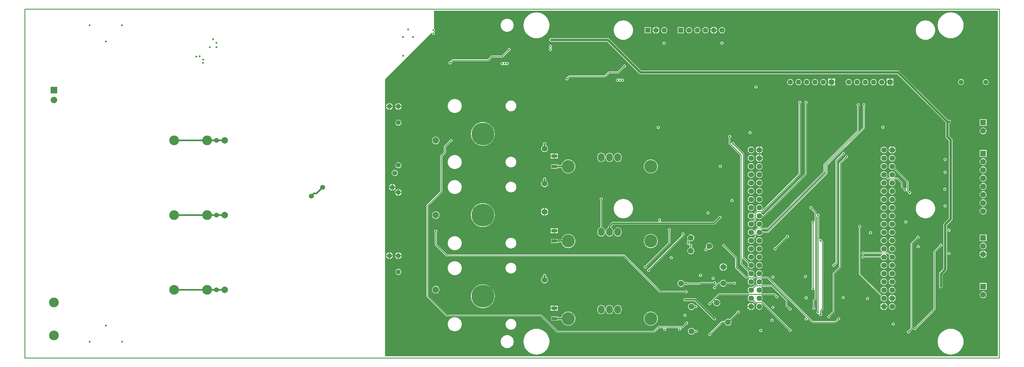
<source format=gbl>
G04 Layer_Physical_Order=4*
G04 Layer_Color=11796480*
%FSLAX43Y43*%
%MOMM*%
G71*
G01*
G75*
%ADD23C,2.000*%
%ADD28R,1.700X1.000*%
%ADD34C,0.150*%
%ADD35C,0.500*%
%ADD36C,0.250*%
%ADD42C,0.254*%
%ADD43O,2.000X2.500*%
%ADD44C,7.000*%
%ADD45C,1.524*%
%ADD46C,3.000*%
%ADD47C,1.600*%
%ADD48R,1.600X1.600*%
%ADD49C,1.500*%
%ADD53C,1.700*%
%ADD54R,1.750X1.750*%
%ADD55C,1.750*%
%ADD56C,4.000*%
%ADD57R,2.000X2.000*%
%ADD58C,1.800*%
%ADD59R,1.800X1.800*%
%ADD60C,0.600*%
%ADD80C,0.750*%
G36*
X299500Y500D02*
X110900D01*
Y85900D01*
X125203Y100203D01*
X125364Y100117D01*
X125341Y100000D01*
X125376Y99824D01*
X125476Y99676D01*
X125624Y99576D01*
X125800Y99541D01*
X125976Y99576D01*
X126124Y99676D01*
X126224Y99824D01*
X126259Y100000D01*
X126224Y100176D01*
X126124Y100324D01*
X126006Y100404D01*
X125990Y100493D01*
Y100507D01*
X126006Y100596D01*
X126124Y100676D01*
X126224Y100824D01*
X126259Y101000D01*
X126224Y101176D01*
X126124Y101324D01*
X126000Y101408D01*
X126000Y107000D01*
X299500D01*
Y500D01*
D02*
G37*
%LPC*%
G36*
X132350Y37510D02*
X131929Y37469D01*
X131523Y37346D01*
X131150Y37146D01*
X130822Y36878D01*
X130554Y36550D01*
X130354Y36177D01*
X130231Y35771D01*
X130190Y35350D01*
X130231Y34929D01*
X130354Y34523D01*
X130554Y34150D01*
X130822Y33822D01*
X131150Y33554D01*
X131523Y33354D01*
X131929Y33231D01*
X132350Y33190D01*
X132771Y33231D01*
X133177Y33354D01*
X133550Y33554D01*
X133878Y33822D01*
X134146Y34150D01*
X134346Y34523D01*
X134469Y34929D01*
X134510Y35350D01*
X134469Y35771D01*
X134346Y36177D01*
X134146Y36550D01*
X133878Y36878D01*
X133550Y37146D01*
X133177Y37346D01*
X132771Y37469D01*
X132350Y37510D01*
D02*
G37*
G36*
X267000Y34629D02*
X266739Y34594D01*
X266496Y34493D01*
X266287Y34333D01*
X266126Y34124D01*
X266026Y33881D01*
X265991Y33620D01*
X266026Y33359D01*
X266126Y33116D01*
X266287Y32907D01*
X266496Y32746D01*
X266739Y32646D01*
X267000Y32611D01*
X267261Y32646D01*
X267504Y32746D01*
X267713Y32907D01*
X267874Y33116D01*
X267974Y33359D01*
X268009Y33620D01*
X267974Y33881D01*
X267874Y34124D01*
X267713Y34333D01*
X267504Y34493D01*
X267261Y34594D01*
X267000Y34629D01*
D02*
G37*
G36*
X295000Y35494D02*
X294732Y35459D01*
X294483Y35355D01*
X294269Y35191D01*
X294105Y34977D01*
X294001Y34728D01*
X293966Y34460D01*
X294001Y34192D01*
X294105Y33943D01*
X294269Y33729D01*
X294483Y33565D01*
X294732Y33461D01*
X295000Y33426D01*
X295268Y33461D01*
X295517Y33565D01*
X295731Y33729D01*
X295895Y33943D01*
X295999Y34192D01*
X296034Y34460D01*
X295999Y34728D01*
X295895Y34977D01*
X295731Y35191D01*
X295517Y35355D01*
X295268Y35459D01*
X295000Y35494D01*
D02*
G37*
G36*
X210700Y35459D02*
X210426Y35423D01*
X210170Y35317D01*
X209951Y35149D01*
X209783Y34930D01*
X209677Y34674D01*
X209641Y34400D01*
X209677Y34126D01*
X209744Y33965D01*
X209701Y33893D01*
X209625Y33804D01*
X209474Y33774D01*
X209326Y33674D01*
X209226Y33526D01*
X209191Y33350D01*
X209226Y33174D01*
X209326Y33026D01*
X209474Y32926D01*
X209650Y32891D01*
X209826Y32926D01*
X209974Y33026D01*
X210074Y33174D01*
X210104Y33325D01*
X210193Y33401D01*
X210265Y33444D01*
X210426Y33377D01*
X210700Y33341D01*
X210974Y33377D01*
X211230Y33483D01*
X211449Y33651D01*
X211617Y33870D01*
X211723Y34126D01*
X211759Y34400D01*
X211723Y34674D01*
X211617Y34930D01*
X211449Y35149D01*
X211230Y35317D01*
X210974Y35423D01*
X210700Y35459D01*
D02*
G37*
G36*
X264460Y34629D02*
X264199Y34594D01*
X263956Y34493D01*
X263747Y34333D01*
X263586Y34124D01*
X263486Y33881D01*
X263451Y33620D01*
X263486Y33359D01*
X263586Y33116D01*
X263747Y32907D01*
X263956Y32746D01*
X264057Y32704D01*
X264023Y32529D01*
X258388D01*
X258324Y32624D01*
X258176Y32724D01*
X258000Y32759D01*
X257824Y32724D01*
X257676Y32624D01*
X257576Y32476D01*
X257541Y32300D01*
X257576Y32124D01*
X257676Y31976D01*
X257824Y31876D01*
X258000Y31841D01*
X258176Y31876D01*
X258324Y31976D01*
X258388Y32071D01*
X263821D01*
X263880Y31896D01*
X263747Y31793D01*
X263586Y31584D01*
X263486Y31341D01*
X263482Y31309D01*
X258408D01*
X258344Y31404D01*
X258196Y31504D01*
X258020Y31539D01*
X257844Y31504D01*
X257696Y31404D01*
X257596Y31256D01*
X257561Y31080D01*
X257596Y30904D01*
X257696Y30756D01*
X257844Y30656D01*
X258020Y30621D01*
X258196Y30656D01*
X258344Y30756D01*
X258408Y30851D01*
X263482D01*
X263486Y30819D01*
X263586Y30576D01*
X263747Y30367D01*
X263956Y30206D01*
X264199Y30106D01*
X264460Y30071D01*
X264721Y30106D01*
X264964Y30206D01*
X265173Y30367D01*
X265333Y30576D01*
X265434Y30819D01*
X265469Y31080D01*
X265434Y31341D01*
X265333Y31584D01*
X265173Y31793D01*
X265040Y31896D01*
X265099Y32071D01*
X265685D01*
X266146Y31610D01*
X266126Y31584D01*
X266026Y31341D01*
X265991Y31080D01*
X266026Y30819D01*
X266126Y30576D01*
X266287Y30367D01*
X266496Y30206D01*
X266739Y30106D01*
X267000Y30071D01*
X267261Y30106D01*
X267504Y30206D01*
X267713Y30367D01*
X267874Y30576D01*
X267974Y30819D01*
X268009Y31080D01*
X267974Y31341D01*
X267874Y31584D01*
X267713Y31793D01*
X267504Y31953D01*
X267261Y32054D01*
X267000Y32089D01*
X266739Y32054D01*
X266496Y31953D01*
X266470Y31934D01*
X265942Y32462D01*
X265868Y32512D01*
X265780Y32529D01*
X264897D01*
X264863Y32704D01*
X264964Y32746D01*
X265173Y32907D01*
X265333Y33116D01*
X265434Y33359D01*
X265469Y33620D01*
X265434Y33881D01*
X265333Y34124D01*
X265173Y34333D01*
X264964Y34493D01*
X264721Y34594D01*
X264460Y34629D01*
D02*
G37*
G36*
X295127Y33042D02*
Y32047D01*
X296122D01*
X296100Y32215D01*
X295986Y32489D01*
X295805Y32725D01*
X295569Y32906D01*
X295295Y33020D01*
X295127Y33042D01*
D02*
G37*
G36*
X226100Y34629D02*
X225839Y34594D01*
X225596Y34493D01*
X225387Y34333D01*
X225227Y34124D01*
X225126Y33881D01*
X225091Y33620D01*
X225126Y33359D01*
X225227Y33116D01*
X225387Y32907D01*
X225596Y32746D01*
X225839Y32646D01*
X226100Y32611D01*
X226361Y32646D01*
X226604Y32746D01*
X226813Y32907D01*
X226973Y33116D01*
X227074Y33359D01*
X227109Y33620D01*
X227074Y33881D01*
X226973Y34124D01*
X226813Y34333D01*
X226604Y34493D01*
X226361Y34594D01*
X226100Y34629D01*
D02*
G37*
G36*
X223560D02*
X223299Y34594D01*
X223056Y34493D01*
X222847Y34333D01*
X222686Y34124D01*
X222586Y33881D01*
X222551Y33620D01*
X222586Y33359D01*
X222686Y33116D01*
X222847Y32907D01*
X223056Y32746D01*
X223299Y32646D01*
X223560Y32611D01*
X223821Y32646D01*
X224064Y32746D01*
X224273Y32907D01*
X224433Y33116D01*
X224534Y33359D01*
X224569Y33620D01*
X224534Y33881D01*
X224433Y34124D01*
X224273Y34333D01*
X224064Y34493D01*
X223821Y34594D01*
X223560Y34629D01*
D02*
G37*
G36*
X267000Y37169D02*
X266739Y37134D01*
X266496Y37033D01*
X266287Y36873D01*
X266126Y36664D01*
X266026Y36421D01*
X265991Y36160D01*
X266026Y35899D01*
X266126Y35656D01*
X266287Y35447D01*
X266496Y35286D01*
X266739Y35186D01*
X267000Y35151D01*
X267261Y35186D01*
X267504Y35286D01*
X267713Y35447D01*
X267874Y35656D01*
X267974Y35899D01*
X268009Y36160D01*
X267974Y36421D01*
X267874Y36664D01*
X267713Y36873D01*
X267504Y37033D01*
X267261Y37134D01*
X267000Y37169D01*
D02*
G37*
G36*
X264460D02*
X264199Y37134D01*
X263956Y37033D01*
X263747Y36873D01*
X263586Y36664D01*
X263486Y36421D01*
X263451Y36160D01*
X263486Y35899D01*
X263586Y35656D01*
X263747Y35447D01*
X263956Y35286D01*
X264199Y35186D01*
X264460Y35151D01*
X264721Y35186D01*
X264964Y35286D01*
X265173Y35447D01*
X265333Y35656D01*
X265434Y35899D01*
X265469Y36160D01*
X265434Y36421D01*
X265333Y36664D01*
X265173Y36873D01*
X264964Y37033D01*
X264721Y37134D01*
X264460Y37169D01*
D02*
G37*
G36*
X296025Y38025D02*
X293975D01*
Y35975D01*
X296025D01*
Y38025D01*
D02*
G37*
G36*
X205000Y38059D02*
X204726Y38023D01*
X204470Y37917D01*
X204251Y37749D01*
X204083Y37530D01*
X203977Y37274D01*
X203941Y37000D01*
X203977Y36726D01*
X204080Y36477D01*
X204002Y36398D01*
X203941Y36307D01*
X203920Y36200D01*
Y35654D01*
X203876Y35624D01*
X203776Y35476D01*
X203741Y35300D01*
X203776Y35124D01*
X203876Y34976D01*
X204024Y34876D01*
X204200Y34841D01*
X204376Y34876D01*
X204428Y34911D01*
X204499Y34870D01*
X204570Y34796D01*
X204541Y34650D01*
X204576Y34474D01*
X204676Y34326D01*
X204720Y34296D01*
Y34020D01*
X204470Y33917D01*
X204251Y33749D01*
X204083Y33530D01*
X203977Y33274D01*
X203941Y33000D01*
X203977Y32726D01*
X204083Y32470D01*
X204251Y32251D01*
X204470Y32083D01*
X204726Y31977D01*
X205000Y31941D01*
X205274Y31977D01*
X205530Y32083D01*
X205749Y32251D01*
X205917Y32470D01*
X206023Y32726D01*
X206059Y33000D01*
X206023Y33274D01*
X205917Y33530D01*
X205749Y33749D01*
X205530Y33917D01*
X205280Y34020D01*
Y34296D01*
X205324Y34326D01*
X205424Y34474D01*
X205459Y34650D01*
X205424Y34826D01*
X205324Y34974D01*
X205176Y35074D01*
X205000Y35109D01*
X204824Y35074D01*
X204772Y35039D01*
X204701Y35080D01*
X204630Y35154D01*
X204659Y35300D01*
X204624Y35476D01*
X204524Y35624D01*
X204480Y35654D01*
Y35921D01*
X204626Y36018D01*
X204726Y35977D01*
X205000Y35941D01*
X205274Y35977D01*
X205530Y36083D01*
X205749Y36251D01*
X205917Y36470D01*
X206023Y36726D01*
X206059Y37000D01*
X206023Y37274D01*
X205917Y37530D01*
X205749Y37749D01*
X205530Y37917D01*
X205274Y38023D01*
X205000Y38059D01*
D02*
G37*
G36*
X226100Y37169D02*
X225839Y37134D01*
X225596Y37033D01*
X225387Y36873D01*
X225227Y36664D01*
X225126Y36421D01*
X225091Y36160D01*
X225126Y35899D01*
X225227Y35656D01*
X225387Y35447D01*
X225596Y35286D01*
X225839Y35186D01*
X226100Y35151D01*
X226361Y35186D01*
X226604Y35286D01*
X226813Y35447D01*
X226973Y35656D01*
X227074Y35899D01*
X227109Y36160D01*
X227074Y36421D01*
X226973Y36664D01*
X226813Y36873D01*
X226604Y37033D01*
X226361Y37134D01*
X226100Y37169D01*
D02*
G37*
G36*
X192700Y38160D02*
X192279Y38119D01*
X191873Y37996D01*
X191500Y37796D01*
X191172Y37528D01*
X190904Y37200D01*
X190704Y36827D01*
X190581Y36421D01*
X190540Y36000D01*
X190581Y35579D01*
X190704Y35173D01*
X190904Y34800D01*
X191172Y34472D01*
X191500Y34204D01*
X191873Y34004D01*
X192279Y33881D01*
X192700Y33840D01*
X193121Y33881D01*
X193527Y34004D01*
X193900Y34204D01*
X194228Y34472D01*
X194496Y34800D01*
X194696Y35173D01*
X194819Y35579D01*
X194860Y36000D01*
X194819Y36421D01*
X194696Y36827D01*
X194496Y37200D01*
X194228Y37528D01*
X193900Y37796D01*
X193527Y37996D01*
X193121Y38119D01*
X192700Y38160D01*
D02*
G37*
G36*
X149650Y37008D02*
X149327Y36976D01*
X149016Y36882D01*
X148729Y36729D01*
X148478Y36522D01*
X148271Y36271D01*
X148118Y35984D01*
X148024Y35673D01*
X147992Y35350D01*
X148024Y35027D01*
X148118Y34716D01*
X148271Y34429D01*
X148478Y34178D01*
X148729Y33971D01*
X149016Y33818D01*
X149327Y33724D01*
X149650Y33692D01*
X149973Y33724D01*
X150284Y33818D01*
X150571Y33971D01*
X150822Y34178D01*
X151029Y34429D01*
X151182Y34716D01*
X151276Y35027D01*
X151308Y35350D01*
X151276Y35673D01*
X151182Y35984D01*
X151029Y36271D01*
X150822Y36522D01*
X150571Y36729D01*
X150284Y36882D01*
X149973Y36976D01*
X149650Y37008D01*
D02*
G37*
G36*
X282000Y35159D02*
X281824Y35124D01*
X281676Y35024D01*
X281576Y34876D01*
X281541Y34700D01*
X281552Y34648D01*
X279802Y32898D01*
X279741Y32807D01*
X279720Y32700D01*
Y15116D01*
X274052Y9448D01*
X274000Y9459D01*
X273824Y9424D01*
X273676Y9324D01*
X273576Y9176D01*
X273541Y9000D01*
X273576Y8824D01*
X273676Y8676D01*
X273824Y8576D01*
X274000Y8541D01*
X274176Y8576D01*
X274324Y8676D01*
X274424Y8824D01*
X274459Y9000D01*
X274448Y9052D01*
X280198Y14802D01*
X280259Y14893D01*
X280280Y15000D01*
Y32584D01*
X281948Y34252D01*
X282000Y34241D01*
X282176Y34276D01*
X282324Y34376D01*
X282424Y34524D01*
X282459Y34700D01*
X282424Y34876D01*
X282324Y35024D01*
X282176Y35124D01*
X282000Y35159D01*
D02*
G37*
G36*
X275000Y34759D02*
X274824Y34724D01*
X274676Y34624D01*
X274576Y34476D01*
X274541Y34300D01*
X274576Y34124D01*
X274676Y33976D01*
X274824Y33876D01*
X275000Y33841D01*
X275176Y33876D01*
X275324Y33976D01*
X275424Y34124D01*
X275459Y34300D01*
X275424Y34476D01*
X275324Y34624D01*
X275176Y34724D01*
X275000Y34759D01*
D02*
G37*
G36*
X294873Y33042D02*
X294705Y33020D01*
X294431Y32906D01*
X294195Y32725D01*
X294014Y32489D01*
X293900Y32215D01*
X293878Y32047D01*
X294873D01*
Y33042D01*
D02*
G37*
G36*
X199000Y31359D02*
X198824Y31324D01*
X198676Y31224D01*
X198576Y31076D01*
X198541Y30900D01*
X198576Y30724D01*
X198676Y30576D01*
X198824Y30476D01*
X199000Y30441D01*
X199176Y30476D01*
X199324Y30576D01*
X199424Y30724D01*
X199459Y30900D01*
X199424Y31076D01*
X199324Y31224D01*
X199176Y31324D01*
X199000Y31359D01*
D02*
G37*
G36*
X226100Y32089D02*
X225839Y32054D01*
X225596Y31953D01*
X225387Y31793D01*
X225227Y31584D01*
X225126Y31341D01*
X225091Y31080D01*
X225126Y30819D01*
X225227Y30576D01*
X225387Y30367D01*
X225596Y30206D01*
X225839Y30106D01*
X226100Y30071D01*
X226361Y30106D01*
X226604Y30206D01*
X226813Y30367D01*
X226973Y30576D01*
X227074Y30819D01*
X227109Y31080D01*
X227074Y31341D01*
X226973Y31584D01*
X226813Y31793D01*
X226604Y31953D01*
X226361Y32054D01*
X226100Y32089D01*
D02*
G37*
G36*
X116008Y31373D02*
X115127D01*
Y30492D01*
X115265Y30510D01*
X115512Y30613D01*
X115725Y30775D01*
X115887Y30988D01*
X115990Y31235D01*
X116008Y31373D01*
D02*
G37*
G36*
X112123D02*
X111242D01*
X111260Y31235D01*
X111363Y30988D01*
X111525Y30775D01*
X111738Y30613D01*
X111985Y30510D01*
X112123Y30492D01*
Y31373D01*
D02*
G37*
G36*
X215127Y29147D02*
Y28127D01*
X216147D01*
X216124Y28301D01*
X216008Y28582D01*
X215823Y28823D01*
X215582Y29008D01*
X215301Y29124D01*
X215127Y29147D01*
D02*
G37*
G36*
X214873Y29147D02*
X214699Y29124D01*
X214418Y29008D01*
X214177Y28823D01*
X213992Y28582D01*
X213876Y28301D01*
X213853Y28127D01*
X214873D01*
Y29147D01*
D02*
G37*
G36*
X223560Y32089D02*
X223299Y32054D01*
X223056Y31953D01*
X222847Y31793D01*
X222686Y31584D01*
X222586Y31341D01*
X222551Y31080D01*
X222586Y30819D01*
X222686Y30576D01*
X222847Y30367D01*
X223056Y30206D01*
X223299Y30106D01*
X223560Y30071D01*
X223821Y30106D01*
X224064Y30206D01*
X224273Y30367D01*
X224433Y30576D01*
X224534Y30819D01*
X224569Y31080D01*
X224534Y31341D01*
X224433Y31584D01*
X224273Y31793D01*
X224064Y31953D01*
X223821Y32054D01*
X223560Y32089D01*
D02*
G37*
G36*
X198400Y39959D02*
X198224Y39924D01*
X198076Y39824D01*
X197976Y39676D01*
X197941Y39500D01*
X197976Y39324D01*
X198076Y39176D01*
X198120Y39146D01*
Y35516D01*
X191052Y28448D01*
X191000Y28459D01*
X190824Y28424D01*
X190676Y28324D01*
X190576Y28176D01*
X190541Y28000D01*
X190576Y27824D01*
X190676Y27676D01*
X190824Y27576D01*
X191000Y27541D01*
X191176Y27576D01*
X191324Y27676D01*
X191424Y27824D01*
X191459Y28000D01*
X191448Y28052D01*
X198598Y35202D01*
X198659Y35293D01*
X198680Y35400D01*
Y39146D01*
X198724Y39176D01*
X198824Y39324D01*
X198859Y39500D01*
X198824Y39676D01*
X198724Y39824D01*
X198576Y39924D01*
X198400Y39959D01*
D02*
G37*
G36*
X114873Y31373D02*
X113992D01*
X114010Y31235D01*
X114113Y30988D01*
X114275Y30775D01*
X114488Y30613D01*
X114735Y30510D01*
X114873Y30492D01*
Y31373D01*
D02*
G37*
G36*
X115127Y32508D02*
Y31627D01*
X116008D01*
X115990Y31765D01*
X115887Y32012D01*
X115725Y32225D01*
X115512Y32387D01*
X115265Y32490D01*
X115127Y32508D01*
D02*
G37*
G36*
X114873Y32508D02*
X114735Y32490D01*
X114488Y32387D01*
X114275Y32225D01*
X114113Y32012D01*
X114010Y31765D01*
X113992Y31627D01*
X114873D01*
Y32508D01*
D02*
G37*
G36*
X284500Y32659D02*
X284324Y32624D01*
X284176Y32524D01*
X284076Y32376D01*
X284041Y32200D01*
X284076Y32024D01*
X284176Y31876D01*
X284324Y31776D01*
X284500Y31741D01*
X284676Y31776D01*
X284824Y31876D01*
X284924Y32024D01*
X284959Y32200D01*
X284924Y32376D01*
X284824Y32524D01*
X284676Y32624D01*
X284500Y32659D01*
D02*
G37*
G36*
X112377Y32508D02*
Y31627D01*
X113258D01*
X113240Y31765D01*
X113137Y32012D01*
X112975Y32225D01*
X112762Y32387D01*
X112515Y32490D01*
X112377Y32508D01*
D02*
G37*
G36*
X294873Y31793D02*
X293878D01*
X293900Y31625D01*
X294014Y31351D01*
X294195Y31115D01*
X294431Y30934D01*
X294705Y30820D01*
X294873Y30798D01*
Y31793D01*
D02*
G37*
G36*
X113258Y31373D02*
X112377D01*
Y30492D01*
X112515Y30510D01*
X112762Y30613D01*
X112975Y30775D01*
X113137Y30988D01*
X113240Y31235D01*
X113258Y31373D01*
D02*
G37*
G36*
X112123Y32508D02*
X111985Y32490D01*
X111738Y32387D01*
X111525Y32225D01*
X111363Y32012D01*
X111260Y31765D01*
X111242Y31627D01*
X112123D01*
Y32508D01*
D02*
G37*
G36*
X296122Y31793D02*
X295127D01*
Y30798D01*
X295295Y30820D01*
X295569Y30934D01*
X295805Y31115D01*
X295986Y31351D01*
X296100Y31625D01*
X296122Y31793D01*
D02*
G37*
G36*
X277250Y48986D02*
X276783Y48949D01*
X276327Y48840D01*
X275894Y48661D01*
X275495Y48416D01*
X275138Y48112D01*
X274834Y47755D01*
X274589Y47356D01*
X274410Y46923D01*
X274301Y46467D01*
X274264Y46000D01*
X274301Y45533D01*
X274410Y45077D01*
X274589Y44644D01*
X274834Y44245D01*
X275138Y43888D01*
X275495Y43584D01*
X275894Y43339D01*
X276327Y43160D01*
X276783Y43051D01*
X277250Y43014D01*
X277717Y43051D01*
X278173Y43160D01*
X278606Y43339D01*
X279005Y43584D01*
X279362Y43888D01*
X279666Y44245D01*
X279911Y44644D01*
X280090Y45077D01*
X280199Y45533D01*
X280236Y46000D01*
X280199Y46467D01*
X280090Y46923D01*
X279911Y47356D01*
X279666Y47755D01*
X279362Y48112D01*
X279005Y48416D01*
X278606Y48661D01*
X278173Y48840D01*
X277717Y48949D01*
X277250Y48986D01*
D02*
G37*
G36*
X184250D02*
X183783Y48949D01*
X183327Y48840D01*
X182894Y48661D01*
X182495Y48416D01*
X182138Y48112D01*
X181834Y47755D01*
X181589Y47356D01*
X181410Y46923D01*
X181301Y46467D01*
X181264Y46000D01*
X181301Y45533D01*
X181410Y45077D01*
X181589Y44644D01*
X181834Y44245D01*
X182138Y43888D01*
X182495Y43584D01*
X182894Y43339D01*
X183327Y43160D01*
X183783Y43051D01*
X184250Y43014D01*
X184717Y43051D01*
X185173Y43160D01*
X185606Y43339D01*
X186005Y43584D01*
X186362Y43888D01*
X186666Y44245D01*
X186911Y44644D01*
X187090Y45077D01*
X187199Y45533D01*
X187236Y46000D01*
X187199Y46467D01*
X187090Y46923D01*
X186911Y47356D01*
X186666Y47755D01*
X186362Y48112D01*
X186005Y48416D01*
X185606Y48661D01*
X185173Y48840D01*
X184717Y48949D01*
X184250Y48986D01*
D02*
G37*
G36*
X161147Y44873D02*
X160127D01*
Y43853D01*
X160301Y43876D01*
X160582Y43992D01*
X160823Y44177D01*
X161008Y44418D01*
X161124Y44699D01*
X161147Y44873D01*
D02*
G37*
G36*
X159873D02*
X158853D01*
X158876Y44699D01*
X158992Y44418D01*
X159177Y44177D01*
X159418Y43992D01*
X159699Y43876D01*
X159873Y43853D01*
Y44873D01*
D02*
G37*
G36*
X264460Y44789D02*
X264199Y44754D01*
X263956Y44653D01*
X263747Y44493D01*
X263586Y44284D01*
X263486Y44041D01*
X263451Y43780D01*
X263486Y43519D01*
X263586Y43276D01*
X263747Y43067D01*
X263956Y42907D01*
X264199Y42806D01*
X264460Y42771D01*
X264721Y42806D01*
X264964Y42907D01*
X265173Y43067D01*
X265333Y43276D01*
X265434Y43519D01*
X265469Y43780D01*
X265434Y44041D01*
X265333Y44284D01*
X265173Y44493D01*
X264964Y44653D01*
X264721Y44754D01*
X264460Y44789D01*
D02*
G37*
G36*
X214000Y43759D02*
X213824Y43724D01*
X213676Y43624D01*
X213576Y43476D01*
X213570Y43447D01*
X212031Y41908D01*
X195669D01*
X195584Y42070D01*
X195586Y42083D01*
X195724Y42176D01*
X195824Y42324D01*
X195859Y42500D01*
X195824Y42676D01*
X195724Y42824D01*
X195576Y42924D01*
X195400Y42959D01*
X195224Y42924D01*
X195076Y42824D01*
X194976Y42676D01*
X194941Y42500D01*
X194976Y42324D01*
X195076Y42176D01*
X195214Y42083D01*
X195216Y42070D01*
X195131Y41908D01*
X181000D01*
X181000Y41908D01*
X180844Y41877D01*
X180712Y41788D01*
X179712Y40788D01*
X179623Y40656D01*
X179592Y40500D01*
X179592Y40500D01*
Y40126D01*
X179420Y40055D01*
X179180Y39870D01*
X178995Y39630D01*
X178880Y39350D01*
X178840Y39050D01*
Y38550D01*
X178880Y38250D01*
X178995Y37970D01*
X179180Y37730D01*
X179420Y37545D01*
X179700Y37430D01*
X180000Y37390D01*
X180300Y37430D01*
X180580Y37545D01*
X180820Y37730D01*
X181005Y37970D01*
X181120Y38250D01*
X181160Y38550D01*
Y39050D01*
X181120Y39350D01*
X181005Y39630D01*
X180820Y39870D01*
X180580Y40055D01*
X180408Y40126D01*
Y40331D01*
X181169Y41092D01*
X212200D01*
X212200Y41092D01*
X212356Y41123D01*
X212488Y41212D01*
X214147Y42870D01*
X214176Y42876D01*
X214324Y42976D01*
X214424Y43124D01*
X214459Y43300D01*
X214424Y43476D01*
X214324Y43624D01*
X214176Y43724D01*
X214000Y43759D01*
D02*
G37*
G36*
X126500Y45160D02*
X126200Y45120D01*
X125920Y45005D01*
X125680Y44820D01*
X125495Y44580D01*
X125380Y44300D01*
X125340Y44000D01*
X125380Y43700D01*
X125495Y43420D01*
X125680Y43180D01*
X125920Y42995D01*
X126200Y42880D01*
X126500Y42840D01*
X126800Y42880D01*
X127080Y42995D01*
X127320Y43180D01*
X127505Y43420D01*
X127620Y43700D01*
X127660Y44000D01*
X127620Y44300D01*
X127505Y44580D01*
X127320Y44820D01*
X127080Y45005D01*
X126800Y45120D01*
X126500Y45160D01*
D02*
G37*
G36*
X267000Y44789D02*
X266739Y44754D01*
X266496Y44653D01*
X266287Y44493D01*
X266126Y44284D01*
X266026Y44041D01*
X265991Y43780D01*
X266026Y43519D01*
X266126Y43276D01*
X266287Y43067D01*
X266496Y42907D01*
X266739Y42806D01*
X267000Y42771D01*
X267261Y42806D01*
X267504Y42907D01*
X267713Y43067D01*
X267874Y43276D01*
X267974Y43519D01*
X268009Y43780D01*
X267974Y44041D01*
X267874Y44284D01*
X267713Y44493D01*
X267504Y44653D01*
X267261Y44754D01*
X267000Y44789D01*
D02*
G37*
G36*
X240450Y79209D02*
X240274Y79174D01*
X240126Y79074D01*
X240026Y78926D01*
X239991Y78750D01*
X240026Y78574D01*
X240126Y78426D01*
X240170Y78396D01*
Y56866D01*
X227364Y44060D01*
X227066D01*
X226973Y44284D01*
X226813Y44493D01*
X226616Y44645D01*
X226615Y44663D01*
X226712Y44820D01*
X227000D01*
X227107Y44841D01*
X227198Y44902D01*
X238748Y56452D01*
X238809Y56543D01*
X238830Y56650D01*
Y78396D01*
X238874Y78426D01*
X238974Y78574D01*
X239009Y78750D01*
X238974Y78926D01*
X238874Y79074D01*
X238726Y79174D01*
X238550Y79209D01*
X238374Y79174D01*
X238226Y79074D01*
X238126Y78926D01*
X238091Y78750D01*
X238126Y78574D01*
X238226Y78426D01*
X238270Y78396D01*
Y56766D01*
X226963Y45460D01*
X226921Y45470D01*
X226900Y45497D01*
X226857Y45664D01*
X226973Y45816D01*
X227074Y46059D01*
X227109Y46320D01*
X227074Y46581D01*
X226973Y46824D01*
X226813Y47033D01*
X226604Y47193D01*
X226361Y47294D01*
X226100Y47329D01*
X225839Y47294D01*
X225596Y47193D01*
X225387Y47033D01*
X225227Y46824D01*
X225126Y46581D01*
X225091Y46320D01*
X225126Y46059D01*
X225227Y45816D01*
X225387Y45607D01*
X225454Y45555D01*
X225404Y45392D01*
X225396Y45380D01*
X225293Y45359D01*
X225202Y45298D01*
X224602Y44698D01*
X224541Y44607D01*
X224520Y44500D01*
Y44460D01*
X224345Y44400D01*
X224273Y44493D01*
X224064Y44653D01*
X223821Y44754D01*
X223560Y44789D01*
X223299Y44754D01*
X223056Y44653D01*
X222847Y44493D01*
X222686Y44284D01*
X222586Y44041D01*
X222551Y43780D01*
X222586Y43519D01*
X222686Y43276D01*
X222847Y43067D01*
X223056Y42907D01*
X223299Y42806D01*
X223560Y42771D01*
X223821Y42806D01*
X224064Y42907D01*
X224273Y43067D01*
X224345Y43160D01*
X224520Y43100D01*
Y42596D01*
X224045Y42121D01*
X223821Y42214D01*
X223560Y42249D01*
X223299Y42214D01*
X223056Y42113D01*
X222847Y41953D01*
X222686Y41744D01*
X222586Y41501D01*
X222551Y41240D01*
X222586Y40979D01*
X222686Y40736D01*
X222847Y40527D01*
X223056Y40367D01*
X223299Y40266D01*
X223560Y40231D01*
X223821Y40266D01*
X224064Y40367D01*
X224273Y40527D01*
X224433Y40736D01*
X224534Y40979D01*
X224569Y41240D01*
X224534Y41501D01*
X224441Y41725D01*
X224998Y42282D01*
X225059Y42373D01*
X225080Y42480D01*
Y43193D01*
X225090Y43199D01*
X225255Y43238D01*
X225387Y43067D01*
X225596Y42907D01*
X225839Y42806D01*
X226100Y42771D01*
X226361Y42806D01*
X226604Y42907D01*
X226813Y43067D01*
X226973Y43276D01*
X227066Y43500D01*
X227480D01*
X227587Y43521D01*
X227678Y43582D01*
X240648Y56552D01*
X240709Y56643D01*
X240730Y56750D01*
Y78396D01*
X240774Y78426D01*
X240874Y78574D01*
X240909Y78750D01*
X240874Y78926D01*
X240774Y79074D01*
X240626Y79174D01*
X240450Y79209D01*
D02*
G37*
G36*
X264460Y47329D02*
X264199Y47294D01*
X263956Y47193D01*
X263747Y47033D01*
X263586Y46824D01*
X263486Y46581D01*
X263451Y46320D01*
X263486Y46059D01*
X263586Y45816D01*
X263747Y45607D01*
X263956Y45446D01*
X264199Y45346D01*
X264460Y45311D01*
X264721Y45346D01*
X264964Y45446D01*
X265173Y45607D01*
X265333Y45816D01*
X265434Y46059D01*
X265469Y46320D01*
X265434Y46581D01*
X265333Y46824D01*
X265173Y47033D01*
X264964Y47193D01*
X264721Y47294D01*
X264460Y47329D01*
D02*
G37*
G36*
X223560D02*
X223299Y47294D01*
X223056Y47193D01*
X222847Y47033D01*
X222686Y46824D01*
X222586Y46581D01*
X222551Y46320D01*
X222586Y46059D01*
X222686Y45816D01*
X222847Y45607D01*
X223056Y45446D01*
X223299Y45346D01*
X223560Y45311D01*
X223821Y45346D01*
X224064Y45446D01*
X224273Y45607D01*
X224433Y45816D01*
X224534Y46059D01*
X224569Y46320D01*
X224534Y46581D01*
X224433Y46824D01*
X224273Y47033D01*
X224064Y47193D01*
X223821Y47294D01*
X223560Y47329D01*
D02*
G37*
G36*
X283300Y47259D02*
X283124Y47224D01*
X282976Y47124D01*
X282876Y46976D01*
X282841Y46800D01*
X282876Y46624D01*
X282976Y46476D01*
X283124Y46376D01*
X283300Y46341D01*
X283476Y46376D01*
X283624Y46476D01*
X283724Y46624D01*
X283759Y46800D01*
X283724Y46976D01*
X283624Y47124D01*
X283476Y47224D01*
X283300Y47259D01*
D02*
G37*
G36*
X267000Y47329D02*
X266739Y47294D01*
X266496Y47193D01*
X266287Y47033D01*
X266126Y46824D01*
X266026Y46581D01*
X265991Y46320D01*
X266026Y46059D01*
X266126Y45816D01*
X266287Y45607D01*
X266496Y45446D01*
X266739Y45346D01*
X267000Y45311D01*
X267261Y45346D01*
X267504Y45446D01*
X267713Y45607D01*
X267874Y45816D01*
X267974Y46059D01*
X268009Y46320D01*
X267974Y46581D01*
X267874Y46824D01*
X267713Y47033D01*
X267504Y47193D01*
X267261Y47294D01*
X267000Y47329D01*
D02*
G37*
G36*
X210270Y45189D02*
X210094Y45154D01*
X209946Y45054D01*
X209846Y44906D01*
X209811Y44730D01*
X209846Y44554D01*
X209946Y44406D01*
X210094Y44306D01*
X210270Y44271D01*
X210446Y44306D01*
X210594Y44406D01*
X210694Y44554D01*
X210729Y44730D01*
X210694Y44906D01*
X210594Y45054D01*
X210446Y45154D01*
X210270Y45189D01*
D02*
G37*
G36*
X295000Y46279D02*
X294726Y46243D01*
X294470Y46137D01*
X294251Y45969D01*
X294083Y45750D01*
X293977Y45494D01*
X293941Y45220D01*
X293977Y44946D01*
X294083Y44690D01*
X294251Y44471D01*
X294470Y44303D01*
X294726Y44197D01*
X295000Y44161D01*
X295274Y44197D01*
X295530Y44303D01*
X295749Y44471D01*
X295917Y44690D01*
X296023Y44946D01*
X296059Y45220D01*
X296023Y45494D01*
X295917Y45750D01*
X295749Y45969D01*
X295530Y46137D01*
X295274Y46243D01*
X295000Y46279D01*
D02*
G37*
G36*
X160127Y46147D02*
Y45127D01*
X161147D01*
X161124Y45301D01*
X161008Y45582D01*
X160823Y45823D01*
X160582Y46008D01*
X160301Y46124D01*
X160127Y46147D01*
D02*
G37*
G36*
X159873Y46147D02*
X159699Y46124D01*
X159418Y46008D01*
X159177Y45823D01*
X158992Y45582D01*
X158876Y45301D01*
X158853Y45127D01*
X159873D01*
Y46147D01*
D02*
G37*
G36*
X271200Y42359D02*
X271024Y42324D01*
X270876Y42224D01*
X270776Y42076D01*
X270741Y41900D01*
X270776Y41724D01*
X270876Y41576D01*
X271024Y41476D01*
X271200Y41441D01*
X271376Y41476D01*
X271524Y41576D01*
X271624Y41724D01*
X271659Y41900D01*
X271624Y42076D01*
X271524Y42224D01*
X271376Y42324D01*
X271200Y42359D01*
D02*
G37*
G36*
X264460Y39709D02*
X264199Y39674D01*
X263956Y39573D01*
X263747Y39413D01*
X263586Y39204D01*
X263486Y38961D01*
X263451Y38700D01*
X263486Y38439D01*
X263586Y38196D01*
X263747Y37987D01*
X263956Y37826D01*
X264199Y37726D01*
X264460Y37691D01*
X264721Y37726D01*
X264964Y37826D01*
X265173Y37987D01*
X265333Y38196D01*
X265434Y38439D01*
X265469Y38700D01*
X265434Y38961D01*
X265333Y39204D01*
X265173Y39413D01*
X264964Y39573D01*
X264721Y39674D01*
X264460Y39709D01*
D02*
G37*
G36*
X182550Y40210D02*
X182250Y40170D01*
X181970Y40055D01*
X181730Y39870D01*
X181545Y39630D01*
X181430Y39350D01*
X181390Y39050D01*
Y38550D01*
X181430Y38250D01*
X181545Y37970D01*
X181730Y37730D01*
X181970Y37545D01*
X182250Y37430D01*
X182550Y37390D01*
X182850Y37430D01*
X183130Y37545D01*
X183370Y37730D01*
X183555Y37970D01*
X183670Y38250D01*
X183710Y38550D01*
Y39050D01*
X183670Y39350D01*
X183555Y39630D01*
X183370Y39870D01*
X183130Y40055D01*
X182850Y40170D01*
X182550Y40210D01*
D02*
G37*
G36*
X260300Y39059D02*
X260124Y39024D01*
X259976Y38924D01*
X259876Y38776D01*
X259841Y38600D01*
X259876Y38424D01*
X259976Y38276D01*
X260124Y38176D01*
X260300Y38141D01*
X260476Y38176D01*
X260624Y38276D01*
X260724Y38424D01*
X260759Y38600D01*
X260724Y38776D01*
X260624Y38924D01*
X260476Y39024D01*
X260300Y39059D01*
D02*
G37*
G36*
X267000Y39709D02*
X266739Y39674D01*
X266496Y39573D01*
X266287Y39413D01*
X266126Y39204D01*
X266026Y38961D01*
X265991Y38700D01*
X266026Y38439D01*
X266126Y38196D01*
X266287Y37987D01*
X266496Y37826D01*
X266739Y37726D01*
X267000Y37691D01*
X267261Y37726D01*
X267504Y37826D01*
X267713Y37987D01*
X267874Y38196D01*
X267974Y38439D01*
X268009Y38700D01*
X267974Y38961D01*
X267874Y39204D01*
X267713Y39413D01*
X267504Y39573D01*
X267261Y39674D01*
X267000Y39709D01*
D02*
G37*
G36*
X274950Y37609D02*
X274774Y37574D01*
X274626Y37474D01*
X274526Y37326D01*
X274491Y37150D01*
X274502Y37098D01*
X272802Y35398D01*
X272741Y35307D01*
X272720Y35200D01*
Y9116D01*
X272052Y8448D01*
X272000Y8459D01*
X271824Y8424D01*
X271676Y8324D01*
X271576Y8176D01*
X271541Y8000D01*
X271576Y7824D01*
X271676Y7676D01*
X271824Y7576D01*
X272000Y7541D01*
X272176Y7576D01*
X272324Y7676D01*
X272424Y7824D01*
X272459Y8000D01*
X272448Y8052D01*
X273198Y8802D01*
X273259Y8893D01*
X273280Y9000D01*
Y35084D01*
X274898Y36702D01*
X274950Y36691D01*
X275126Y36726D01*
X275274Y36826D01*
X275374Y36974D01*
X275409Y37150D01*
X275374Y37326D01*
X275274Y37474D01*
X275126Y37574D01*
X274950Y37609D01*
D02*
G37*
G36*
X167300Y38160D02*
X166879Y38119D01*
X166473Y37996D01*
X166100Y37796D01*
X165772Y37528D01*
X165504Y37200D01*
X165304Y36827D01*
X165181Y36421D01*
X165180Y36408D01*
X164000D01*
Y36650D01*
X162000D01*
Y35350D01*
X164000D01*
Y35592D01*
X165180D01*
X165181Y35579D01*
X165304Y35173D01*
X165504Y34800D01*
X165772Y34472D01*
X166100Y34204D01*
X166473Y34004D01*
X166879Y33881D01*
X167300Y33840D01*
X167721Y33881D01*
X168127Y34004D01*
X168500Y34204D01*
X168828Y34472D01*
X169096Y34800D01*
X169296Y35173D01*
X169419Y35579D01*
X169460Y36000D01*
X169419Y36421D01*
X169296Y36827D01*
X169096Y37200D01*
X168828Y37528D01*
X168500Y37796D01*
X168127Y37996D01*
X167721Y38119D01*
X167300Y38160D01*
D02*
G37*
G36*
X177450Y49409D02*
X177274Y49374D01*
X177126Y49274D01*
X177026Y49126D01*
X176991Y48950D01*
X177026Y48774D01*
X177126Y48626D01*
X177170Y48596D01*
Y40173D01*
X177150Y40170D01*
X176870Y40055D01*
X176630Y39870D01*
X176445Y39630D01*
X176330Y39350D01*
X176290Y39050D01*
Y38550D01*
X176330Y38250D01*
X176445Y37970D01*
X176630Y37730D01*
X176870Y37545D01*
X177150Y37430D01*
X177450Y37390D01*
X177750Y37430D01*
X178030Y37545D01*
X178270Y37730D01*
X178455Y37970D01*
X178570Y38250D01*
X178610Y38550D01*
Y39050D01*
X178570Y39350D01*
X178455Y39630D01*
X178270Y39870D01*
X178030Y40055D01*
X177750Y40170D01*
X177730Y40173D01*
Y48596D01*
X177774Y48626D01*
X177874Y48774D01*
X177909Y48950D01*
X177874Y49126D01*
X177774Y49274D01*
X177626Y49374D01*
X177450Y49409D01*
D02*
G37*
G36*
X234760Y37859D02*
X234584Y37824D01*
X234436Y37724D01*
X234336Y37576D01*
X234301Y37400D01*
X234312Y37348D01*
X231032Y34068D01*
X230980Y34079D01*
X230804Y34044D01*
X230656Y33944D01*
X230556Y33796D01*
X230521Y33620D01*
X230556Y33444D01*
X230656Y33296D01*
X230804Y33196D01*
X230980Y33161D01*
X231156Y33196D01*
X231304Y33296D01*
X231404Y33444D01*
X231439Y33620D01*
X231428Y33672D01*
X234708Y36952D01*
X234760Y36941D01*
X234936Y36976D01*
X235084Y37076D01*
X235184Y37224D01*
X235219Y37400D01*
X235184Y37576D01*
X235084Y37724D01*
X234936Y37824D01*
X234760Y37859D01*
D02*
G37*
G36*
X162873Y39073D02*
X161896D01*
Y38446D01*
X162873D01*
Y39073D01*
D02*
G37*
G36*
X264460Y42249D02*
X264199Y42214D01*
X263956Y42113D01*
X263747Y41953D01*
X263586Y41744D01*
X263486Y41501D01*
X263451Y41240D01*
X263486Y40979D01*
X263586Y40736D01*
X263747Y40527D01*
X263956Y40367D01*
X264199Y40266D01*
X264460Y40231D01*
X264721Y40266D01*
X264964Y40367D01*
X265173Y40527D01*
X265333Y40736D01*
X265434Y40979D01*
X265469Y41240D01*
X265434Y41501D01*
X265333Y41744D01*
X265173Y41953D01*
X264964Y42113D01*
X264721Y42214D01*
X264460Y42249D01*
D02*
G37*
G36*
X164104Y39954D02*
X163127D01*
Y39327D01*
X164104D01*
Y39954D01*
D02*
G37*
G36*
X141000Y47661D02*
X140427Y47616D01*
X139869Y47482D01*
X139338Y47262D01*
X138848Y46962D01*
X138411Y46589D01*
X138038Y46152D01*
X137738Y45662D01*
X137518Y45131D01*
X137384Y44573D01*
X137339Y44000D01*
X137384Y43427D01*
X137518Y42869D01*
X137738Y42338D01*
X138038Y41848D01*
X138411Y41411D01*
X138848Y41038D01*
X139338Y40738D01*
X139869Y40518D01*
X140427Y40384D01*
X141000Y40339D01*
X141573Y40384D01*
X142131Y40518D01*
X142662Y40738D01*
X143152Y41038D01*
X143589Y41411D01*
X143962Y41848D01*
X144262Y42338D01*
X144482Y42869D01*
X144616Y43427D01*
X144661Y44000D01*
X144616Y44573D01*
X144482Y45131D01*
X144262Y45662D01*
X143962Y46152D01*
X143589Y46589D01*
X143152Y46962D01*
X142662Y47262D01*
X142131Y47482D01*
X141573Y47616D01*
X141000Y47661D01*
D02*
G37*
G36*
X267000Y42249D02*
X266739Y42214D01*
X266496Y42113D01*
X266287Y41953D01*
X266126Y41744D01*
X266026Y41501D01*
X265991Y41240D01*
X266026Y40979D01*
X266126Y40736D01*
X266287Y40527D01*
X266496Y40367D01*
X266739Y40266D01*
X267000Y40231D01*
X267261Y40266D01*
X267504Y40367D01*
X267713Y40527D01*
X267874Y40736D01*
X267974Y40979D01*
X268009Y41240D01*
X267974Y41501D01*
X267874Y41744D01*
X267713Y41953D01*
X267504Y42113D01*
X267261Y42214D01*
X267000Y42249D01*
D02*
G37*
G36*
X284500Y39759D02*
X284324Y39724D01*
X284176Y39624D01*
X284076Y39476D01*
X284041Y39300D01*
X284076Y39124D01*
X284176Y38976D01*
X284324Y38876D01*
X284500Y38841D01*
X284676Y38876D01*
X284824Y38976D01*
X284924Y39124D01*
X284959Y39300D01*
X284924Y39476D01*
X284824Y39624D01*
X284676Y39724D01*
X284500Y39759D01*
D02*
G37*
G36*
X164104Y39073D02*
X163127D01*
Y38446D01*
X164104D01*
Y39073D01*
D02*
G37*
G36*
X162873Y39954D02*
X161896D01*
Y39327D01*
X162873D01*
Y39954D01*
D02*
G37*
G36*
X258300Y78459D02*
X258125Y78424D01*
X257976Y78324D01*
X257876Y78176D01*
X257841Y78000D01*
X257876Y77824D01*
X257976Y77675D01*
X258071Y77612D01*
Y70995D01*
X248038Y60962D01*
X246638Y59562D01*
X246588Y59488D01*
X246571Y59400D01*
Y56995D01*
X228505Y38929D01*
X227078D01*
X227074Y38961D01*
X226973Y39204D01*
X226813Y39413D01*
X226706Y39496D01*
X226765Y39671D01*
X228600D01*
X228688Y39688D01*
X228762Y39738D01*
X246262Y57238D01*
X246312Y57312D01*
X246329Y57400D01*
X246329Y57400D01*
Y59605D01*
X256662Y69938D01*
X256712Y70012D01*
X256730Y70100D01*
Y77612D01*
X256825Y77675D01*
X256924Y77824D01*
X256959Y78000D01*
X256924Y78176D01*
X256825Y78324D01*
X256676Y78424D01*
X256500Y78459D01*
X256325Y78424D01*
X256176Y78324D01*
X256076Y78176D01*
X256041Y78000D01*
X256076Y77824D01*
X256176Y77675D01*
X256271Y77612D01*
Y70195D01*
X245938Y59862D01*
X245888Y59788D01*
X245871Y59700D01*
Y57495D01*
X228505Y40129D01*
X226489D01*
X226454Y40304D01*
X226604Y40367D01*
X226813Y40527D01*
X226973Y40736D01*
X227074Y40979D01*
X227109Y41240D01*
X227074Y41501D01*
X226973Y41744D01*
X226813Y41953D01*
X226604Y42113D01*
X226361Y42214D01*
X226100Y42249D01*
X225839Y42214D01*
X225596Y42113D01*
X225387Y41953D01*
X225227Y41744D01*
X225126Y41501D01*
X225091Y41240D01*
X225126Y40979D01*
X225227Y40736D01*
X225387Y40527D01*
X225596Y40367D01*
X225746Y40304D01*
X225711Y40129D01*
X225500D01*
X225412Y40112D01*
X225338Y40062D01*
X224638Y39362D01*
X224588Y39288D01*
X224587Y39280D01*
X224554Y39264D01*
X224401Y39246D01*
X224273Y39413D01*
X224064Y39573D01*
X223821Y39674D01*
X223560Y39709D01*
X223299Y39674D01*
X223056Y39573D01*
X222847Y39413D01*
X222686Y39204D01*
X222586Y38961D01*
X222551Y38700D01*
X222586Y38439D01*
X222686Y38196D01*
X222847Y37987D01*
X223056Y37826D01*
X223299Y37726D01*
X223560Y37691D01*
X223821Y37726D01*
X224064Y37826D01*
X224273Y37987D01*
X224396Y38146D01*
X224571Y38087D01*
Y37495D01*
X224090Y37014D01*
X224064Y37033D01*
X223821Y37134D01*
X223560Y37169D01*
X223299Y37134D01*
X223056Y37033D01*
X222847Y36873D01*
X222686Y36664D01*
X222586Y36421D01*
X222551Y36160D01*
X222586Y35899D01*
X222686Y35656D01*
X222847Y35447D01*
X223056Y35286D01*
X223299Y35186D01*
X223560Y35151D01*
X223821Y35186D01*
X224064Y35286D01*
X224273Y35447D01*
X224433Y35656D01*
X224534Y35899D01*
X224569Y36160D01*
X224534Y36421D01*
X224433Y36664D01*
X224414Y36690D01*
X224962Y37238D01*
X224962Y37238D01*
X225012Y37312D01*
X225029Y37400D01*
X225029Y37400D01*
Y38214D01*
X225204Y38249D01*
X225227Y38196D01*
X225387Y37987D01*
X225596Y37826D01*
X225839Y37726D01*
X226100Y37691D01*
X226361Y37726D01*
X226604Y37826D01*
X226813Y37987D01*
X226973Y38196D01*
X227074Y38439D01*
X227078Y38471D01*
X228600D01*
X228688Y38488D01*
X228762Y38538D01*
X246962Y56738D01*
X247012Y56812D01*
X247029Y56900D01*
Y59305D01*
X248362Y60638D01*
X258462Y70738D01*
X258512Y70812D01*
X258530Y70900D01*
Y77612D01*
X258625Y77675D01*
X258724Y77824D01*
X258759Y78000D01*
X258724Y78176D01*
X258625Y78324D01*
X258476Y78424D01*
X258300Y78459D01*
D02*
G37*
G36*
X223433Y15713D02*
X222463D01*
X222484Y15552D01*
X222596Y15283D01*
X222773Y15053D01*
X223003Y14876D01*
X223272Y14764D01*
X223433Y14743D01*
Y15713D01*
D02*
G37*
G36*
X265557Y15713D02*
X264587D01*
Y14743D01*
X264748Y14764D01*
X265017Y14876D01*
X265247Y15053D01*
X265424Y15283D01*
X265536Y15552D01*
X265557Y15713D01*
D02*
G37*
G36*
X230300Y16059D02*
X230124Y16024D01*
X229976Y15924D01*
X229876Y15776D01*
X229841Y15600D01*
X229876Y15424D01*
X229976Y15276D01*
X230124Y15176D01*
X230300Y15141D01*
X230476Y15176D01*
X230624Y15276D01*
X230724Y15424D01*
X230759Y15600D01*
X230724Y15776D01*
X230624Y15924D01*
X230476Y16024D01*
X230300Y16059D01*
D02*
G37*
G36*
X267000Y16849D02*
X266739Y16814D01*
X266496Y16713D01*
X266287Y16553D01*
X266126Y16344D01*
X266026Y16101D01*
X265991Y15840D01*
X266026Y15579D01*
X266126Y15336D01*
X266287Y15127D01*
X266496Y14967D01*
X266739Y14866D01*
X267000Y14831D01*
X267261Y14866D01*
X267504Y14967D01*
X267713Y15127D01*
X267874Y15336D01*
X267974Y15579D01*
X268009Y15840D01*
X267974Y16101D01*
X267874Y16344D01*
X267713Y16553D01*
X267504Y16713D01*
X267261Y16814D01*
X267000Y16849D01*
D02*
G37*
G36*
X164104Y15173D02*
X163127D01*
Y14546D01*
X164104D01*
Y15173D01*
D02*
G37*
G36*
X162873D02*
X161896D01*
Y14546D01*
X162873D01*
Y15173D01*
D02*
G37*
G36*
X264333Y15713D02*
X263363D01*
X263384Y15552D01*
X263496Y15283D01*
X263673Y15053D01*
X263903Y14876D01*
X264172Y14764D01*
X264333Y14743D01*
Y15713D01*
D02*
G37*
G36*
X224657Y15713D02*
X223687D01*
Y14743D01*
X223848Y14764D01*
X224117Y14876D01*
X224347Y15053D01*
X224524Y15283D01*
X224636Y15552D01*
X224657Y15713D01*
D02*
G37*
G36*
X141000Y22661D02*
X140427Y22616D01*
X139869Y22482D01*
X139338Y22262D01*
X138848Y21962D01*
X138411Y21589D01*
X138038Y21152D01*
X137738Y20662D01*
X137518Y20131D01*
X137384Y19573D01*
X137339Y19000D01*
X137384Y18427D01*
X137518Y17869D01*
X137738Y17338D01*
X138038Y16848D01*
X138411Y16411D01*
X138848Y16038D01*
X139338Y15738D01*
X139869Y15518D01*
X140427Y15384D01*
X141000Y15339D01*
X141573Y15384D01*
X142131Y15518D01*
X142662Y15738D01*
X143152Y16038D01*
X143589Y16411D01*
X143962Y16848D01*
X144262Y17338D01*
X144482Y17869D01*
X144616Y18427D01*
X144661Y19000D01*
X144616Y19573D01*
X144482Y20131D01*
X144262Y20662D01*
X143962Y21152D01*
X143589Y21589D01*
X143152Y21962D01*
X142662Y22262D01*
X142131Y22482D01*
X141573Y22616D01*
X141000Y22661D01*
D02*
G37*
G36*
X223433Y16937D02*
X223272Y16916D01*
X223003Y16804D01*
X222773Y16627D01*
X222596Y16397D01*
X222484Y16128D01*
X222463Y15967D01*
X223433D01*
Y16937D01*
D02*
G37*
G36*
X264587D02*
Y15967D01*
X265557D01*
X265536Y16128D01*
X265424Y16397D01*
X265247Y16627D01*
X265017Y16804D01*
X264748Y16916D01*
X264587Y16937D01*
D02*
G37*
G36*
X266873Y18253D02*
X265903D01*
X265924Y18092D01*
X266036Y17823D01*
X266213Y17593D01*
X266443Y17416D01*
X266712Y17304D01*
X266873Y17283D01*
Y18253D01*
D02*
G37*
G36*
X223687Y16937D02*
Y15967D01*
X224657D01*
X224636Y16128D01*
X224524Y16397D01*
X224347Y16627D01*
X224117Y16804D01*
X223848Y16916D01*
X223687Y16937D01*
D02*
G37*
G36*
X162873Y16054D02*
X161896D01*
Y15427D01*
X162873D01*
Y16054D01*
D02*
G37*
G36*
X205200Y16859D02*
X204926Y16823D01*
X204670Y16717D01*
X204451Y16549D01*
X204283Y16330D01*
X204177Y16074D01*
X204141Y15800D01*
X204177Y15526D01*
X204283Y15270D01*
X204451Y15051D01*
X204670Y14883D01*
X204926Y14777D01*
X205200Y14741D01*
X205474Y14777D01*
X205730Y14883D01*
X205949Y15051D01*
X206117Y15270D01*
X206152Y15355D01*
X206364Y15410D01*
X206414Y15376D01*
X206590Y15341D01*
X206766Y15376D01*
X206914Y15476D01*
X207014Y15624D01*
X207049Y15800D01*
X207014Y15976D01*
X206914Y16124D01*
X206766Y16224D01*
X206590Y16259D01*
X206414Y16224D01*
X206364Y16190D01*
X206152Y16245D01*
X206117Y16330D01*
X205949Y16549D01*
X205730Y16717D01*
X205474Y16823D01*
X205200Y16859D01*
D02*
G37*
G36*
X264333Y16937D02*
X264172Y16916D01*
X263903Y16804D01*
X263673Y16627D01*
X263496Y16397D01*
X263384Y16128D01*
X263363Y15967D01*
X264333D01*
Y16937D01*
D02*
G37*
G36*
X164104Y16054D02*
X163127D01*
Y15427D01*
X164104D01*
Y16054D01*
D02*
G37*
G36*
X219600Y14559D02*
X219424Y14524D01*
X219276Y14424D01*
X219176Y14276D01*
X219141Y14100D01*
X219152Y14048D01*
X217023Y11920D01*
X216774Y12023D01*
X216500Y12059D01*
X216226Y12023D01*
X215970Y11917D01*
X215751Y11749D01*
X215583Y11530D01*
X215480Y11280D01*
X214600D01*
X214493Y11259D01*
X214402Y11198D01*
X210877Y7673D01*
X210825Y7684D01*
X210649Y7649D01*
X210501Y7549D01*
X210401Y7401D01*
X210366Y7225D01*
X210401Y7049D01*
X210501Y6901D01*
X210649Y6801D01*
X210825Y6766D01*
X211001Y6801D01*
X211149Y6901D01*
X211249Y7049D01*
X211284Y7225D01*
X211273Y7277D01*
X214716Y10720D01*
X215480D01*
X215583Y10470D01*
X215751Y10251D01*
X215970Y10083D01*
X216226Y9977D01*
X216500Y9941D01*
X216774Y9977D01*
X217030Y10083D01*
X217249Y10251D01*
X217417Y10470D01*
X217523Y10726D01*
X217559Y11000D01*
X217523Y11274D01*
X217420Y11523D01*
X219548Y13652D01*
X219600Y13641D01*
X219776Y13676D01*
X219924Y13776D01*
X220024Y13924D01*
X220059Y14100D01*
X220024Y14276D01*
X219924Y14424D01*
X219776Y14524D01*
X219600Y14559D01*
D02*
G37*
G36*
X132350Y12510D02*
X131929Y12469D01*
X131523Y12346D01*
X131150Y12146D01*
X130822Y11878D01*
X130554Y11550D01*
X130354Y11177D01*
X130231Y10771D01*
X130190Y10350D01*
X130231Y9929D01*
X130354Y9523D01*
X130554Y9150D01*
X130822Y8822D01*
X131150Y8554D01*
X131523Y8354D01*
X131929Y8231D01*
X132350Y8190D01*
X132771Y8231D01*
X133177Y8354D01*
X133550Y8554D01*
X133878Y8822D01*
X134146Y9150D01*
X134346Y9523D01*
X134469Y9929D01*
X134510Y10350D01*
X134469Y10771D01*
X134346Y11177D01*
X134146Y11550D01*
X133878Y11878D01*
X133550Y12146D01*
X133177Y12346D01*
X132771Y12469D01*
X132350Y12510D01*
D02*
G37*
G36*
X226530Y8889D02*
X226354Y8854D01*
X226206Y8754D01*
X226106Y8606D01*
X226071Y8430D01*
X226106Y8254D01*
X226206Y8106D01*
X226354Y8006D01*
X226530Y7971D01*
X226706Y8006D01*
X226854Y8106D01*
X226954Y8254D01*
X226989Y8430D01*
X226954Y8606D01*
X226854Y8754D01*
X226706Y8854D01*
X226530Y8889D01*
D02*
G37*
G36*
X192700Y14260D02*
X192279Y14219D01*
X191873Y14096D01*
X191500Y13896D01*
X191172Y13628D01*
X190904Y13300D01*
X190704Y12927D01*
X190581Y12521D01*
X190540Y12100D01*
X190581Y11679D01*
X190704Y11273D01*
X190904Y10900D01*
X191172Y10572D01*
X191500Y10304D01*
X191873Y10104D01*
X192279Y9981D01*
X192700Y9940D01*
X193121Y9981D01*
X193527Y10104D01*
X193900Y10304D01*
X194228Y10572D01*
X194496Y10900D01*
X194696Y11273D01*
X194819Y11679D01*
X194860Y12100D01*
X194819Y12521D01*
X194696Y12927D01*
X194496Y13300D01*
X194228Y13628D01*
X193900Y13896D01*
X193527Y14096D01*
X193121Y14219D01*
X192700Y14260D01*
D02*
G37*
G36*
X149650Y12008D02*
X149327Y11976D01*
X149016Y11882D01*
X148729Y11729D01*
X148478Y11522D01*
X148271Y11271D01*
X148118Y10984D01*
X148024Y10673D01*
X147992Y10350D01*
X148024Y10027D01*
X148118Y9716D01*
X148271Y9429D01*
X148478Y9178D01*
X148729Y8971D01*
X149016Y8818D01*
X149327Y8724D01*
X149650Y8692D01*
X149973Y8724D01*
X150284Y8818D01*
X150571Y8971D01*
X150822Y9178D01*
X151029Y9429D01*
X151182Y9716D01*
X151276Y10027D01*
X151308Y10350D01*
X151276Y10673D01*
X151182Y10984D01*
X151029Y11271D01*
X150822Y11522D01*
X150571Y11729D01*
X150284Y11882D01*
X149973Y11976D01*
X149650Y12008D01*
D02*
G37*
G36*
X157500Y8989D02*
X156876Y8940D01*
X156267Y8794D01*
X155689Y8554D01*
X155155Y8227D01*
X154679Y7821D01*
X154273Y7345D01*
X153946Y6811D01*
X153706Y6233D01*
X153560Y5624D01*
X153511Y5000D01*
X153560Y4376D01*
X153706Y3767D01*
X153946Y3189D01*
X154273Y2655D01*
X154679Y2179D01*
X155155Y1773D01*
X155689Y1446D01*
X156267Y1206D01*
X156876Y1060D01*
X157500Y1011D01*
X158124Y1060D01*
X158733Y1206D01*
X159311Y1446D01*
X159845Y1773D01*
X160321Y2179D01*
X160727Y2655D01*
X161054Y3189D01*
X161294Y3767D01*
X161440Y4376D01*
X161489Y5000D01*
X161440Y5624D01*
X161294Y6233D01*
X161054Y6811D01*
X160727Y7345D01*
X160321Y7821D01*
X159845Y8227D01*
X159311Y8554D01*
X158733Y8794D01*
X158124Y8940D01*
X157500Y8989D01*
D02*
G37*
G36*
X285000Y8989D02*
X284376Y8940D01*
X283767Y8794D01*
X283189Y8554D01*
X282655Y8227D01*
X282179Y7821D01*
X281773Y7345D01*
X281445Y6811D01*
X281206Y6233D01*
X281060Y5624D01*
X281011Y5000D01*
X281060Y4376D01*
X281206Y3767D01*
X281445Y3189D01*
X281773Y2655D01*
X282179Y2179D01*
X282655Y1773D01*
X283189Y1445D01*
X283767Y1206D01*
X284376Y1060D01*
X285000Y1011D01*
X285624Y1060D01*
X286233Y1206D01*
X286811Y1445D01*
X287345Y1773D01*
X287821Y2179D01*
X288227Y2655D01*
X288555Y3189D01*
X288794Y3767D01*
X288940Y4376D01*
X288989Y5000D01*
X288940Y5624D01*
X288794Y6233D01*
X288555Y6811D01*
X288227Y7345D01*
X287821Y7821D01*
X287345Y8227D01*
X286811Y8554D01*
X286233Y8794D01*
X285624Y8940D01*
X285000Y8989D01*
D02*
G37*
G36*
X205200Y9259D02*
X204926Y9223D01*
X204670Y9117D01*
X204451Y8949D01*
X204283Y8730D01*
X204177Y8474D01*
X204141Y8200D01*
X204177Y7926D01*
X204283Y7670D01*
X204451Y7451D01*
X204670Y7283D01*
X204926Y7177D01*
X205200Y7141D01*
X205474Y7177D01*
X205730Y7283D01*
X205949Y7451D01*
X206117Y7670D01*
X206189Y7845D01*
X206376Y7866D01*
X206524Y7766D01*
X206700Y7731D01*
X206876Y7766D01*
X207024Y7866D01*
X207124Y8014D01*
X207159Y8190D01*
X207124Y8366D01*
X207024Y8514D01*
X206876Y8614D01*
X206700Y8649D01*
X206524Y8614D01*
X206382Y8519D01*
X206362Y8516D01*
X206198Y8533D01*
X206117Y8730D01*
X205949Y8949D01*
X205730Y9117D01*
X205474Y9223D01*
X205200Y9259D01*
D02*
G37*
G36*
X148500Y7010D02*
X148108Y6971D01*
X147731Y6857D01*
X147383Y6671D01*
X147079Y6421D01*
X146829Y6117D01*
X146643Y5769D01*
X146529Y5392D01*
X146490Y5000D01*
X146529Y4608D01*
X146643Y4231D01*
X146829Y3883D01*
X147079Y3579D01*
X147383Y3329D01*
X147731Y3143D01*
X148108Y3029D01*
X148500Y2990D01*
X148892Y3029D01*
X149269Y3143D01*
X149617Y3329D01*
X149921Y3579D01*
X150171Y3883D01*
X150357Y4231D01*
X150471Y4608D01*
X150510Y5000D01*
X150471Y5392D01*
X150357Y5769D01*
X150171Y6117D01*
X149921Y6421D01*
X149617Y6671D01*
X149269Y6857D01*
X148892Y6971D01*
X148500Y7010D01*
D02*
G37*
G36*
X267330Y10889D02*
X267154Y10854D01*
X267006Y10754D01*
X266906Y10606D01*
X266871Y10430D01*
X266906Y10254D01*
X267006Y10106D01*
X267154Y10006D01*
X267330Y9971D01*
X267506Y10006D01*
X267654Y10106D01*
X267754Y10254D01*
X267789Y10430D01*
X267754Y10606D01*
X267654Y10754D01*
X267506Y10854D01*
X267330Y10889D01*
D02*
G37*
G36*
X177450Y16310D02*
X177150Y16270D01*
X176870Y16155D01*
X176630Y15970D01*
X176445Y15730D01*
X176330Y15450D01*
X176290Y15150D01*
Y14650D01*
X176330Y14350D01*
X176445Y14070D01*
X176630Y13830D01*
X176870Y13645D01*
X177150Y13530D01*
X177450Y13490D01*
X177750Y13530D01*
X178030Y13645D01*
X178270Y13830D01*
X178455Y14070D01*
X178570Y14350D01*
X178610Y14650D01*
Y15150D01*
X178570Y15450D01*
X178455Y15730D01*
X178270Y15970D01*
X178030Y16155D01*
X177750Y16270D01*
X177450Y16310D01*
D02*
G37*
G36*
X241980Y46779D02*
X241804Y46744D01*
X241656Y46644D01*
X241556Y46496D01*
X241521Y46320D01*
X241556Y46144D01*
X241656Y45996D01*
X241804Y45896D01*
X241980Y45861D01*
X242032Y45872D01*
X243120Y44784D01*
Y42147D01*
X242945Y42094D01*
X242924Y42124D01*
X242776Y42224D01*
X242600Y42259D01*
X242424Y42224D01*
X242276Y42124D01*
X242176Y41976D01*
X242141Y41800D01*
X242176Y41624D01*
X242276Y41476D01*
X242320Y41446D01*
Y40100D01*
X242320Y40100D01*
Y21754D01*
X242276Y21724D01*
X242176Y21576D01*
X242141Y21400D01*
X242176Y21224D01*
X242276Y21076D01*
X242424Y20976D01*
X242600Y20941D01*
X242776Y20976D01*
X242924Y21076D01*
X242945Y21106D01*
X243120Y21053D01*
Y18216D01*
X242702Y17798D01*
X242641Y17707D01*
X242620Y17600D01*
Y15654D01*
X242576Y15624D01*
X242476Y15476D01*
X242441Y15300D01*
X242476Y15124D01*
X242576Y14976D01*
X242724Y14876D01*
X242900Y14841D01*
X243076Y14876D01*
X243224Y14976D01*
X243324Y15124D01*
X243359Y15300D01*
X243324Y15476D01*
X243224Y15624D01*
X243180Y15654D01*
Y17484D01*
X243598Y17902D01*
X243659Y17993D01*
X243680Y18100D01*
Y43514D01*
X243855Y43599D01*
X243920Y43549D01*
Y14354D01*
X243876Y14324D01*
X243776Y14176D01*
X243741Y14000D01*
X243776Y13824D01*
X243876Y13676D01*
X244024Y13576D01*
X244200Y13541D01*
X244364Y13574D01*
X244420Y13538D01*
X244512Y13457D01*
X244491Y13350D01*
X244526Y13174D01*
X244626Y13026D01*
X244774Y12926D01*
X244950Y12891D01*
X245126Y12926D01*
X245274Y13026D01*
X245374Y13174D01*
X245409Y13350D01*
X245374Y13526D01*
X245274Y13674D01*
X245230Y13704D01*
Y14434D01*
X245698Y14902D01*
X245759Y14993D01*
X245780Y15100D01*
Y35620D01*
X245759Y35727D01*
X245698Y35818D01*
X245408Y36108D01*
X245419Y36160D01*
X245384Y36336D01*
X245284Y36484D01*
X245136Y36584D01*
X244960Y36619D01*
X244784Y36584D01*
X244655Y36498D01*
X244568Y36520D01*
X244480Y36567D01*
Y43646D01*
X244524Y43676D01*
X244624Y43824D01*
X244659Y44000D01*
X244624Y44176D01*
X244524Y44324D01*
X244376Y44424D01*
X244200Y44459D01*
X244024Y44424D01*
X243876Y44324D01*
X243855Y44294D01*
X243680Y44347D01*
Y44900D01*
X243659Y45007D01*
X243598Y45098D01*
X242428Y46268D01*
X242439Y46320D01*
X242404Y46496D01*
X242304Y46644D01*
X242156Y46744D01*
X241980Y46779D01*
D02*
G37*
G36*
X182550Y16310D02*
X182250Y16270D01*
X181970Y16155D01*
X181730Y15970D01*
X181545Y15730D01*
X181430Y15450D01*
X181390Y15150D01*
Y14650D01*
X181430Y14350D01*
X181545Y14070D01*
X181730Y13830D01*
X181970Y13645D01*
X182250Y13530D01*
X182550Y13490D01*
X182850Y13530D01*
X183130Y13645D01*
X183370Y13830D01*
X183555Y14070D01*
X183670Y14350D01*
X183710Y14650D01*
Y15150D01*
X183670Y15450D01*
X183555Y15730D01*
X183370Y15970D01*
X183130Y16155D01*
X182850Y16270D01*
X182550Y16310D01*
D02*
G37*
G36*
X180000D02*
X179700Y16270D01*
X179420Y16155D01*
X179180Y15970D01*
X178995Y15730D01*
X178880Y15450D01*
X178840Y15150D01*
Y14650D01*
X178880Y14350D01*
X178995Y14070D01*
X179180Y13830D01*
X179420Y13645D01*
X179700Y13530D01*
X180000Y13490D01*
X180300Y13530D01*
X180580Y13645D01*
X180820Y13830D01*
X181005Y14070D01*
X181120Y14350D01*
X181160Y14650D01*
Y15150D01*
X181120Y15450D01*
X181005Y15730D01*
X180820Y15970D01*
X180580Y16155D01*
X180300Y16270D01*
X180000Y16310D01*
D02*
G37*
G36*
X203200Y18359D02*
X203024Y18324D01*
X202876Y18224D01*
X202776Y18076D01*
X202741Y17900D01*
X202776Y17724D01*
X202876Y17576D01*
X203024Y17476D01*
X203200Y17441D01*
X203376Y17476D01*
X203400Y17492D01*
X206231D01*
X211870Y11853D01*
X211876Y11824D01*
X211976Y11676D01*
X212124Y11576D01*
X212300Y11541D01*
X212476Y11576D01*
X212624Y11676D01*
X212724Y11824D01*
X212759Y12000D01*
X212724Y12176D01*
X212624Y12324D01*
X212476Y12424D01*
X212447Y12430D01*
X206688Y18188D01*
X206556Y18277D01*
X206400Y18308D01*
X206400Y18308D01*
X203400D01*
X203376Y18324D01*
X203200Y18359D01*
D02*
G37*
G36*
X230000Y12059D02*
X229824Y12024D01*
X229676Y11924D01*
X229576Y11776D01*
X229541Y11600D01*
X229576Y11424D01*
X229676Y11276D01*
X229824Y11176D01*
X230000Y11141D01*
X230176Y11176D01*
X230324Y11276D01*
X230424Y11424D01*
X230459Y11600D01*
X230424Y11776D01*
X230324Y11924D01*
X230176Y12024D01*
X230000Y12059D01*
D02*
G37*
G36*
X203200Y13559D02*
X203024Y13524D01*
X202876Y13424D01*
X202776Y13276D01*
X202741Y13100D01*
X202776Y12924D01*
X202876Y12776D01*
X203024Y12676D01*
X203200Y12641D01*
X203376Y12676D01*
X203524Y12776D01*
X203624Y12924D01*
X203659Y13100D01*
X203624Y13276D01*
X203524Y13424D01*
X203376Y13524D01*
X203200Y13559D01*
D02*
G37*
G36*
X167300Y14260D02*
X166879Y14219D01*
X166473Y14096D01*
X166100Y13896D01*
X165772Y13628D01*
X165504Y13300D01*
X165304Y12927D01*
X165181Y12521D01*
X165180Y12508D01*
X164000D01*
Y12750D01*
X162000D01*
Y11450D01*
X164000D01*
Y11692D01*
X165180D01*
X165181Y11679D01*
X165304Y11273D01*
X165504Y10900D01*
X165772Y10572D01*
X166100Y10304D01*
X166473Y10104D01*
X166879Y9981D01*
X167300Y9940D01*
X167721Y9981D01*
X168127Y10104D01*
X168500Y10304D01*
X168828Y10572D01*
X169096Y10900D01*
X169296Y11273D01*
X169419Y11679D01*
X169460Y12100D01*
X169419Y12521D01*
X169296Y12927D01*
X169096Y13300D01*
X168828Y13628D01*
X168500Y13896D01*
X168127Y14096D01*
X167721Y14219D01*
X167300Y14260D01*
D02*
G37*
G36*
X264460Y27009D02*
X264199Y26974D01*
X263956Y26873D01*
X263747Y26713D01*
X263586Y26504D01*
X263486Y26261D01*
X263451Y26000D01*
X263486Y25739D01*
X263586Y25496D01*
X263747Y25287D01*
X263956Y25126D01*
X264199Y25026D01*
X264460Y24991D01*
X264721Y25026D01*
X264964Y25126D01*
X265173Y25287D01*
X265333Y25496D01*
X265434Y25739D01*
X265469Y26000D01*
X265434Y26261D01*
X265333Y26504D01*
X265173Y26713D01*
X264964Y26873D01*
X264721Y26974D01*
X264460Y27009D01*
D02*
G37*
G36*
X217000Y68659D02*
X216824Y68624D01*
X216676Y68524D01*
X216576Y68376D01*
X216541Y68200D01*
X216576Y68024D01*
X216676Y67876D01*
X216720Y67846D01*
Y66000D01*
X216741Y65893D01*
X216802Y65802D01*
X220220Y62384D01*
Y29060D01*
X220241Y28953D01*
X220302Y28862D01*
X222678Y26485D01*
X222586Y26261D01*
X222551Y26000D01*
X222586Y25739D01*
X222686Y25496D01*
X222847Y25287D01*
X223018Y25155D01*
X222979Y24990D01*
X222973Y24980D01*
X222216D01*
X219280Y27916D01*
Y30800D01*
X219259Y30907D01*
X219198Y30998D01*
X215598Y34598D01*
X215609Y34650D01*
X215574Y34826D01*
X215474Y34974D01*
X215326Y35074D01*
X215150Y35109D01*
X214974Y35074D01*
X214826Y34974D01*
X214726Y34826D01*
X214691Y34650D01*
X214726Y34474D01*
X214826Y34326D01*
X214974Y34226D01*
X215150Y34191D01*
X215202Y34202D01*
X218720Y30684D01*
Y27800D01*
X218741Y27693D01*
X218802Y27602D01*
X221902Y24502D01*
X221993Y24441D01*
X222100Y24420D01*
X222880D01*
X222940Y24245D01*
X222847Y24173D01*
X222686Y23964D01*
X222586Y23721D01*
X222551Y23460D01*
X222586Y23199D01*
X222686Y22956D01*
X222847Y22747D01*
X223056Y22587D01*
X223299Y22486D01*
X223560Y22451D01*
X223821Y22486D01*
X224064Y22587D01*
X224273Y22747D01*
X224433Y22956D01*
X224534Y23199D01*
X224569Y23460D01*
X224534Y23721D01*
X224433Y23964D01*
X224273Y24173D01*
X224180Y24245D01*
X224240Y24420D01*
X225420D01*
X225480Y24245D01*
X225387Y24173D01*
X225227Y23964D01*
X225126Y23721D01*
X225091Y23460D01*
X225126Y23199D01*
X225227Y22956D01*
X225387Y22747D01*
X225506Y22655D01*
X225447Y22480D01*
X224840D01*
X224733Y22459D01*
X224642Y22398D01*
X224045Y21802D01*
X223821Y21894D01*
X223560Y21929D01*
X223299Y21894D01*
X223056Y21793D01*
X222847Y21633D01*
X222686Y21424D01*
X222586Y21181D01*
X222551Y20920D01*
X222586Y20659D01*
X222686Y20416D01*
X222847Y20207D01*
X223044Y20055D01*
X223045Y20037D01*
X222948Y19880D01*
X213750D01*
X213643Y19859D01*
X213552Y19798D01*
X211902Y18148D01*
X210877Y17123D01*
X210825Y17134D01*
X210649Y17099D01*
X210501Y16999D01*
X210401Y16851D01*
X210366Y16675D01*
X210401Y16499D01*
X210501Y16351D01*
X210649Y16251D01*
X210825Y16216D01*
X211001Y16251D01*
X211149Y16351D01*
X211249Y16499D01*
X211284Y16675D01*
X211273Y16727D01*
X211797Y17251D01*
X211963Y17169D01*
X211941Y17000D01*
X211977Y16726D01*
X212083Y16470D01*
X212251Y16251D01*
X212470Y16083D01*
X212726Y15977D01*
X213000Y15941D01*
X213274Y15977D01*
X213530Y16083D01*
X213749Y16251D01*
X213917Y16470D01*
X214023Y16726D01*
X214059Y17000D01*
X214023Y17274D01*
X213917Y17530D01*
X213749Y17749D01*
X213530Y17917D01*
X213274Y18023D01*
X213000Y18059D01*
X212831Y18037D01*
X212749Y18203D01*
X213866Y19320D01*
X222854D01*
X222914Y19145D01*
X222847Y19093D01*
X222686Y18884D01*
X222586Y18641D01*
X222551Y18380D01*
X222586Y18119D01*
X222686Y17876D01*
X222847Y17667D01*
X223056Y17507D01*
X223299Y17406D01*
X223560Y17371D01*
X223821Y17406D01*
X224045Y17498D01*
X224642Y16902D01*
X224733Y16841D01*
X224840Y16820D01*
X225447D01*
X225506Y16645D01*
X225387Y16553D01*
X225227Y16344D01*
X225126Y16101D01*
X225091Y15840D01*
X225126Y15579D01*
X225227Y15336D01*
X225387Y15127D01*
X225596Y14967D01*
X225839Y14866D01*
X226100Y14831D01*
X226361Y14866D01*
X226604Y14967D01*
X226813Y15127D01*
X226973Y15336D01*
X227074Y15579D01*
X227109Y15840D01*
X227074Y16101D01*
X226973Y16344D01*
X226813Y16553D01*
X226767Y16588D01*
X226816Y16772D01*
X226918Y16786D01*
X235102Y8602D01*
X235091Y8550D01*
X235126Y8374D01*
X235226Y8226D01*
X235374Y8126D01*
X235550Y8091D01*
X235726Y8126D01*
X235874Y8226D01*
X235974Y8374D01*
X236009Y8550D01*
X235974Y8726D01*
X235874Y8874D01*
X235726Y8974D01*
X235550Y9009D01*
X235498Y8998D01*
X227198Y17298D01*
X227107Y17359D01*
X227000Y17380D01*
X226727D01*
X226668Y17555D01*
X226813Y17667D01*
X226973Y17876D01*
X227074Y18119D01*
X227109Y18380D01*
X227074Y18641D01*
X226973Y18884D01*
X226813Y19093D01*
X226746Y19145D01*
X226806Y19320D01*
X230584D01*
X231052Y18852D01*
X231041Y18800D01*
X231076Y18624D01*
X231176Y18476D01*
X231324Y18376D01*
X231500Y18341D01*
X231676Y18376D01*
X231824Y18476D01*
X231924Y18624D01*
X231959Y18800D01*
X231924Y18976D01*
X231824Y19124D01*
X231676Y19224D01*
X231500Y19259D01*
X231448Y19248D01*
X230898Y19798D01*
X230807Y19859D01*
X230700Y19880D01*
X226712D01*
X226615Y20037D01*
X226616Y20055D01*
X226813Y20207D01*
X226973Y20416D01*
X227074Y20659D01*
X227109Y20920D01*
X227074Y21181D01*
X226973Y21424D01*
X226813Y21633D01*
X226668Y21745D01*
X226727Y21920D01*
X229984D01*
X234220Y17684D01*
Y16100D01*
X234220Y16100D01*
X234241Y15993D01*
X234302Y15902D01*
X235102Y15102D01*
X235091Y15050D01*
X235126Y14874D01*
X235226Y14726D01*
X235374Y14626D01*
X235550Y14591D01*
X235726Y14626D01*
X235874Y14726D01*
X235974Y14874D01*
X236009Y15050D01*
X235974Y15226D01*
X235874Y15374D01*
X235726Y15474D01*
X235550Y15509D01*
X235498Y15498D01*
X234780Y16216D01*
Y17800D01*
X234759Y17907D01*
X234698Y17998D01*
X230298Y22398D01*
X230207Y22459D01*
X230100Y22480D01*
X226753D01*
X226694Y22655D01*
X226813Y22747D01*
X226973Y22956D01*
X227074Y23199D01*
X227109Y23460D01*
X227074Y23721D01*
X226973Y23964D01*
X226813Y24173D01*
X226720Y24245D01*
X226780Y24420D01*
X228684D01*
X240475Y12629D01*
X240414Y12442D01*
X240324Y12424D01*
X240176Y12324D01*
X240076Y12176D01*
X240041Y12000D01*
X240076Y11824D01*
X240176Y11676D01*
X240324Y11576D01*
X240500Y11541D01*
X240676Y11576D01*
X240824Y11676D01*
X240924Y11824D01*
X240942Y11914D01*
X241129Y11975D01*
X242302Y10802D01*
X242393Y10741D01*
X242500Y10720D01*
X249500D01*
X249607Y10741D01*
X249698Y10802D01*
X250498Y11602D01*
X250550Y11591D01*
X250726Y11626D01*
X250874Y11726D01*
X250974Y11874D01*
X251009Y12050D01*
X250974Y12226D01*
X250874Y12374D01*
X250726Y12474D01*
X250550Y12509D01*
X250374Y12474D01*
X250226Y12374D01*
X250126Y12226D01*
X250091Y12050D01*
X250102Y11998D01*
X249384Y11280D01*
X242616D01*
X228998Y24898D01*
X228907Y24959D01*
X228800Y24980D01*
X226687D01*
X226681Y24990D01*
X226642Y25155D01*
X226813Y25287D01*
X226973Y25496D01*
X227074Y25739D01*
X227109Y26000D01*
X227074Y26261D01*
X226973Y26504D01*
X226813Y26713D01*
X226604Y26873D01*
X226361Y26974D01*
X226100Y27009D01*
X225839Y26974D01*
X225596Y26873D01*
X225387Y26713D01*
X225227Y26504D01*
X225126Y26261D01*
X225091Y26000D01*
X225126Y25739D01*
X225227Y25496D01*
X225387Y25287D01*
X225558Y25155D01*
X225519Y24990D01*
X225513Y24980D01*
X224147D01*
X224141Y24990D01*
X224102Y25155D01*
X224273Y25287D01*
X224433Y25496D01*
X224534Y25739D01*
X224569Y26000D01*
X224534Y26261D01*
X224433Y26504D01*
X224273Y26713D01*
X224064Y26873D01*
X223821Y26974D01*
X223560Y27009D01*
X223299Y26974D01*
X223075Y26882D01*
X220780Y29176D01*
Y30676D01*
X220955Y30748D01*
X222678Y29025D01*
X222586Y28801D01*
X222551Y28540D01*
X222586Y28279D01*
X222686Y28036D01*
X222847Y27827D01*
X223056Y27667D01*
X223299Y27566D01*
X223560Y27531D01*
X223821Y27566D01*
X224064Y27667D01*
X224273Y27827D01*
X224433Y28036D01*
X224534Y28279D01*
X224569Y28540D01*
X224534Y28801D01*
X224433Y29044D01*
X224273Y29253D01*
X224064Y29413D01*
X223821Y29514D01*
X223560Y29549D01*
X223299Y29514D01*
X223075Y29421D01*
X221380Y31116D01*
Y62900D01*
X221359Y63007D01*
X221298Y63098D01*
X218448Y65948D01*
X218459Y66000D01*
X218424Y66176D01*
X218324Y66324D01*
X218176Y66424D01*
X218000Y66459D01*
X217824Y66424D01*
X217676Y66324D01*
X217576Y66176D01*
X217566Y66122D01*
X217398Y66065D01*
X217280Y66160D01*
Y67846D01*
X217324Y67876D01*
X217424Y68024D01*
X217459Y68200D01*
X217424Y68376D01*
X217324Y68524D01*
X217176Y68624D01*
X217000Y68659D01*
D02*
G37*
G36*
X208000Y25959D02*
X207824Y25924D01*
X207676Y25824D01*
X207576Y25676D01*
X207541Y25500D01*
X207576Y25324D01*
X207676Y25176D01*
X207824Y25076D01*
X208000Y25041D01*
X208176Y25076D01*
X208324Y25176D01*
X208424Y25324D01*
X208459Y25500D01*
X208424Y25676D01*
X208324Y25824D01*
X208176Y25924D01*
X208000Y25959D01*
D02*
G37*
G36*
X267000Y27009D02*
X266739Y26974D01*
X266496Y26873D01*
X266287Y26713D01*
X266126Y26504D01*
X266026Y26261D01*
X265991Y26000D01*
X266026Y25739D01*
X266126Y25496D01*
X266287Y25287D01*
X266496Y25126D01*
X266739Y25026D01*
X267000Y24991D01*
X267261Y25026D01*
X267504Y25126D01*
X267713Y25287D01*
X267874Y25496D01*
X267974Y25739D01*
X268009Y26000D01*
X267974Y26261D01*
X267874Y26504D01*
X267713Y26713D01*
X267504Y26873D01*
X267261Y26974D01*
X267000Y27009D01*
D02*
G37*
G36*
X211900Y24959D02*
X211724Y24924D01*
X211576Y24824D01*
X211476Y24676D01*
X211441Y24500D01*
X211476Y24324D01*
X211576Y24176D01*
X211724Y24076D01*
X211900Y24041D01*
X212076Y24076D01*
X212224Y24176D01*
X212324Y24324D01*
X212359Y24500D01*
X212324Y24676D01*
X212224Y24824D01*
X212076Y24924D01*
X211900Y24959D01*
D02*
G37*
G36*
X160000Y25859D02*
X159824Y25824D01*
X159676Y25724D01*
X159576Y25576D01*
X159541Y25400D01*
X159576Y25224D01*
X159592Y25200D01*
Y24968D01*
X159470Y24917D01*
X159251Y24749D01*
X159083Y24530D01*
X158977Y24274D01*
X158941Y24000D01*
X158977Y23726D01*
X159083Y23470D01*
X159251Y23251D01*
X159470Y23083D01*
X159726Y22977D01*
X160000Y22941D01*
X160274Y22977D01*
X160530Y23083D01*
X160749Y23251D01*
X160917Y23470D01*
X161023Y23726D01*
X161059Y24000D01*
X161023Y24274D01*
X160917Y24530D01*
X160749Y24749D01*
X160530Y24917D01*
X160408Y24968D01*
Y25200D01*
X160424Y25224D01*
X160459Y25400D01*
X160424Y25576D01*
X160324Y25724D01*
X160176Y25824D01*
X160000Y25859D01*
D02*
G37*
G36*
X240300Y25559D02*
X240124Y25524D01*
X239976Y25424D01*
X239876Y25276D01*
X239841Y25100D01*
X239876Y24924D01*
X239976Y24776D01*
X240124Y24676D01*
X240300Y24641D01*
X240476Y24676D01*
X240624Y24776D01*
X240724Y24924D01*
X240759Y25100D01*
X240724Y25276D01*
X240624Y25424D01*
X240476Y25524D01*
X240300Y25559D01*
D02*
G37*
G36*
X230300Y25359D02*
X230124Y25324D01*
X229976Y25224D01*
X229876Y25076D01*
X229841Y24900D01*
X229876Y24724D01*
X229976Y24576D01*
X230124Y24476D01*
X230300Y24441D01*
X230476Y24476D01*
X230624Y24576D01*
X230724Y24724D01*
X230759Y24900D01*
X230724Y25076D01*
X230624Y25224D01*
X230476Y25324D01*
X230300Y25359D01*
D02*
G37*
G36*
X132350Y29810D02*
X131929Y29769D01*
X131523Y29646D01*
X131150Y29446D01*
X130822Y29178D01*
X130554Y28850D01*
X130354Y28477D01*
X130231Y28071D01*
X130190Y27650D01*
X130231Y27229D01*
X130354Y26823D01*
X130554Y26450D01*
X130822Y26122D01*
X131150Y25854D01*
X131523Y25654D01*
X131929Y25531D01*
X132350Y25490D01*
X132771Y25531D01*
X133177Y25654D01*
X133550Y25854D01*
X133878Y26122D01*
X134146Y26450D01*
X134346Y26823D01*
X134469Y27229D01*
X134510Y27650D01*
X134469Y28071D01*
X134346Y28477D01*
X134146Y28850D01*
X133878Y29178D01*
X133550Y29446D01*
X133177Y29646D01*
X132771Y29769D01*
X132350Y29810D01*
D02*
G37*
G36*
X226100Y29549D02*
X225839Y29514D01*
X225596Y29413D01*
X225387Y29253D01*
X225227Y29044D01*
X225126Y28801D01*
X225091Y28540D01*
X225126Y28279D01*
X225227Y28036D01*
X225387Y27827D01*
X225596Y27667D01*
X225839Y27566D01*
X226100Y27531D01*
X226361Y27566D01*
X226604Y27667D01*
X226813Y27827D01*
X226973Y28036D01*
X227074Y28279D01*
X227109Y28540D01*
X227074Y28801D01*
X226973Y29044D01*
X226813Y29253D01*
X226604Y29413D01*
X226361Y29514D01*
X226100Y29549D01*
D02*
G37*
G36*
X202600Y38659D02*
X202424Y38624D01*
X202276Y38524D01*
X202176Y38376D01*
X202141Y38200D01*
X202176Y38024D01*
X202276Y37876D01*
X202278Y37874D01*
X202291Y37687D01*
X192052Y27448D01*
X192000Y27459D01*
X191824Y27424D01*
X191676Y27324D01*
X191576Y27176D01*
X191541Y27000D01*
X191576Y26824D01*
X191676Y26676D01*
X191824Y26576D01*
X192000Y26541D01*
X192176Y26576D01*
X192324Y26676D01*
X192424Y26824D01*
X192459Y27000D01*
X192448Y27052D01*
X202798Y37402D01*
X202859Y37493D01*
X202880Y37600D01*
Y37846D01*
X202924Y37876D01*
X203024Y38024D01*
X203059Y38200D01*
X203024Y38376D01*
X202924Y38524D01*
X202776Y38624D01*
X202600Y38659D01*
D02*
G37*
G36*
X267000Y29549D02*
X266739Y29514D01*
X266496Y29413D01*
X266287Y29253D01*
X266126Y29044D01*
X266026Y28801D01*
X265991Y28540D01*
X266026Y28279D01*
X266126Y28036D01*
X266287Y27827D01*
X266496Y27667D01*
X266739Y27566D01*
X267000Y27531D01*
X267261Y27566D01*
X267504Y27667D01*
X267713Y27827D01*
X267874Y28036D01*
X267974Y28279D01*
X268009Y28540D01*
X267974Y28801D01*
X267874Y29044D01*
X267713Y29253D01*
X267504Y29413D01*
X267261Y29514D01*
X267000Y29549D01*
D02*
G37*
G36*
X264460D02*
X264199Y29514D01*
X263956Y29413D01*
X263747Y29253D01*
X263586Y29044D01*
X263486Y28801D01*
X263451Y28540D01*
X263486Y28279D01*
X263586Y28036D01*
X263747Y27827D01*
X263956Y27667D01*
X264199Y27566D01*
X264460Y27531D01*
X264721Y27566D01*
X264964Y27667D01*
X265173Y27827D01*
X265333Y28036D01*
X265434Y28279D01*
X265469Y28540D01*
X265434Y28801D01*
X265333Y29044D01*
X265173Y29253D01*
X264964Y29413D01*
X264721Y29514D01*
X264460Y29549D01*
D02*
G37*
G36*
X149650Y29308D02*
X149327Y29276D01*
X149016Y29182D01*
X148729Y29029D01*
X148478Y28822D01*
X148271Y28571D01*
X148118Y28284D01*
X148024Y27973D01*
X147992Y27650D01*
X148024Y27327D01*
X148118Y27016D01*
X148271Y26729D01*
X148478Y26478D01*
X148729Y26271D01*
X149016Y26118D01*
X149327Y26024D01*
X149650Y25992D01*
X149973Y26024D01*
X150284Y26118D01*
X150571Y26271D01*
X150822Y26478D01*
X151029Y26729D01*
X151182Y27016D01*
X151276Y27327D01*
X151308Y27650D01*
X151276Y27973D01*
X151182Y28284D01*
X151029Y28571D01*
X150822Y28822D01*
X150571Y29029D01*
X150284Y29182D01*
X149973Y29276D01*
X149650Y29308D01*
D02*
G37*
G36*
X115000Y27420D02*
X114762Y27389D01*
X114540Y27297D01*
X114350Y27150D01*
X114203Y26960D01*
X114111Y26738D01*
X114080Y26500D01*
X114111Y26262D01*
X114203Y26040D01*
X114350Y25850D01*
X114540Y25703D01*
X114762Y25611D01*
X115000Y25580D01*
X115238Y25611D01*
X115460Y25703D01*
X115650Y25850D01*
X115797Y26040D01*
X115889Y26262D01*
X115920Y26500D01*
X115889Y26738D01*
X115797Y26960D01*
X115650Y27150D01*
X115460Y27297D01*
X115238Y27389D01*
X115000Y27420D01*
D02*
G37*
G36*
X216147Y27873D02*
X215127D01*
Y26853D01*
X215301Y26876D01*
X215582Y26992D01*
X215823Y27177D01*
X216008Y27418D01*
X216124Y27699D01*
X216147Y27873D01*
D02*
G37*
G36*
X214873D02*
X213853D01*
X213876Y27699D01*
X213992Y27418D01*
X214177Y27177D01*
X214418Y26992D01*
X214699Y26876D01*
X214873Y26853D01*
Y27873D01*
D02*
G37*
G36*
X202000Y23959D02*
X201726Y23923D01*
X201470Y23817D01*
X201251Y23649D01*
X201083Y23430D01*
X200977Y23174D01*
X200941Y22900D01*
X200977Y22626D01*
X201083Y22370D01*
X201251Y22151D01*
X201470Y21983D01*
X201726Y21877D01*
X202000Y21841D01*
X202274Y21877D01*
X202530Y21983D01*
X202749Y22151D01*
X202917Y22370D01*
X203020Y22620D01*
X203246D01*
X203276Y22576D01*
X203424Y22476D01*
X203600Y22441D01*
X203776Y22476D01*
X203924Y22576D01*
X203954Y22620D01*
X207900D01*
X208007Y22641D01*
X208098Y22702D01*
X208216Y22820D01*
X212046D01*
X212076Y22776D01*
X212224Y22676D01*
X212400Y22641D01*
X212576Y22676D01*
X212724Y22776D01*
X212824Y22924D01*
X212859Y23100D01*
X212824Y23276D01*
X212724Y23424D01*
X212576Y23524D01*
X212400Y23559D01*
X212224Y23524D01*
X212076Y23424D01*
X212046Y23380D01*
X208100D01*
X207993Y23359D01*
X207902Y23298D01*
X207784Y23180D01*
X203954D01*
X203924Y23224D01*
X203776Y23324D01*
X203600Y23359D01*
X203424Y23324D01*
X203276Y23224D01*
X203246Y23180D01*
X203020D01*
X202917Y23430D01*
X202749Y23649D01*
X202530Y23817D01*
X202274Y23923D01*
X202000Y23959D01*
D02*
G37*
G36*
X295000Y20519D02*
X294726Y20483D01*
X294470Y20377D01*
X294251Y20209D01*
X294083Y19990D01*
X293977Y19734D01*
X293941Y19460D01*
X293977Y19186D01*
X294083Y18930D01*
X294251Y18711D01*
X294470Y18543D01*
X294726Y18437D01*
X295000Y18401D01*
X295274Y18437D01*
X295530Y18543D01*
X295749Y18711D01*
X295917Y18930D01*
X296023Y19186D01*
X296059Y19460D01*
X296023Y19734D01*
X295917Y19990D01*
X295749Y20209D01*
X295530Y20377D01*
X295274Y20483D01*
X295000Y20519D01*
D02*
G37*
G36*
X251900Y19059D02*
X251724Y19024D01*
X251576Y18924D01*
X251476Y18776D01*
X251441Y18600D01*
X251476Y18424D01*
X251576Y18276D01*
X251724Y18176D01*
X251900Y18141D01*
X252076Y18176D01*
X252224Y18276D01*
X252324Y18424D01*
X252359Y18600D01*
X252324Y18776D01*
X252224Y18924D01*
X252076Y19024D01*
X251900Y19059D01*
D02*
G37*
G36*
X267127Y19477D02*
Y18507D01*
X268097D01*
X268076Y18668D01*
X267964Y18937D01*
X267787Y19167D01*
X267557Y19344D01*
X267288Y19456D01*
X267127Y19477D01*
D02*
G37*
G36*
X266873Y19477D02*
X266712Y19456D01*
X266443Y19344D01*
X266213Y19167D01*
X266036Y18937D01*
X265924Y18668D01*
X265903Y18507D01*
X266873D01*
Y19477D01*
D02*
G37*
G36*
X257000Y40959D02*
X256824Y40924D01*
X256676Y40824D01*
X256576Y40676D01*
X256541Y40500D01*
X256576Y40324D01*
X256676Y40176D01*
X256771Y40112D01*
Y25840D01*
X256788Y25752D01*
X256838Y25678D01*
X263606Y18910D01*
X263586Y18884D01*
X263486Y18641D01*
X263451Y18380D01*
X263486Y18119D01*
X263586Y17876D01*
X263747Y17667D01*
X263956Y17507D01*
X264199Y17406D01*
X264460Y17371D01*
X264721Y17406D01*
X264964Y17507D01*
X265173Y17667D01*
X265333Y17876D01*
X265434Y18119D01*
X265469Y18380D01*
X265434Y18641D01*
X265333Y18884D01*
X265173Y19093D01*
X264964Y19253D01*
X264721Y19354D01*
X264460Y19389D01*
X264199Y19354D01*
X263956Y19253D01*
X263930Y19234D01*
X257229Y25935D01*
Y40112D01*
X257324Y40176D01*
X257424Y40324D01*
X257459Y40500D01*
X257424Y40676D01*
X257324Y40824D01*
X257176Y40924D01*
X257000Y40959D01*
D02*
G37*
G36*
X268097Y18253D02*
X267127D01*
Y17283D01*
X267288Y17304D01*
X267557Y17416D01*
X267787Y17593D01*
X267964Y17823D01*
X268076Y18092D01*
X268097Y18253D01*
D02*
G37*
G36*
X240500Y18959D02*
X240324Y18924D01*
X240176Y18824D01*
X240076Y18676D01*
X240041Y18500D01*
X240076Y18324D01*
X240176Y18176D01*
X240324Y18076D01*
X240500Y18041D01*
X240676Y18076D01*
X240824Y18176D01*
X240924Y18324D01*
X240959Y18500D01*
X240924Y18676D01*
X240824Y18824D01*
X240676Y18924D01*
X240500Y18959D01*
D02*
G37*
G36*
X259400Y18759D02*
X259224Y18724D01*
X259076Y18624D01*
X258976Y18476D01*
X258941Y18300D01*
X258976Y18124D01*
X259076Y17976D01*
X259224Y17876D01*
X259400Y17841D01*
X259576Y17876D01*
X259724Y17976D01*
X259824Y18124D01*
X259859Y18300D01*
X259824Y18476D01*
X259724Y18624D01*
X259576Y18724D01*
X259400Y18759D01*
D02*
G37*
G36*
X126500Y22160D02*
X126200Y22120D01*
X125920Y22005D01*
X125680Y21820D01*
X125495Y21580D01*
X125380Y21300D01*
X125340Y21000D01*
X125380Y20700D01*
X125495Y20420D01*
X125680Y20180D01*
X125920Y19995D01*
X126200Y19880D01*
X126500Y19840D01*
X126800Y19880D01*
X127080Y19995D01*
X127320Y20180D01*
X127505Y20420D01*
X127620Y20700D01*
X127660Y21000D01*
X127620Y21300D01*
X127505Y21580D01*
X127320Y21820D01*
X127080Y22005D01*
X126800Y22120D01*
X126500Y22160D01*
D02*
G37*
G36*
X264460Y24469D02*
X264199Y24434D01*
X263956Y24333D01*
X263747Y24173D01*
X263586Y23964D01*
X263486Y23721D01*
X263451Y23460D01*
X263486Y23199D01*
X263586Y22956D01*
X263747Y22747D01*
X263956Y22587D01*
X264199Y22486D01*
X264460Y22451D01*
X264721Y22486D01*
X264964Y22587D01*
X265173Y22747D01*
X265333Y22956D01*
X265434Y23199D01*
X265469Y23460D01*
X265434Y23721D01*
X265333Y23964D01*
X265173Y24173D01*
X264964Y24333D01*
X264721Y24434D01*
X264460Y24469D01*
D02*
G37*
G36*
X179500Y98535D02*
X162000D01*
X161795Y98495D01*
X161622Y98379D01*
X161505Y98205D01*
X161465Y98000D01*
X161505Y97795D01*
X161622Y97621D01*
X161795Y97505D01*
X162000Y97465D01*
X179278D01*
X189122Y87621D01*
X189295Y87505D01*
X189500Y87465D01*
X268578D01*
X283465Y72578D01*
Y68200D01*
X283505Y67995D01*
X283621Y67822D01*
X284465Y66978D01*
Y43022D01*
X282922Y41479D01*
X282805Y41305D01*
X282765Y41100D01*
Y27422D01*
X281621Y26278D01*
X281505Y26105D01*
X281465Y25900D01*
Y22000D01*
X281505Y21795D01*
X281621Y21622D01*
X281795Y21505D01*
X282000Y21465D01*
X282205Y21505D01*
X282379Y21622D01*
X282495Y21795D01*
X282535Y22000D01*
Y25678D01*
X283678Y26822D01*
X283795Y26995D01*
X283835Y27200D01*
Y40878D01*
X285379Y42422D01*
X285495Y42595D01*
X285535Y42800D01*
Y67200D01*
X285495Y67405D01*
X285379Y67578D01*
X284535Y68422D01*
Y72265D01*
X284600D01*
X284805Y72305D01*
X284978Y72422D01*
X285095Y72595D01*
X285135Y72800D01*
X285095Y73005D01*
X284978Y73178D01*
X284805Y73295D01*
X284600Y73335D01*
X284222D01*
X269178Y88379D01*
X269005Y88495D01*
X268800Y88535D01*
X189722D01*
X179878Y98379D01*
X179705Y98495D01*
X179500Y98535D01*
D02*
G37*
G36*
X215000Y24059D02*
X214726Y24023D01*
X214470Y23917D01*
X214251Y23749D01*
X214083Y23530D01*
X213980Y23280D01*
X213665D01*
X213558Y23259D01*
X213467Y23198D01*
X212352Y22083D01*
X212300Y22094D01*
X212124Y22059D01*
X211976Y21959D01*
X211876Y21811D01*
X211841Y21635D01*
X211876Y21459D01*
X211976Y21311D01*
X212124Y21211D01*
X212300Y21176D01*
X212476Y21211D01*
X212624Y21311D01*
X212724Y21459D01*
X212759Y21635D01*
X212748Y21687D01*
X213781Y22720D01*
X213980D01*
X214083Y22470D01*
X214251Y22251D01*
X214470Y22083D01*
X214726Y21977D01*
X215000Y21941D01*
X215274Y21977D01*
X215530Y22083D01*
X215749Y22251D01*
X215917Y22470D01*
X216020Y22720D01*
X218046D01*
X218076Y22676D01*
X218224Y22576D01*
X218400Y22541D01*
X218576Y22576D01*
X218724Y22676D01*
X218824Y22824D01*
X218859Y23000D01*
X218824Y23176D01*
X218724Y23324D01*
X218576Y23424D01*
X218400Y23459D01*
X218224Y23424D01*
X218076Y23324D01*
X218046Y23280D01*
X216020D01*
X215917Y23530D01*
X215749Y23749D01*
X215530Y23917D01*
X215274Y24023D01*
X215000Y24059D01*
D02*
G37*
G36*
X267000Y24469D02*
X266739Y24434D01*
X266496Y24333D01*
X266287Y24173D01*
X266126Y23964D01*
X266026Y23721D01*
X265991Y23460D01*
X266026Y23199D01*
X266126Y22956D01*
X266287Y22747D01*
X266496Y22587D01*
X266739Y22486D01*
X267000Y22451D01*
X267261Y22486D01*
X267504Y22587D01*
X267713Y22747D01*
X267874Y22956D01*
X267974Y23199D01*
X268009Y23460D01*
X267974Y23721D01*
X267874Y23964D01*
X267713Y24173D01*
X267504Y24333D01*
X267261Y24434D01*
X267000Y24469D01*
D02*
G37*
G36*
X264460Y21929D02*
X264199Y21894D01*
X263956Y21793D01*
X263747Y21633D01*
X263586Y21424D01*
X263486Y21181D01*
X263451Y20920D01*
X263486Y20659D01*
X263586Y20416D01*
X263747Y20207D01*
X263956Y20046D01*
X264199Y19946D01*
X264460Y19911D01*
X264721Y19946D01*
X264964Y20046D01*
X265173Y20207D01*
X265333Y20416D01*
X265434Y20659D01*
X265469Y20920D01*
X265434Y21181D01*
X265333Y21424D01*
X265173Y21633D01*
X264964Y21793D01*
X264721Y21894D01*
X264460Y21929D01*
D02*
G37*
G36*
X126500Y39459D02*
X126324Y39424D01*
X126176Y39324D01*
X126076Y39176D01*
X126041Y39000D01*
X126076Y38824D01*
X126176Y38676D01*
X126220Y38646D01*
Y35000D01*
X126241Y34893D01*
X126302Y34802D01*
X129802Y31302D01*
X129893Y31241D01*
X130000Y31220D01*
X184384D01*
X195437Y20167D01*
X195528Y20106D01*
X195635Y20085D01*
X203181D01*
X203211Y20041D01*
X203359Y19941D01*
X203535Y19906D01*
X203711Y19941D01*
X203859Y20041D01*
X203959Y20189D01*
X203994Y20365D01*
X203959Y20541D01*
X203859Y20689D01*
X203711Y20789D01*
X203535Y20824D01*
X203359Y20789D01*
X203211Y20689D01*
X203181Y20645D01*
X195751D01*
X184698Y31698D01*
X184607Y31759D01*
X184500Y31780D01*
X130116D01*
X126780Y35116D01*
Y38646D01*
X126824Y38676D01*
X126924Y38824D01*
X126959Y39000D01*
X126924Y39176D01*
X126824Y39324D01*
X126676Y39424D01*
X126500Y39459D01*
D02*
G37*
G36*
X296050Y23050D02*
X293950D01*
Y20950D01*
X296050D01*
Y23050D01*
D02*
G37*
G36*
X267000Y21929D02*
X266739Y21894D01*
X266496Y21793D01*
X266287Y21633D01*
X266126Y21424D01*
X266026Y21181D01*
X265991Y20920D01*
X266026Y20659D01*
X266126Y20416D01*
X266287Y20207D01*
X266496Y20046D01*
X266739Y19946D01*
X267000Y19911D01*
X267261Y19946D01*
X267504Y20046D01*
X267713Y20207D01*
X267874Y20416D01*
X267974Y20659D01*
X268009Y20920D01*
X267974Y21181D01*
X267874Y21424D01*
X267713Y21633D01*
X267504Y21793D01*
X267261Y21894D01*
X267000Y21929D01*
D02*
G37*
G36*
X248223Y84873D02*
X247296D01*
Y83946D01*
X248223D01*
Y84873D01*
D02*
G37*
G36*
X225100Y83959D02*
X224924Y83924D01*
X224776Y83824D01*
X224676Y83676D01*
X224641Y83500D01*
X224676Y83324D01*
X224776Y83176D01*
X224924Y83076D01*
X225100Y83041D01*
X225276Y83076D01*
X225424Y83176D01*
X225524Y83324D01*
X225559Y83500D01*
X225524Y83676D01*
X225424Y83824D01*
X225276Y83924D01*
X225100Y83959D01*
D02*
G37*
G36*
X266223Y84873D02*
X265296D01*
Y83946D01*
X266223D01*
Y84873D01*
D02*
G37*
G36*
X249404D02*
X248477D01*
Y83946D01*
X249404D01*
Y84873D01*
D02*
G37*
G36*
X114873Y78508D02*
X114735Y78490D01*
X114488Y78387D01*
X114275Y78225D01*
X114113Y78012D01*
X114010Y77765D01*
X113992Y77627D01*
X114873D01*
Y78508D01*
D02*
G37*
G36*
X112123Y78508D02*
X111985Y78490D01*
X111738Y78387D01*
X111525Y78225D01*
X111363Y78012D01*
X111260Y77765D01*
X111242Y77627D01*
X112123D01*
Y78508D01*
D02*
G37*
G36*
X112377Y78508D02*
Y77627D01*
X113258D01*
X113240Y77765D01*
X113137Y78012D01*
X112975Y78225D01*
X112762Y78387D01*
X112515Y78490D01*
X112377Y78508D01*
D02*
G37*
G36*
X115127Y78508D02*
Y77627D01*
X116008D01*
X115990Y77765D01*
X115887Y78012D01*
X115725Y78225D01*
X115512Y78387D01*
X115265Y78490D01*
X115127Y78508D01*
D02*
G37*
G36*
X267404Y84873D02*
X266477D01*
Y83946D01*
X267404D01*
Y84873D01*
D02*
G37*
G36*
X253650Y85958D02*
X253402Y85926D01*
X253171Y85830D01*
X252972Y85678D01*
X252820Y85479D01*
X252724Y85248D01*
X252692Y85000D01*
X252724Y84752D01*
X252820Y84521D01*
X252972Y84322D01*
X253171Y84170D01*
X253402Y84074D01*
X253650Y84042D01*
X253898Y84074D01*
X254129Y84170D01*
X254328Y84322D01*
X254480Y84521D01*
X254576Y84752D01*
X254608Y85000D01*
X254576Y85248D01*
X254480Y85479D01*
X254328Y85678D01*
X254129Y85830D01*
X253898Y85926D01*
X253650Y85958D01*
D02*
G37*
G36*
X245810D02*
X245562Y85926D01*
X245331Y85830D01*
X245132Y85678D01*
X244980Y85479D01*
X244884Y85248D01*
X244852Y85000D01*
X244884Y84752D01*
X244980Y84521D01*
X245132Y84322D01*
X245331Y84170D01*
X245562Y84074D01*
X245810Y84042D01*
X246058Y84074D01*
X246289Y84170D01*
X246488Y84322D01*
X246640Y84521D01*
X246736Y84752D01*
X246768Y85000D01*
X246736Y85248D01*
X246640Y85479D01*
X246488Y85678D01*
X246289Y85830D01*
X246058Y85926D01*
X245810Y85958D01*
D02*
G37*
G36*
X258730D02*
X258482Y85926D01*
X258251Y85830D01*
X258052Y85678D01*
X257900Y85479D01*
X257804Y85248D01*
X257772Y85000D01*
X257804Y84752D01*
X257900Y84521D01*
X258052Y84322D01*
X258251Y84170D01*
X258482Y84074D01*
X258730Y84042D01*
X258978Y84074D01*
X259209Y84170D01*
X259408Y84322D01*
X259560Y84521D01*
X259656Y84752D01*
X259688Y85000D01*
X259656Y85248D01*
X259560Y85479D01*
X259408Y85678D01*
X259209Y85830D01*
X258978Y85926D01*
X258730Y85958D01*
D02*
G37*
G36*
X256190D02*
X255942Y85926D01*
X255711Y85830D01*
X255512Y85678D01*
X255360Y85479D01*
X255264Y85248D01*
X255232Y85000D01*
X255264Y84752D01*
X255360Y84521D01*
X255512Y84322D01*
X255711Y84170D01*
X255942Y84074D01*
X256190Y84042D01*
X256438Y84074D01*
X256669Y84170D01*
X256868Y84322D01*
X257020Y84521D01*
X257116Y84752D01*
X257148Y85000D01*
X257116Y85248D01*
X257020Y85479D01*
X256868Y85678D01*
X256669Y85830D01*
X256438Y85926D01*
X256190Y85958D01*
D02*
G37*
G36*
X238190D02*
X237942Y85926D01*
X237711Y85830D01*
X237512Y85678D01*
X237360Y85479D01*
X237264Y85248D01*
X237232Y85000D01*
X237264Y84752D01*
X237360Y84521D01*
X237512Y84322D01*
X237711Y84170D01*
X237942Y84074D01*
X238190Y84042D01*
X238438Y84074D01*
X238669Y84170D01*
X238868Y84322D01*
X239020Y84521D01*
X239116Y84752D01*
X239148Y85000D01*
X239116Y85248D01*
X239020Y85479D01*
X238868Y85678D01*
X238669Y85830D01*
X238438Y85926D01*
X238190Y85958D01*
D02*
G37*
G36*
X235650D02*
X235402Y85926D01*
X235171Y85830D01*
X234972Y85678D01*
X234820Y85479D01*
X234724Y85248D01*
X234692Y85000D01*
X234724Y84752D01*
X234820Y84521D01*
X234972Y84322D01*
X235171Y84170D01*
X235402Y84074D01*
X235650Y84042D01*
X235898Y84074D01*
X236129Y84170D01*
X236328Y84322D01*
X236480Y84521D01*
X236576Y84752D01*
X236608Y85000D01*
X236576Y85248D01*
X236480Y85479D01*
X236328Y85678D01*
X236129Y85830D01*
X235898Y85926D01*
X235650Y85958D01*
D02*
G37*
G36*
X243270D02*
X243022Y85926D01*
X242791Y85830D01*
X242592Y85678D01*
X242440Y85479D01*
X242344Y85248D01*
X242312Y85000D01*
X242344Y84752D01*
X242440Y84521D01*
X242592Y84322D01*
X242791Y84170D01*
X243022Y84074D01*
X243270Y84042D01*
X243518Y84074D01*
X243749Y84170D01*
X243948Y84322D01*
X244100Y84521D01*
X244196Y84752D01*
X244228Y85000D01*
X244196Y85248D01*
X244100Y85479D01*
X243948Y85678D01*
X243749Y85830D01*
X243518Y85926D01*
X243270Y85958D01*
D02*
G37*
G36*
X240730D02*
X240482Y85926D01*
X240251Y85830D01*
X240052Y85678D01*
X239900Y85479D01*
X239804Y85248D01*
X239772Y85000D01*
X239804Y84752D01*
X239900Y84521D01*
X240052Y84322D01*
X240251Y84170D01*
X240482Y84074D01*
X240730Y84042D01*
X240978Y84074D01*
X241209Y84170D01*
X241408Y84322D01*
X241560Y84521D01*
X241656Y84752D01*
X241688Y85000D01*
X241656Y85248D01*
X241560Y85479D01*
X241408Y85678D01*
X241209Y85830D01*
X240978Y85926D01*
X240730Y85958D01*
D02*
G37*
G36*
X113258Y77373D02*
X112377D01*
Y76492D01*
X112515Y76510D01*
X112762Y76613D01*
X112975Y76775D01*
X113137Y76988D01*
X113240Y77235D01*
X113258Y77373D01*
D02*
G37*
G36*
X131200Y67459D02*
X131024Y67424D01*
X130876Y67324D01*
X130776Y67176D01*
X130741Y67000D01*
X130752Y66948D01*
X129102Y65298D01*
X129041Y65207D01*
X129020Y65100D01*
Y63466D01*
X128002Y62448D01*
X127941Y62357D01*
X127920Y62250D01*
Y51316D01*
X123802Y47198D01*
X123741Y47107D01*
X123720Y47000D01*
Y19000D01*
X123741Y18893D01*
X123802Y18802D01*
X129802Y12802D01*
X129893Y12741D01*
X130000Y12720D01*
X158884D01*
X163802Y7802D01*
X163893Y7741D01*
X164000Y7720D01*
X193600D01*
X193707Y7741D01*
X193798Y7802D01*
X195216Y9220D01*
X196529D01*
X196622Y9045D01*
X196576Y8976D01*
X196541Y8800D01*
X196576Y8624D01*
X196676Y8476D01*
X196824Y8376D01*
X197000Y8341D01*
X197176Y8376D01*
X197324Y8476D01*
X197424Y8624D01*
X197459Y8800D01*
X197424Y8976D01*
X197378Y9045D01*
X197471Y9220D01*
X201078D01*
X201170Y9045D01*
X201141Y8900D01*
X201176Y8724D01*
X201276Y8576D01*
X201424Y8476D01*
X201600Y8441D01*
X201776Y8476D01*
X201924Y8576D01*
X202024Y8724D01*
X202059Y8900D01*
X202030Y9045D01*
X202122Y9220D01*
X202500D01*
X202607Y9241D01*
X202698Y9302D01*
X203678Y10282D01*
X203730Y10271D01*
X203906Y10306D01*
X204054Y10406D01*
X204154Y10554D01*
X204189Y10730D01*
X204154Y10906D01*
X204054Y11054D01*
X203906Y11154D01*
X203730Y11189D01*
X203554Y11154D01*
X203406Y11054D01*
X203306Y10906D01*
X203271Y10730D01*
X203282Y10678D01*
X202384Y9780D01*
X195100D01*
X194993Y9759D01*
X194902Y9698D01*
X193484Y8280D01*
X164116D01*
X159198Y13198D01*
X159107Y13259D01*
X159000Y13280D01*
X130116D01*
X124280Y19116D01*
Y46884D01*
X128398Y51002D01*
X128459Y51093D01*
X128480Y51200D01*
Y62134D01*
X129498Y63152D01*
X129559Y63243D01*
X129580Y63350D01*
Y64984D01*
X131148Y66552D01*
X131200Y66541D01*
X131376Y66576D01*
X131524Y66676D01*
X131624Y66824D01*
X131659Y67000D01*
X131624Y67176D01*
X131524Y67324D01*
X131376Y67424D01*
X131200Y67459D01*
D02*
G37*
G36*
X126500Y68160D02*
X126200Y68120D01*
X125920Y68005D01*
X125680Y67820D01*
X125495Y67580D01*
X125380Y67300D01*
X125340Y67000D01*
X125380Y66700D01*
X125495Y66420D01*
X125680Y66180D01*
X125920Y65995D01*
X126200Y65880D01*
X126500Y65840D01*
X126800Y65880D01*
X127080Y65995D01*
X127320Y66180D01*
X127505Y66420D01*
X127620Y66700D01*
X127660Y67000D01*
X127620Y67300D01*
X127505Y67580D01*
X127320Y67820D01*
X127080Y68005D01*
X126800Y68120D01*
X126500Y68160D01*
D02*
G37*
G36*
X223230Y69889D02*
X223054Y69854D01*
X222906Y69754D01*
X222806Y69606D01*
X222771Y69430D01*
X222806Y69254D01*
X222906Y69106D01*
X223054Y69006D01*
X223230Y68971D01*
X223406Y69006D01*
X223554Y69106D01*
X223654Y69254D01*
X223689Y69430D01*
X223654Y69606D01*
X223554Y69754D01*
X223406Y69854D01*
X223230Y69889D01*
D02*
G37*
G36*
X295000Y70994D02*
X294732Y70959D01*
X294483Y70855D01*
X294269Y70691D01*
X294105Y70477D01*
X294001Y70228D01*
X293966Y69960D01*
X294001Y69692D01*
X294105Y69443D01*
X294269Y69229D01*
X294483Y69065D01*
X294732Y68961D01*
X295000Y68926D01*
X295268Y68961D01*
X295517Y69065D01*
X295731Y69229D01*
X295895Y69443D01*
X295999Y69692D01*
X296034Y69960D01*
X295999Y70228D01*
X295895Y70477D01*
X295731Y70691D01*
X295517Y70855D01*
X295268Y70959D01*
X295000Y70994D01*
D02*
G37*
G36*
X225973Y65197D02*
X225812Y65176D01*
X225543Y65064D01*
X225313Y64887D01*
X225136Y64657D01*
X225024Y64388D01*
X225003Y64227D01*
X225973D01*
Y65197D01*
D02*
G37*
G36*
X267127D02*
Y64227D01*
X268097D01*
X268076Y64388D01*
X267964Y64657D01*
X267787Y64887D01*
X267557Y65064D01*
X267288Y65176D01*
X267127Y65197D01*
D02*
G37*
G36*
X141000Y72661D02*
X140427Y72616D01*
X139869Y72482D01*
X139338Y72262D01*
X138848Y71962D01*
X138411Y71589D01*
X138038Y71152D01*
X137738Y70662D01*
X137518Y70131D01*
X137384Y69573D01*
X137339Y69000D01*
X137384Y68427D01*
X137518Y67869D01*
X137738Y67338D01*
X138038Y66848D01*
X138411Y66411D01*
X138848Y66038D01*
X139338Y65738D01*
X139869Y65518D01*
X140427Y65384D01*
X141000Y65339D01*
X141573Y65384D01*
X142131Y65518D01*
X142662Y65738D01*
X143152Y66038D01*
X143589Y66411D01*
X143962Y66848D01*
X144262Y67338D01*
X144482Y67869D01*
X144616Y68427D01*
X144661Y69000D01*
X144616Y69573D01*
X144482Y70131D01*
X144262Y70662D01*
X143962Y71152D01*
X143589Y71589D01*
X143152Y71962D01*
X142662Y72262D01*
X142131Y72482D01*
X141573Y72616D01*
X141000Y72661D01*
D02*
G37*
G36*
X226227Y65197D02*
Y64227D01*
X227197D01*
X227176Y64388D01*
X227064Y64657D01*
X226887Y64887D01*
X226657Y65064D01*
X226388Y65176D01*
X226227Y65197D01*
D02*
G37*
G36*
X195000Y71459D02*
X194824Y71424D01*
X194676Y71324D01*
X194576Y71176D01*
X194541Y71000D01*
X194576Y70824D01*
X194676Y70676D01*
X194824Y70576D01*
X195000Y70541D01*
X195176Y70576D01*
X195324Y70676D01*
X195424Y70824D01*
X195459Y71000D01*
X195424Y71176D01*
X195324Y71324D01*
X195176Y71424D01*
X195000Y71459D01*
D02*
G37*
G36*
X112123Y77373D02*
X111242D01*
X111260Y77235D01*
X111363Y76988D01*
X111525Y76775D01*
X111738Y76613D01*
X111985Y76510D01*
X112123Y76492D01*
Y77373D01*
D02*
G37*
G36*
X149650Y79308D02*
X149327Y79276D01*
X149016Y79182D01*
X148729Y79029D01*
X148478Y78822D01*
X148271Y78571D01*
X148118Y78284D01*
X148024Y77973D01*
X147992Y77650D01*
X148024Y77327D01*
X148118Y77016D01*
X148271Y76729D01*
X148478Y76478D01*
X148729Y76271D01*
X149016Y76118D01*
X149327Y76024D01*
X149650Y75992D01*
X149973Y76024D01*
X150284Y76118D01*
X150571Y76271D01*
X150822Y76478D01*
X151029Y76729D01*
X151182Y77016D01*
X151276Y77327D01*
X151308Y77650D01*
X151276Y77973D01*
X151182Y78284D01*
X151029Y78571D01*
X150822Y78822D01*
X150571Y79029D01*
X150284Y79182D01*
X149973Y79276D01*
X149650Y79308D01*
D02*
G37*
G36*
X114873Y77373D02*
X113992D01*
X114010Y77235D01*
X114113Y76988D01*
X114275Y76775D01*
X114488Y76613D01*
X114735Y76510D01*
X114873Y76492D01*
Y77373D01*
D02*
G37*
G36*
X116008D02*
X115127D01*
Y76492D01*
X115265Y76510D01*
X115512Y76613D01*
X115725Y76775D01*
X115887Y76988D01*
X115990Y77235D01*
X116008Y77373D01*
D02*
G37*
G36*
X296025Y73525D02*
X293975D01*
Y71475D01*
X296025D01*
Y73525D01*
D02*
G37*
G36*
X264130Y71529D02*
X263954Y71494D01*
X263806Y71394D01*
X263706Y71246D01*
X263671Y71070D01*
X263706Y70894D01*
X263806Y70746D01*
X263954Y70646D01*
X264130Y70611D01*
X264306Y70646D01*
X264454Y70746D01*
X264554Y70894D01*
X264589Y71070D01*
X264554Y71246D01*
X264454Y71394D01*
X264306Y71494D01*
X264130Y71529D01*
D02*
G37*
G36*
X132350Y79810D02*
X131929Y79769D01*
X131523Y79646D01*
X131150Y79446D01*
X130822Y79178D01*
X130554Y78850D01*
X130354Y78477D01*
X130231Y78071D01*
X130190Y77650D01*
X130231Y77229D01*
X130354Y76823D01*
X130554Y76450D01*
X130822Y76122D01*
X131150Y75854D01*
X131523Y75654D01*
X131929Y75531D01*
X132350Y75490D01*
X132771Y75531D01*
X133177Y75654D01*
X133550Y75854D01*
X133878Y76122D01*
X134146Y76450D01*
X134346Y76823D01*
X134469Y77229D01*
X134510Y77650D01*
X134469Y78071D01*
X134346Y78477D01*
X134146Y78850D01*
X133878Y79178D01*
X133550Y79446D01*
X133177Y79646D01*
X132771Y79769D01*
X132350Y79810D01*
D02*
G37*
G36*
X115000Y73420D02*
X114762Y73389D01*
X114540Y73297D01*
X114350Y73150D01*
X114203Y72960D01*
X114111Y72738D01*
X114080Y72500D01*
X114111Y72262D01*
X114203Y72040D01*
X114350Y71850D01*
X114540Y71703D01*
X114762Y71611D01*
X115000Y71580D01*
X115238Y71611D01*
X115460Y71703D01*
X115650Y71850D01*
X115797Y72040D01*
X115889Y72262D01*
X115920Y72500D01*
X115889Y72738D01*
X115797Y72960D01*
X115650Y73150D01*
X115460Y73297D01*
X115238Y73389D01*
X115000Y73420D01*
D02*
G37*
G36*
X196830Y101958D02*
X196582Y101926D01*
X196351Y101830D01*
X196152Y101678D01*
X196000Y101479D01*
X195904Y101248D01*
X195872Y101000D01*
X195904Y100752D01*
X196000Y100521D01*
X196152Y100322D01*
X196351Y100170D01*
X196582Y100074D01*
X196830Y100042D01*
X197078Y100074D01*
X197309Y100170D01*
X197508Y100322D01*
X197660Y100521D01*
X197756Y100752D01*
X197788Y101000D01*
X197756Y101248D01*
X197660Y101479D01*
X197508Y101678D01*
X197309Y101830D01*
X197078Y101926D01*
X196830Y101958D01*
D02*
G37*
G36*
X213116Y100873D02*
X212197D01*
Y99954D01*
X212345Y99973D01*
X212602Y100079D01*
X212822Y100248D01*
X212991Y100468D01*
X213097Y100725D01*
X213116Y100873D01*
D02*
G37*
G36*
X206990Y101958D02*
X206742Y101926D01*
X206511Y101830D01*
X206312Y101678D01*
X206160Y101479D01*
X206064Y101248D01*
X206032Y101000D01*
X206064Y100752D01*
X206160Y100521D01*
X206312Y100322D01*
X206511Y100170D01*
X206742Y100074D01*
X206990Y100042D01*
X207238Y100074D01*
X207469Y100170D01*
X207668Y100322D01*
X207820Y100521D01*
X207916Y100752D01*
X207948Y101000D01*
X207916Y101248D01*
X207820Y101479D01*
X207668Y101678D01*
X207469Y101830D01*
X207238Y101926D01*
X206990Y101958D01*
D02*
G37*
G36*
X204450D02*
X204202Y101926D01*
X203971Y101830D01*
X203772Y101678D01*
X203620Y101479D01*
X203524Y101248D01*
X203492Y101000D01*
X203524Y100752D01*
X203620Y100521D01*
X203772Y100322D01*
X203971Y100170D01*
X204202Y100074D01*
X204450Y100042D01*
X204698Y100074D01*
X204929Y100170D01*
X205128Y100322D01*
X205280Y100521D01*
X205376Y100752D01*
X205408Y101000D01*
X205376Y101248D01*
X205280Y101479D01*
X205128Y101678D01*
X204929Y101830D01*
X204698Y101926D01*
X204450Y101958D01*
D02*
G37*
G36*
X194163Y100873D02*
X193244D01*
X193263Y100725D01*
X193369Y100468D01*
X193538Y100248D01*
X193758Y100079D01*
X194015Y99973D01*
X194163Y99954D01*
Y100873D01*
D02*
G37*
G36*
X285000Y106489D02*
X284376Y106440D01*
X283767Y106294D01*
X283189Y106054D01*
X282655Y105727D01*
X282179Y105321D01*
X281773Y104845D01*
X281445Y104311D01*
X281206Y103733D01*
X281060Y103124D01*
X281011Y102500D01*
X281060Y101876D01*
X281206Y101267D01*
X281445Y100689D01*
X281773Y100155D01*
X282179Y99679D01*
X282655Y99273D01*
X283189Y98946D01*
X283767Y98706D01*
X284376Y98560D01*
X285000Y98511D01*
X285624Y98560D01*
X286233Y98706D01*
X286811Y98946D01*
X287345Y99273D01*
X287821Y99679D01*
X288227Y100155D01*
X288555Y100689D01*
X288794Y101267D01*
X288940Y101876D01*
X288989Y102500D01*
X288940Y103124D01*
X288794Y103733D01*
X288555Y104311D01*
X288227Y104845D01*
X287821Y105321D01*
X287345Y105727D01*
X286811Y106054D01*
X286233Y106294D01*
X285624Y106440D01*
X285000Y106489D01*
D02*
G37*
G36*
X211943Y100873D02*
X211024D01*
X211043Y100725D01*
X211149Y100468D01*
X211318Y100248D01*
X211538Y100079D01*
X211795Y99973D01*
X211943Y99954D01*
Y100873D01*
D02*
G37*
G36*
X195336D02*
X194417D01*
Y99954D01*
X194565Y99973D01*
X194822Y100079D01*
X195042Y100248D01*
X195211Y100468D01*
X195317Y100725D01*
X195336Y100873D01*
D02*
G37*
G36*
X209530Y101958D02*
X209282Y101926D01*
X209051Y101830D01*
X208852Y101678D01*
X208700Y101479D01*
X208604Y101248D01*
X208572Y101000D01*
X208604Y100752D01*
X208700Y100521D01*
X208852Y100322D01*
X209051Y100170D01*
X209282Y100074D01*
X209530Y100042D01*
X209778Y100074D01*
X210009Y100170D01*
X210208Y100322D01*
X210360Y100521D01*
X210456Y100752D01*
X210488Y101000D01*
X210456Y101248D01*
X210360Y101479D01*
X210208Y101678D01*
X210009Y101830D01*
X209778Y101926D01*
X209530Y101958D01*
D02*
G37*
G36*
X194417Y102046D02*
Y101127D01*
X195336D01*
X195317Y101275D01*
X195211Y101532D01*
X195042Y101752D01*
X194822Y101921D01*
X194565Y102027D01*
X194417Y102046D01*
D02*
G37*
G36*
X194163D02*
X194015Y102027D01*
X193758Y101921D01*
X193538Y101752D01*
X193369Y101532D01*
X193263Y101275D01*
X193244Y101127D01*
X194163D01*
Y102046D01*
D02*
G37*
G36*
X212197D02*
Y101127D01*
X213116D01*
X213097Y101275D01*
X212991Y101532D01*
X212822Y101752D01*
X212602Y101921D01*
X212345Y102027D01*
X212197Y102046D01*
D02*
G37*
G36*
X211943D02*
X211795Y102027D01*
X211538Y101921D01*
X211318Y101752D01*
X211149Y101532D01*
X211043Y101275D01*
X211024Y101127D01*
X211943D01*
Y102046D01*
D02*
G37*
G36*
X192700Y101950D02*
X190800D01*
Y100050D01*
X192700D01*
Y101950D01*
D02*
G37*
G36*
X214610Y101958D02*
X214362Y101926D01*
X214131Y101830D01*
X213932Y101678D01*
X213780Y101479D01*
X213684Y101248D01*
X213652Y101000D01*
X213684Y100752D01*
X213780Y100521D01*
X213932Y100322D01*
X214131Y100170D01*
X214362Y100074D01*
X214610Y100042D01*
X214858Y100074D01*
X215089Y100170D01*
X215288Y100322D01*
X215440Y100521D01*
X215536Y100752D01*
X215568Y101000D01*
X215536Y101248D01*
X215440Y101479D01*
X215288Y101678D01*
X215089Y101830D01*
X214858Y101926D01*
X214610Y101958D01*
D02*
G37*
G36*
X148500Y104510D02*
X148108Y104471D01*
X147731Y104357D01*
X147383Y104171D01*
X147079Y103921D01*
X146829Y103617D01*
X146643Y103269D01*
X146529Y102892D01*
X146490Y102500D01*
X146529Y102108D01*
X146643Y101731D01*
X146829Y101383D01*
X147079Y101079D01*
X147383Y100829D01*
X147731Y100643D01*
X148108Y100529D01*
X148500Y100490D01*
X148892Y100529D01*
X149269Y100643D01*
X149617Y100829D01*
X149921Y101079D01*
X150171Y101383D01*
X150357Y101731D01*
X150471Y102108D01*
X150510Y102500D01*
X150471Y102892D01*
X150357Y103269D01*
X150171Y103617D01*
X149921Y103921D01*
X149617Y104171D01*
X149269Y104357D01*
X148892Y104471D01*
X148500Y104510D01*
D02*
G37*
G36*
X202860Y101950D02*
X200960D01*
Y100050D01*
X202860D01*
Y101950D01*
D02*
G37*
G36*
X157500Y106489D02*
X156876Y106440D01*
X156267Y106294D01*
X155689Y106054D01*
X155155Y105727D01*
X154679Y105321D01*
X154273Y104845D01*
X153946Y104311D01*
X153706Y103733D01*
X153560Y103124D01*
X153511Y102500D01*
X153560Y101876D01*
X153706Y101267D01*
X153946Y100689D01*
X154273Y100155D01*
X154679Y99679D01*
X155155Y99273D01*
X155689Y98946D01*
X156267Y98706D01*
X156876Y98560D01*
X157500Y98511D01*
X158124Y98560D01*
X158733Y98706D01*
X159311Y98946D01*
X159845Y99273D01*
X160321Y99679D01*
X160727Y100155D01*
X161054Y100689D01*
X161294Y101267D01*
X161440Y101876D01*
X161489Y102500D01*
X161440Y103124D01*
X161294Y103733D01*
X161054Y104311D01*
X160727Y104845D01*
X160321Y105321D01*
X159845Y105727D01*
X159311Y106054D01*
X158733Y106294D01*
X158124Y106440D01*
X157500Y106489D01*
D02*
G37*
G36*
X248223Y86054D02*
X247296D01*
Y85127D01*
X248223D01*
Y86054D01*
D02*
G37*
G36*
X266223D02*
X265296D01*
Y85127D01*
X266223D01*
Y86054D01*
D02*
G37*
G36*
X267404D02*
X266477D01*
Y85127D01*
X267404D01*
Y86054D01*
D02*
G37*
G36*
X249404D02*
X248477D01*
Y85127D01*
X249404D01*
Y86054D01*
D02*
G37*
G36*
X263810Y85958D02*
X263562Y85926D01*
X263331Y85830D01*
X263132Y85678D01*
X262980Y85479D01*
X262884Y85248D01*
X262852Y85000D01*
X262884Y84752D01*
X262980Y84521D01*
X263132Y84322D01*
X263331Y84170D01*
X263562Y84074D01*
X263810Y84042D01*
X264058Y84074D01*
X264289Y84170D01*
X264488Y84322D01*
X264640Y84521D01*
X264736Y84752D01*
X264768Y85000D01*
X264736Y85248D01*
X264640Y85479D01*
X264488Y85678D01*
X264289Y85830D01*
X264058Y85926D01*
X263810Y85958D01*
D02*
G37*
G36*
X261270D02*
X261022Y85926D01*
X260791Y85830D01*
X260592Y85678D01*
X260440Y85479D01*
X260344Y85248D01*
X260312Y85000D01*
X260344Y84752D01*
X260440Y84521D01*
X260592Y84322D01*
X260791Y84170D01*
X261022Y84074D01*
X261270Y84042D01*
X261518Y84074D01*
X261749Y84170D01*
X261948Y84322D01*
X262100Y84521D01*
X262196Y84752D01*
X262228Y85000D01*
X262196Y85248D01*
X262100Y85479D01*
X261948Y85678D01*
X261749Y85830D01*
X261518Y85926D01*
X261270Y85958D01*
D02*
G37*
G36*
X295800Y85908D02*
X295565Y85877D01*
X295346Y85786D01*
X295158Y85642D01*
X295014Y85454D01*
X294923Y85235D01*
X294892Y85000D01*
X294923Y84765D01*
X295014Y84546D01*
X295158Y84358D01*
X295346Y84214D01*
X295565Y84123D01*
X295800Y84092D01*
X296035Y84123D01*
X296254Y84214D01*
X296442Y84358D01*
X296586Y84546D01*
X296677Y84765D01*
X296708Y85000D01*
X296677Y85235D01*
X296586Y85454D01*
X296442Y85642D01*
X296254Y85786D01*
X296035Y85877D01*
X295800Y85908D01*
D02*
G37*
G36*
X288200D02*
X287965Y85877D01*
X287746Y85786D01*
X287558Y85642D01*
X287414Y85454D01*
X287323Y85235D01*
X287292Y85000D01*
X287323Y84765D01*
X287414Y84546D01*
X287558Y84358D01*
X287746Y84214D01*
X287965Y84123D01*
X288200Y84092D01*
X288435Y84123D01*
X288654Y84214D01*
X288842Y84358D01*
X288986Y84546D01*
X289077Y84765D01*
X289108Y85000D01*
X289077Y85235D01*
X288986Y85454D01*
X288842Y85642D01*
X288654Y85786D01*
X288435Y85877D01*
X288200Y85908D01*
D02*
G37*
G36*
X184000Y86059D02*
X183824Y86024D01*
X183717Y85952D01*
X183600Y85935D01*
X183483Y85952D01*
X183376Y86024D01*
X183200Y86059D01*
X183024Y86024D01*
X182917Y85952D01*
X182800Y85935D01*
X182683Y85952D01*
X182576Y86024D01*
X182400Y86059D01*
X182224Y86024D01*
X182076Y85924D01*
X181976Y85776D01*
X181941Y85600D01*
X181976Y85424D01*
X182076Y85276D01*
X182224Y85176D01*
X182400Y85141D01*
X182576Y85176D01*
X182683Y85248D01*
X182800Y85265D01*
X182917Y85248D01*
X183024Y85176D01*
X183200Y85141D01*
X183376Y85176D01*
X183483Y85248D01*
X183600Y85265D01*
X183717Y85248D01*
X183824Y85176D01*
X184000Y85141D01*
X184176Y85176D01*
X184324Y85276D01*
X184424Y85424D01*
X184459Y85600D01*
X184424Y85776D01*
X184324Y85924D01*
X184176Y86024D01*
X184000Y86059D01*
D02*
G37*
G36*
X214600Y97459D02*
X214424Y97424D01*
X214276Y97324D01*
X214176Y97176D01*
X214141Y97000D01*
X214176Y96824D01*
X214276Y96676D01*
X214424Y96576D01*
X214600Y96541D01*
X214776Y96576D01*
X214924Y96676D01*
X215024Y96824D01*
X215059Y97000D01*
X215024Y97176D01*
X214924Y97324D01*
X214776Y97424D01*
X214600Y97459D01*
D02*
G37*
G36*
X196800D02*
X196624Y97424D01*
X196476Y97324D01*
X196376Y97176D01*
X196341Y97000D01*
X196376Y96824D01*
X196476Y96676D01*
X196624Y96576D01*
X196800Y96541D01*
X196976Y96576D01*
X197124Y96676D01*
X197224Y96824D01*
X197259Y97000D01*
X197224Y97176D01*
X197124Y97324D01*
X196976Y97424D01*
X196800Y97459D01*
D02*
G37*
G36*
X277250Y103986D02*
X276783Y103949D01*
X276327Y103840D01*
X275894Y103661D01*
X275495Y103416D01*
X275138Y103112D01*
X274834Y102755D01*
X274589Y102356D01*
X274410Y101923D01*
X274301Y101467D01*
X274264Y101000D01*
X274301Y100533D01*
X274410Y100077D01*
X274589Y99644D01*
X274834Y99245D01*
X275138Y98888D01*
X275495Y98584D01*
X275894Y98339D01*
X276327Y98160D01*
X276783Y98051D01*
X277250Y98014D01*
X277717Y98051D01*
X278173Y98160D01*
X278606Y98339D01*
X279005Y98584D01*
X279362Y98888D01*
X279666Y99245D01*
X279911Y99644D01*
X280090Y100077D01*
X280199Y100533D01*
X280236Y101000D01*
X280199Y101467D01*
X280090Y101923D01*
X279911Y102356D01*
X279666Y102755D01*
X279362Y103112D01*
X279005Y103416D01*
X278606Y103661D01*
X278173Y103840D01*
X277717Y103949D01*
X277250Y103986D01*
D02*
G37*
G36*
X184250D02*
X183783Y103949D01*
X183327Y103840D01*
X182894Y103661D01*
X182495Y103416D01*
X182138Y103112D01*
X181834Y102755D01*
X181589Y102356D01*
X181410Y101923D01*
X181301Y101467D01*
X181264Y101000D01*
X181301Y100533D01*
X181410Y100077D01*
X181589Y99644D01*
X181834Y99245D01*
X182138Y98888D01*
X182495Y98584D01*
X182894Y98339D01*
X183327Y98160D01*
X183783Y98051D01*
X184250Y98014D01*
X184717Y98051D01*
X185173Y98160D01*
X185606Y98339D01*
X186005Y98584D01*
X186362Y98888D01*
X186666Y99245D01*
X186911Y99644D01*
X187090Y100077D01*
X187199Y100533D01*
X187236Y101000D01*
X187199Y101467D01*
X187090Y101923D01*
X186911Y102356D01*
X186666Y102755D01*
X186362Y103112D01*
X186005Y103416D01*
X185606Y103661D01*
X185173Y103840D01*
X184717Y103949D01*
X184250Y103986D01*
D02*
G37*
G36*
X148500Y91159D02*
X148324Y91124D01*
X148217Y91052D01*
X148100Y91035D01*
X147983Y91052D01*
X147876Y91124D01*
X147700Y91159D01*
X147524Y91124D01*
X147417Y91052D01*
X147300Y91035D01*
X147183Y91052D01*
X147076Y91124D01*
X146900Y91159D01*
X146724Y91124D01*
X146576Y91024D01*
X146476Y90876D01*
X146441Y90700D01*
X146476Y90524D01*
X146576Y90376D01*
X146724Y90276D01*
X146900Y90241D01*
X147076Y90276D01*
X147183Y90348D01*
X147300Y90365D01*
X147417Y90348D01*
X147524Y90276D01*
X147700Y90241D01*
X147876Y90276D01*
X147983Y90348D01*
X148100Y90365D01*
X148217Y90348D01*
X148324Y90276D01*
X148500Y90241D01*
X148676Y90276D01*
X148824Y90376D01*
X148924Y90524D01*
X148959Y90700D01*
X148924Y90876D01*
X148824Y91024D01*
X148676Y91124D01*
X148500Y91159D01*
D02*
G37*
G36*
X184600Y90359D02*
X184424Y90324D01*
X184276Y90224D01*
X184176Y90076D01*
X184141Y89900D01*
X184152Y89848D01*
X182584Y88280D01*
X179900D01*
X179793Y88259D01*
X179702Y88198D01*
X178484Y86980D01*
X167600D01*
X167493Y86959D01*
X167402Y86898D01*
X166952Y86448D01*
X166900Y86459D01*
X166724Y86424D01*
X166576Y86324D01*
X166476Y86176D01*
X166441Y86000D01*
X166476Y85824D01*
X166576Y85676D01*
X166724Y85576D01*
X166900Y85541D01*
X167076Y85576D01*
X167224Y85676D01*
X167324Y85824D01*
X167359Y86000D01*
X167348Y86052D01*
X167716Y86420D01*
X178600D01*
X178707Y86441D01*
X178798Y86502D01*
X180016Y87720D01*
X182700D01*
X182807Y87741D01*
X182898Y87802D01*
X184548Y89452D01*
X184600Y89441D01*
X184776Y89476D01*
X184924Y89576D01*
X185024Y89724D01*
X185059Y89900D01*
X185024Y90076D01*
X184924Y90224D01*
X184776Y90324D01*
X184600Y90359D01*
D02*
G37*
G36*
X161800Y96459D02*
X161624Y96424D01*
X161476Y96324D01*
X161376Y96176D01*
X161341Y96000D01*
X161376Y95824D01*
X161476Y95676D01*
X161594Y95596D01*
X161610Y95507D01*
Y95493D01*
X161594Y95404D01*
X161476Y95324D01*
X161376Y95176D01*
X161341Y95000D01*
X161376Y94824D01*
X161476Y94676D01*
X161624Y94576D01*
X161800Y94541D01*
X161976Y94576D01*
X162124Y94676D01*
X162224Y94824D01*
X162259Y95000D01*
X162224Y95176D01*
X162124Y95324D01*
X162006Y95404D01*
X161990Y95493D01*
Y95507D01*
X162006Y95596D01*
X162124Y95676D01*
X162224Y95824D01*
X162259Y96000D01*
X162224Y96176D01*
X162124Y96324D01*
X161976Y96424D01*
X161800Y96459D01*
D02*
G37*
G36*
X149100Y95459D02*
X148924Y95424D01*
X148776Y95324D01*
X148676Y95176D01*
X148641Y95000D01*
X148652Y94948D01*
X146884Y93180D01*
X143800D01*
X143693Y93159D01*
X143602Y93098D01*
X142484Y91980D01*
X131700D01*
X131593Y91959D01*
X131502Y91898D01*
X130952Y91348D01*
X130900Y91359D01*
X130724Y91324D01*
X130576Y91224D01*
X130476Y91076D01*
X130441Y90900D01*
X130476Y90724D01*
X130576Y90576D01*
X130724Y90476D01*
X130900Y90441D01*
X131076Y90476D01*
X131224Y90576D01*
X131324Y90724D01*
X131359Y90900D01*
X131348Y90952D01*
X131816Y91420D01*
X142600D01*
X142707Y91441D01*
X142798Y91502D01*
X143916Y92620D01*
X147000D01*
X147107Y92641D01*
X147198Y92702D01*
X149048Y94552D01*
X149100Y94541D01*
X149276Y94576D01*
X149424Y94676D01*
X149524Y94824D01*
X149559Y95000D01*
X149524Y95176D01*
X149424Y95324D01*
X149276Y95424D01*
X149100Y95459D01*
D02*
G37*
G36*
X112993Y53578D02*
X112855Y53560D01*
X112608Y53457D01*
X112395Y53295D01*
X112233Y53082D01*
X112130Y52835D01*
X112112Y52697D01*
X112993D01*
Y53578D01*
D02*
G37*
G36*
X160000Y55559D02*
X159824Y55524D01*
X159676Y55424D01*
X159576Y55276D01*
X159541Y55100D01*
X159576Y54924D01*
X159592Y54900D01*
Y54668D01*
X159470Y54617D01*
X159251Y54449D01*
X159083Y54230D01*
X158977Y53974D01*
X158941Y53700D01*
X158977Y53426D01*
X159083Y53170D01*
X159251Y52951D01*
X159470Y52783D01*
X159726Y52677D01*
X160000Y52641D01*
X160274Y52677D01*
X160530Y52783D01*
X160749Y52951D01*
X160917Y53170D01*
X161023Y53426D01*
X161059Y53700D01*
X161023Y53974D01*
X160917Y54230D01*
X160749Y54449D01*
X160530Y54617D01*
X160408Y54668D01*
Y54900D01*
X160424Y54924D01*
X160459Y55100D01*
X160424Y55276D01*
X160324Y55424D01*
X160176Y55524D01*
X160000Y55559D01*
D02*
G37*
G36*
X223560Y54949D02*
X223299Y54914D01*
X223056Y54813D01*
X222847Y54653D01*
X222686Y54444D01*
X222586Y54201D01*
X222551Y53940D01*
X222586Y53679D01*
X222686Y53436D01*
X222847Y53227D01*
X223056Y53067D01*
X223299Y52966D01*
X223560Y52931D01*
X223821Y52966D01*
X224064Y53067D01*
X224273Y53227D01*
X224433Y53436D01*
X224534Y53679D01*
X224569Y53940D01*
X224534Y54201D01*
X224433Y54444D01*
X224273Y54653D01*
X224064Y54813D01*
X223821Y54914D01*
X223560Y54949D01*
D02*
G37*
G36*
X113247Y53578D02*
Y52697D01*
X114128D01*
X114110Y52835D01*
X114007Y53082D01*
X113845Y53295D01*
X113632Y53457D01*
X113385Y53560D01*
X113247Y53578D01*
D02*
G37*
G36*
X114128Y52443D02*
X113247D01*
Y51562D01*
X113385Y51580D01*
X113632Y51683D01*
X113845Y51845D01*
X114007Y52058D01*
X114110Y52305D01*
X114128Y52443D01*
D02*
G37*
G36*
X112993D02*
X112112D01*
X112130Y52305D01*
X112233Y52058D01*
X112395Y51845D01*
X112608Y51683D01*
X112855Y51580D01*
X112993Y51562D01*
Y52443D01*
D02*
G37*
G36*
X267000Y60029D02*
X266739Y59994D01*
X266496Y59893D01*
X266287Y59733D01*
X266126Y59524D01*
X266026Y59281D01*
X265991Y59020D01*
X266026Y58759D01*
X266126Y58516D01*
X266287Y58307D01*
X266496Y58146D01*
X266739Y58046D01*
X267000Y58011D01*
X267261Y58046D01*
X267485Y58138D01*
X271420Y54204D01*
Y52271D01*
X271245Y52178D01*
X271176Y52224D01*
X271000Y52259D01*
X270948Y52248D01*
X270280Y52916D01*
Y53900D01*
X270259Y54007D01*
X270198Y54098D01*
X268898Y55398D01*
X268807Y55459D01*
X268700Y55480D01*
X267627D01*
X267568Y55655D01*
X267713Y55767D01*
X267874Y55976D01*
X267974Y56219D01*
X268009Y56480D01*
X267974Y56741D01*
X267874Y56984D01*
X267713Y57193D01*
X267504Y57353D01*
X267261Y57454D01*
X267000Y57489D01*
X266739Y57454D01*
X266496Y57353D01*
X266287Y57193D01*
X266126Y56984D01*
X266026Y56741D01*
X265991Y56480D01*
X266026Y56219D01*
X266126Y55976D01*
X266287Y55767D01*
X266432Y55655D01*
X266373Y55480D01*
X265856D01*
X265341Y55995D01*
X265434Y56219D01*
X265469Y56480D01*
X265434Y56741D01*
X265333Y56984D01*
X265173Y57193D01*
X264964Y57353D01*
X264721Y57454D01*
X264460Y57489D01*
X264199Y57454D01*
X263956Y57353D01*
X263747Y57193D01*
X263586Y56984D01*
X263486Y56741D01*
X263451Y56480D01*
X263486Y56219D01*
X263586Y55976D01*
X263747Y55767D01*
X263956Y55606D01*
X264199Y55506D01*
X264460Y55471D01*
X264721Y55506D01*
X264945Y55598D01*
X265542Y55002D01*
X265633Y54941D01*
X265740Y54920D01*
X266346D01*
X266406Y54745D01*
X266287Y54653D01*
X266126Y54444D01*
X266026Y54201D01*
X265991Y53940D01*
X266026Y53679D01*
X266126Y53436D01*
X266287Y53227D01*
X266496Y53067D01*
X266739Y52966D01*
X267000Y52931D01*
X267261Y52966D01*
X267504Y53067D01*
X267713Y53227D01*
X267874Y53436D01*
X267974Y53679D01*
X268009Y53940D01*
X267974Y54201D01*
X267874Y54444D01*
X267713Y54653D01*
X267594Y54745D01*
X267654Y54920D01*
X268584D01*
X269720Y53784D01*
Y52800D01*
X269741Y52693D01*
X269802Y52602D01*
X270552Y51852D01*
X270541Y51800D01*
X270576Y51624D01*
X270676Y51476D01*
X270824Y51376D01*
X271000Y51341D01*
X271176Y51376D01*
X271278Y51445D01*
X271350Y51466D01*
X271494Y51414D01*
X271502Y51402D01*
X271952Y50952D01*
X271941Y50900D01*
X271976Y50724D01*
X272076Y50576D01*
X272224Y50476D01*
X272400Y50441D01*
X272576Y50476D01*
X272724Y50576D01*
X272824Y50724D01*
X272859Y50900D01*
X272824Y51076D01*
X272724Y51224D01*
X272576Y51324D01*
X272400Y51359D01*
X272348Y51348D01*
X271980Y51716D01*
Y54320D01*
X271959Y54427D01*
X271898Y54518D01*
X267882Y58535D01*
X267974Y58759D01*
X268009Y59020D01*
X267974Y59281D01*
X267874Y59524D01*
X267713Y59733D01*
X267504Y59893D01*
X267261Y59994D01*
X267000Y60029D01*
D02*
G37*
G36*
X295000Y53899D02*
X294726Y53863D01*
X294470Y53757D01*
X294251Y53589D01*
X294083Y53370D01*
X293977Y53114D01*
X293941Y52840D01*
X293977Y52566D01*
X294083Y52310D01*
X294251Y52091D01*
X294470Y51923D01*
X294726Y51817D01*
X295000Y51781D01*
X295274Y51817D01*
X295530Y51923D01*
X295749Y52091D01*
X295917Y52310D01*
X296023Y52566D01*
X296059Y52840D01*
X296023Y53114D01*
X295917Y53370D01*
X295749Y53589D01*
X295530Y53757D01*
X295274Y53863D01*
X295000Y53899D01*
D02*
G37*
G36*
X226100Y54949D02*
X225839Y54914D01*
X225596Y54813D01*
X225387Y54653D01*
X225227Y54444D01*
X225126Y54201D01*
X225091Y53940D01*
X225126Y53679D01*
X225227Y53436D01*
X225387Y53227D01*
X225596Y53067D01*
X225839Y52966D01*
X226100Y52931D01*
X226361Y52966D01*
X226604Y53067D01*
X226813Y53227D01*
X226973Y53436D01*
X227074Y53679D01*
X227109Y53940D01*
X227074Y54201D01*
X226973Y54444D01*
X226813Y54653D01*
X226604Y54813D01*
X226361Y54914D01*
X226100Y54949D01*
D02*
G37*
G36*
X283300Y57659D02*
X283124Y57624D01*
X282976Y57524D01*
X282876Y57376D01*
X282841Y57200D01*
X282876Y57024D01*
X282976Y56876D01*
X283124Y56776D01*
X283300Y56741D01*
X283476Y56776D01*
X283624Y56876D01*
X283724Y57024D01*
X283759Y57200D01*
X283724Y57376D01*
X283624Y57524D01*
X283476Y57624D01*
X283300Y57659D01*
D02*
G37*
G36*
X113880Y57890D02*
X113642Y57859D01*
X113420Y57767D01*
X113230Y57620D01*
X113083Y57430D01*
X112991Y57208D01*
X112960Y56970D01*
X112991Y56732D01*
X113083Y56510D01*
X113230Y56320D01*
X113420Y56173D01*
X113642Y56081D01*
X113880Y56050D01*
X114118Y56081D01*
X114340Y56173D01*
X114530Y56320D01*
X114677Y56510D01*
X114769Y56732D01*
X114800Y56970D01*
X114769Y57208D01*
X114677Y57430D01*
X114530Y57620D01*
X114340Y57767D01*
X114118Y57859D01*
X113880Y57890D01*
D02*
G37*
G36*
X295000Y58979D02*
X294726Y58943D01*
X294470Y58837D01*
X294251Y58669D01*
X294083Y58450D01*
X293977Y58194D01*
X293941Y57920D01*
X293977Y57646D01*
X294083Y57390D01*
X294251Y57171D01*
X294470Y57003D01*
X294726Y56897D01*
X295000Y56861D01*
X295274Y56897D01*
X295530Y57003D01*
X295749Y57171D01*
X295917Y57390D01*
X296023Y57646D01*
X296059Y57920D01*
X296023Y58194D01*
X295917Y58450D01*
X295749Y58669D01*
X295530Y58837D01*
X295274Y58943D01*
X295000Y58979D01*
D02*
G37*
G36*
X192700Y61160D02*
X192279Y61119D01*
X191873Y60996D01*
X191500Y60796D01*
X191172Y60528D01*
X190904Y60200D01*
X190704Y59827D01*
X190581Y59421D01*
X190540Y59000D01*
X190581Y58579D01*
X190704Y58173D01*
X190904Y57800D01*
X191172Y57472D01*
X191500Y57204D01*
X191873Y57004D01*
X192279Y56881D01*
X192700Y56840D01*
X193121Y56881D01*
X193527Y57004D01*
X193900Y57204D01*
X194228Y57472D01*
X194496Y57800D01*
X194696Y58173D01*
X194819Y58579D01*
X194860Y59000D01*
X194819Y59421D01*
X194696Y59827D01*
X194496Y60200D01*
X194228Y60528D01*
X193900Y60796D01*
X193527Y60996D01*
X193121Y61119D01*
X192700Y61160D01*
D02*
G37*
G36*
X295000Y56439D02*
X294726Y56403D01*
X294470Y56297D01*
X294251Y56129D01*
X294083Y55910D01*
X293977Y55654D01*
X293941Y55380D01*
X293977Y55106D01*
X294083Y54850D01*
X294251Y54631D01*
X294470Y54463D01*
X294726Y54357D01*
X295000Y54321D01*
X295274Y54357D01*
X295530Y54463D01*
X295749Y54631D01*
X295917Y54850D01*
X296023Y55106D01*
X296059Y55380D01*
X296023Y55654D01*
X295917Y55910D01*
X295749Y56129D01*
X295530Y56297D01*
X295274Y56403D01*
X295000Y56439D01*
D02*
G37*
G36*
X264460Y54949D02*
X264199Y54914D01*
X263956Y54813D01*
X263747Y54653D01*
X263586Y54444D01*
X263486Y54201D01*
X263451Y53940D01*
X263486Y53679D01*
X263586Y53436D01*
X263747Y53227D01*
X263956Y53067D01*
X264199Y52966D01*
X264460Y52931D01*
X264721Y52966D01*
X264964Y53067D01*
X265173Y53227D01*
X265333Y53436D01*
X265434Y53679D01*
X265469Y53940D01*
X265434Y54201D01*
X265333Y54444D01*
X265173Y54653D01*
X264964Y54813D01*
X264721Y54914D01*
X264460Y54949D01*
D02*
G37*
G36*
X226100Y57489D02*
X225839Y57454D01*
X225596Y57353D01*
X225387Y57193D01*
X225227Y56984D01*
X225126Y56741D01*
X225091Y56480D01*
X225126Y56219D01*
X225227Y55976D01*
X225387Y55767D01*
X225596Y55606D01*
X225839Y55506D01*
X226100Y55471D01*
X226361Y55506D01*
X226604Y55606D01*
X226813Y55767D01*
X226973Y55976D01*
X227074Y56219D01*
X227109Y56480D01*
X227074Y56741D01*
X226973Y56984D01*
X226813Y57193D01*
X226604Y57353D01*
X226361Y57454D01*
X226100Y57489D01*
D02*
G37*
G36*
X223560D02*
X223299Y57454D01*
X223056Y57353D01*
X222847Y57193D01*
X222686Y56984D01*
X222586Y56741D01*
X222551Y56480D01*
X222586Y56219D01*
X222686Y55976D01*
X222847Y55767D01*
X223056Y55606D01*
X223299Y55506D01*
X223560Y55471D01*
X223821Y55506D01*
X224064Y55606D01*
X224273Y55767D01*
X224433Y55976D01*
X224534Y56219D01*
X224569Y56480D01*
X224534Y56741D01*
X224433Y56984D01*
X224273Y57193D01*
X224064Y57353D01*
X223821Y57454D01*
X223560Y57489D01*
D02*
G37*
G36*
X283200Y52459D02*
X283024Y52424D01*
X282876Y52324D01*
X282776Y52176D01*
X282741Y52000D01*
X282776Y51824D01*
X282876Y51676D01*
X283024Y51576D01*
X283200Y51541D01*
X283376Y51576D01*
X283524Y51676D01*
X283624Y51824D01*
X283659Y52000D01*
X283624Y52176D01*
X283524Y52324D01*
X283376Y52424D01*
X283200Y52459D01*
D02*
G37*
G36*
X217700Y48959D02*
X217524Y48924D01*
X217376Y48824D01*
X217276Y48676D01*
X217241Y48500D01*
X217276Y48324D01*
X217376Y48176D01*
X217524Y48076D01*
X217700Y48041D01*
X217876Y48076D01*
X218024Y48176D01*
X218124Y48324D01*
X218159Y48500D01*
X218124Y48676D01*
X218024Y48824D01*
X217876Y48924D01*
X217700Y48959D01*
D02*
G37*
G36*
X267000Y49869D02*
X266739Y49834D01*
X266496Y49733D01*
X266287Y49573D01*
X266126Y49364D01*
X266026Y49121D01*
X265991Y48860D01*
X266026Y48599D01*
X266126Y48356D01*
X266287Y48147D01*
X266496Y47986D01*
X266739Y47886D01*
X267000Y47851D01*
X267261Y47886D01*
X267504Y47986D01*
X267713Y48147D01*
X267874Y48356D01*
X267974Y48599D01*
X268009Y48860D01*
X267974Y49121D01*
X267874Y49364D01*
X267713Y49573D01*
X267504Y49733D01*
X267261Y49834D01*
X267000Y49869D01*
D02*
G37*
G36*
X114873Y50873D02*
X113992D01*
X114010Y50735D01*
X114113Y50488D01*
X114275Y50275D01*
X114488Y50113D01*
X114735Y50010D01*
X114873Y49992D01*
Y50873D01*
D02*
G37*
G36*
X295000Y51359D02*
X294726Y51323D01*
X294470Y51217D01*
X294251Y51049D01*
X294083Y50830D01*
X293977Y50574D01*
X293941Y50300D01*
X293977Y50026D01*
X294083Y49770D01*
X294251Y49551D01*
X294470Y49383D01*
X294726Y49277D01*
X295000Y49241D01*
X295274Y49277D01*
X295530Y49383D01*
X295749Y49551D01*
X295917Y49770D01*
X296023Y50026D01*
X296059Y50300D01*
X296023Y50574D01*
X295917Y50830D01*
X295749Y51049D01*
X295530Y51217D01*
X295274Y51323D01*
X295000Y51359D01*
D02*
G37*
G36*
X223560Y49869D02*
X223299Y49834D01*
X223056Y49733D01*
X222847Y49573D01*
X222686Y49364D01*
X222586Y49121D01*
X222551Y48860D01*
X222586Y48599D01*
X222686Y48356D01*
X222847Y48147D01*
X223056Y47986D01*
X223299Y47886D01*
X223560Y47851D01*
X223821Y47886D01*
X224064Y47986D01*
X224273Y48147D01*
X224433Y48356D01*
X224534Y48599D01*
X224569Y48860D01*
X224534Y49121D01*
X224433Y49364D01*
X224273Y49573D01*
X224064Y49733D01*
X223821Y49834D01*
X223560Y49869D01*
D02*
G37*
G36*
X295000Y48819D02*
X294726Y48783D01*
X294470Y48677D01*
X294251Y48509D01*
X294083Y48290D01*
X293977Y48034D01*
X293941Y47760D01*
X293977Y47486D01*
X294083Y47230D01*
X294251Y47011D01*
X294470Y46843D01*
X294726Y46737D01*
X295000Y46701D01*
X295274Y46737D01*
X295530Y46843D01*
X295749Y47011D01*
X295917Y47230D01*
X296023Y47486D01*
X296059Y47760D01*
X296023Y48034D01*
X295917Y48290D01*
X295749Y48509D01*
X295530Y48677D01*
X295274Y48783D01*
X295000Y48819D01*
D02*
G37*
G36*
X264460Y49869D02*
X264199Y49834D01*
X263956Y49733D01*
X263747Y49573D01*
X263586Y49364D01*
X263486Y49121D01*
X263451Y48860D01*
X263486Y48599D01*
X263586Y48356D01*
X263747Y48147D01*
X263956Y47986D01*
X264199Y47886D01*
X264460Y47851D01*
X264721Y47886D01*
X264964Y47986D01*
X265173Y48147D01*
X265333Y48356D01*
X265434Y48599D01*
X265469Y48860D01*
X265434Y49121D01*
X265333Y49364D01*
X265173Y49573D01*
X264964Y49733D01*
X264721Y49834D01*
X264460Y49869D01*
D02*
G37*
G36*
X226100D02*
X225839Y49834D01*
X225596Y49733D01*
X225387Y49573D01*
X225227Y49364D01*
X225126Y49121D01*
X225091Y48860D01*
X225126Y48599D01*
X225227Y48356D01*
X225387Y48147D01*
X225596Y47986D01*
X225839Y47886D01*
X226100Y47851D01*
X226361Y47886D01*
X226604Y47986D01*
X226813Y48147D01*
X226973Y48356D01*
X227074Y48599D01*
X227109Y48860D01*
X227074Y49121D01*
X226973Y49364D01*
X226813Y49573D01*
X226604Y49733D01*
X226361Y49834D01*
X226100Y49869D01*
D02*
G37*
G36*
X116008Y50873D02*
X115127D01*
Y49992D01*
X115265Y50010D01*
X115512Y50113D01*
X115725Y50275D01*
X115887Y50488D01*
X115990Y50735D01*
X116008Y50873D01*
D02*
G37*
G36*
X149650Y54308D02*
X149327Y54276D01*
X149016Y54182D01*
X148729Y54029D01*
X148478Y53822D01*
X148271Y53571D01*
X148118Y53284D01*
X148024Y52973D01*
X147992Y52650D01*
X148024Y52327D01*
X148118Y52016D01*
X148271Y51729D01*
X148478Y51478D01*
X148729Y51271D01*
X149016Y51118D01*
X149327Y51024D01*
X149650Y50992D01*
X149973Y51024D01*
X150284Y51118D01*
X150571Y51271D01*
X150822Y51478D01*
X151029Y51729D01*
X151182Y52016D01*
X151276Y52327D01*
X151308Y52650D01*
X151276Y52973D01*
X151182Y53284D01*
X151029Y53571D01*
X150822Y53822D01*
X150571Y54029D01*
X150284Y54182D01*
X149973Y54276D01*
X149650Y54308D01*
D02*
G37*
G36*
X132350Y54810D02*
X131929Y54769D01*
X131523Y54646D01*
X131150Y54446D01*
X130822Y54178D01*
X130554Y53850D01*
X130354Y53477D01*
X130231Y53071D01*
X130190Y52650D01*
X130231Y52229D01*
X130354Y51823D01*
X130554Y51450D01*
X130822Y51122D01*
X131150Y50854D01*
X131523Y50654D01*
X131929Y50531D01*
X132350Y50490D01*
X132771Y50531D01*
X133177Y50654D01*
X133550Y50854D01*
X133878Y51122D01*
X134146Y51450D01*
X134346Y51823D01*
X134469Y52229D01*
X134510Y52650D01*
X134469Y53071D01*
X134346Y53477D01*
X134146Y53850D01*
X133878Y54178D01*
X133550Y54446D01*
X133177Y54646D01*
X132771Y54769D01*
X132350Y54810D01*
D02*
G37*
G36*
X115127Y52008D02*
Y51127D01*
X116008D01*
X115990Y51265D01*
X115887Y51512D01*
X115725Y51725D01*
X115512Y51887D01*
X115265Y51990D01*
X115127Y52008D01*
D02*
G37*
G36*
X114873Y52008D02*
X114735Y51990D01*
X114488Y51887D01*
X114275Y51725D01*
X114113Y51512D01*
X114010Y51265D01*
X113992Y51127D01*
X114873D01*
Y52008D01*
D02*
G37*
G36*
X226100Y52409D02*
X225839Y52374D01*
X225596Y52273D01*
X225387Y52113D01*
X225227Y51904D01*
X225126Y51661D01*
X225091Y51400D01*
X225126Y51139D01*
X225227Y50896D01*
X225387Y50687D01*
X225596Y50527D01*
X225839Y50426D01*
X226100Y50391D01*
X226361Y50426D01*
X226604Y50527D01*
X226813Y50687D01*
X226973Y50896D01*
X227074Y51139D01*
X227109Y51400D01*
X227074Y51661D01*
X226973Y51904D01*
X226813Y52113D01*
X226604Y52273D01*
X226361Y52374D01*
X226100Y52409D01*
D02*
G37*
G36*
X223560D02*
X223299Y52374D01*
X223056Y52273D01*
X222847Y52113D01*
X222686Y51904D01*
X222586Y51661D01*
X222551Y51400D01*
X222586Y51139D01*
X222686Y50896D01*
X222847Y50687D01*
X223056Y50527D01*
X223299Y50426D01*
X223560Y50391D01*
X223821Y50426D01*
X224064Y50527D01*
X224273Y50687D01*
X224433Y50896D01*
X224534Y51139D01*
X224569Y51400D01*
X224534Y51661D01*
X224433Y51904D01*
X224273Y52113D01*
X224064Y52273D01*
X223821Y52374D01*
X223560Y52409D01*
D02*
G37*
G36*
X267000D02*
X266739Y52374D01*
X266496Y52273D01*
X266287Y52113D01*
X266126Y51904D01*
X266026Y51661D01*
X265991Y51400D01*
X266026Y51139D01*
X266126Y50896D01*
X266287Y50687D01*
X266496Y50527D01*
X266739Y50426D01*
X267000Y50391D01*
X267261Y50426D01*
X267504Y50527D01*
X267713Y50687D01*
X267874Y50896D01*
X267974Y51139D01*
X268009Y51400D01*
X267974Y51661D01*
X267874Y51904D01*
X267713Y52113D01*
X267504Y52273D01*
X267261Y52374D01*
X267000Y52409D01*
D02*
G37*
G36*
X264460D02*
X264199Y52374D01*
X263956Y52273D01*
X263747Y52113D01*
X263586Y51904D01*
X263486Y51661D01*
X263451Y51400D01*
X263486Y51139D01*
X263586Y50896D01*
X263747Y50687D01*
X263956Y50527D01*
X264199Y50426D01*
X264460Y50391D01*
X264721Y50426D01*
X264964Y50527D01*
X265173Y50687D01*
X265333Y50896D01*
X265434Y51139D01*
X265469Y51400D01*
X265434Y51661D01*
X265333Y51904D01*
X265173Y52113D01*
X264964Y52273D01*
X264721Y52374D01*
X264460Y52409D01*
D02*
G37*
G36*
X296050Y64050D02*
X293950D01*
Y61950D01*
X296050D01*
Y64050D01*
D02*
G37*
G36*
X226227Y62657D02*
Y61687D01*
X227197D01*
X227176Y61848D01*
X227064Y62117D01*
X226887Y62347D01*
X226657Y62524D01*
X226388Y62636D01*
X226227Y62657D01*
D02*
G37*
G36*
X164104Y62954D02*
X163127D01*
Y62327D01*
X164104D01*
Y62954D01*
D02*
G37*
G36*
X162873D02*
X161896D01*
Y62327D01*
X162873D01*
Y62954D01*
D02*
G37*
G36*
X164104Y62073D02*
X163127D01*
Y61446D01*
X164104D01*
Y62073D01*
D02*
G37*
G36*
X162873D02*
X161896D01*
Y61446D01*
X162873D01*
Y62073D01*
D02*
G37*
G36*
X225973Y62657D02*
X225812Y62636D01*
X225543Y62524D01*
X225313Y62347D01*
X225136Y62117D01*
X225024Y61848D01*
X225003Y61687D01*
X225973D01*
Y62657D01*
D02*
G37*
G36*
X253000Y62459D02*
X252824Y62424D01*
X252676Y62324D01*
X252576Y62176D01*
X252541Y62000D01*
X252552Y61948D01*
X250802Y60198D01*
X250741Y60107D01*
X250720Y60000D01*
Y28016D01*
X248802Y26098D01*
X248741Y26007D01*
X248720Y25900D01*
Y14316D01*
X247552Y13148D01*
X247500Y13159D01*
X247324Y13124D01*
X247176Y13024D01*
X247076Y12876D01*
X247041Y12700D01*
X247076Y12524D01*
X247176Y12376D01*
X247324Y12276D01*
X247500Y12241D01*
X247676Y12276D01*
X247824Y12376D01*
X247924Y12524D01*
X247959Y12700D01*
X247948Y12752D01*
X249198Y14002D01*
X249259Y14093D01*
X249280Y14200D01*
Y25784D01*
X251198Y27702D01*
X251259Y27793D01*
X251280Y27900D01*
Y59884D01*
X252948Y61552D01*
X253000Y61541D01*
X253176Y61576D01*
X253324Y61676D01*
X253424Y61824D01*
X253459Y62000D01*
X253424Y62176D01*
X253324Y62324D01*
X253176Y62424D01*
X253000Y62459D01*
D02*
G37*
G36*
X252000Y63459D02*
X251824Y63424D01*
X251676Y63324D01*
X251576Y63176D01*
X251541Y63000D01*
X251552Y62948D01*
X249702Y61098D01*
X249641Y61007D01*
X249620Y60900D01*
Y29516D01*
X249092Y28988D01*
X249040Y28999D01*
X248864Y28964D01*
X248716Y28864D01*
X248616Y28716D01*
X248581Y28540D01*
X248616Y28364D01*
X248716Y28216D01*
X248864Y28116D01*
X249040Y28081D01*
X249216Y28116D01*
X249364Y28216D01*
X249464Y28364D01*
X249499Y28540D01*
X249488Y28592D01*
X250098Y29202D01*
X250159Y29293D01*
X250180Y29400D01*
Y60784D01*
X251948Y62552D01*
X252000Y62541D01*
X252176Y62576D01*
X252324Y62676D01*
X252424Y62824D01*
X252459Y63000D01*
X252424Y63176D01*
X252324Y63324D01*
X252176Y63424D01*
X252000Y63459D01*
D02*
G37*
G36*
X264460Y65109D02*
X264199Y65074D01*
X263956Y64973D01*
X263747Y64813D01*
X263586Y64604D01*
X263486Y64361D01*
X263451Y64100D01*
X263486Y63839D01*
X263586Y63596D01*
X263747Y63387D01*
X263956Y63227D01*
X264199Y63126D01*
X264460Y63091D01*
X264721Y63126D01*
X264964Y63227D01*
X265173Y63387D01*
X265333Y63596D01*
X265434Y63839D01*
X265469Y64100D01*
X265434Y64361D01*
X265333Y64604D01*
X265173Y64813D01*
X264964Y64973D01*
X264721Y65074D01*
X264460Y65109D01*
D02*
G37*
G36*
X223560D02*
X223299Y65074D01*
X223056Y64973D01*
X222847Y64813D01*
X222686Y64604D01*
X222586Y64361D01*
X222551Y64100D01*
X222586Y63839D01*
X222686Y63596D01*
X222847Y63387D01*
X223056Y63227D01*
X223299Y63126D01*
X223560Y63091D01*
X223821Y63126D01*
X224064Y63227D01*
X224273Y63387D01*
X224433Y63596D01*
X224534Y63839D01*
X224569Y64100D01*
X224534Y64361D01*
X224433Y64604D01*
X224273Y64813D01*
X224064Y64973D01*
X223821Y65074D01*
X223560Y65109D01*
D02*
G37*
G36*
X266873Y65197D02*
X266712Y65176D01*
X266443Y65064D01*
X266213Y64887D01*
X266036Y64657D01*
X265924Y64388D01*
X265903Y64227D01*
X266873D01*
Y65197D01*
D02*
G37*
G36*
X160000Y66459D02*
X159824Y66424D01*
X159676Y66324D01*
X159576Y66176D01*
X159541Y66000D01*
X159576Y65824D01*
X159592Y65800D01*
Y65468D01*
X159470Y65417D01*
X159251Y65249D01*
X159083Y65030D01*
X158977Y64774D01*
X158941Y64500D01*
X158977Y64226D01*
X159083Y63970D01*
X159251Y63751D01*
X159470Y63583D01*
X159726Y63477D01*
X160000Y63441D01*
X160274Y63477D01*
X160530Y63583D01*
X160749Y63751D01*
X160917Y63970D01*
X161023Y64226D01*
X161059Y64500D01*
X161023Y64774D01*
X160917Y65030D01*
X160749Y65249D01*
X160530Y65417D01*
X160408Y65468D01*
Y65800D01*
X160424Y65824D01*
X160459Y66000D01*
X160424Y66176D01*
X160324Y66324D01*
X160176Y66424D01*
X160000Y66459D01*
D02*
G37*
G36*
X266873Y63973D02*
X265903D01*
X265924Y63812D01*
X266036Y63543D01*
X266213Y63313D01*
X266443Y63136D01*
X266712Y63024D01*
X266873Y63003D01*
Y63973D01*
D02*
G37*
G36*
X227197Y63973D02*
X226227D01*
Y63003D01*
X226388Y63024D01*
X226657Y63136D01*
X226887Y63313D01*
X227064Y63543D01*
X227176Y63812D01*
X227197Y63973D01*
D02*
G37*
G36*
X225973D02*
X225003D01*
X225024Y63812D01*
X225136Y63543D01*
X225313Y63313D01*
X225543Y63136D01*
X225812Y63024D01*
X225973Y63003D01*
Y63973D01*
D02*
G37*
G36*
X268097Y63973D02*
X267127D01*
Y63003D01*
X267288Y63024D01*
X267557Y63136D01*
X267787Y63313D01*
X267964Y63543D01*
X268076Y63812D01*
X268097Y63973D01*
D02*
G37*
G36*
X283300Y61559D02*
X283124Y61524D01*
X282976Y61424D01*
X282876Y61276D01*
X282841Y61100D01*
X282876Y60924D01*
X282976Y60776D01*
X283124Y60676D01*
X283300Y60641D01*
X283476Y60676D01*
X283624Y60776D01*
X283724Y60924D01*
X283759Y61100D01*
X283724Y61276D01*
X283624Y61424D01*
X283476Y61524D01*
X283300Y61559D01*
D02*
G37*
G36*
X214130Y59529D02*
X213954Y59494D01*
X213806Y59394D01*
X213706Y59246D01*
X213671Y59070D01*
X213706Y58894D01*
X213806Y58746D01*
X213954Y58646D01*
X214130Y58611D01*
X214306Y58646D01*
X214454Y58746D01*
X214554Y58894D01*
X214589Y59070D01*
X214554Y59246D01*
X214454Y59394D01*
X214306Y59494D01*
X214130Y59529D01*
D02*
G37*
G36*
X115000Y60300D02*
X114762Y60269D01*
X114540Y60177D01*
X114350Y60030D01*
X114203Y59840D01*
X114111Y59618D01*
X114080Y59380D01*
X114111Y59142D01*
X114203Y58920D01*
X114350Y58730D01*
X114540Y58583D01*
X114762Y58491D01*
X115000Y58460D01*
X115238Y58491D01*
X115460Y58583D01*
X115650Y58730D01*
X115797Y58920D01*
X115889Y59142D01*
X115920Y59380D01*
X115889Y59618D01*
X115797Y59840D01*
X115650Y60030D01*
X115460Y60177D01*
X115238Y60269D01*
X115000Y60300D01*
D02*
G37*
G36*
X295000Y61519D02*
X294726Y61483D01*
X294470Y61377D01*
X294251Y61209D01*
X294083Y60990D01*
X293977Y60734D01*
X293941Y60460D01*
X293977Y60186D01*
X294083Y59930D01*
X294251Y59711D01*
X294470Y59543D01*
X294726Y59437D01*
X295000Y59401D01*
X295274Y59437D01*
X295530Y59543D01*
X295749Y59711D01*
X295917Y59930D01*
X296023Y60186D01*
X296059Y60460D01*
X296023Y60734D01*
X295917Y60990D01*
X295749Y61209D01*
X295530Y61377D01*
X295274Y61483D01*
X295000Y61519D01*
D02*
G37*
G36*
X149650Y62008D02*
X149327Y61976D01*
X149016Y61882D01*
X148729Y61729D01*
X148478Y61522D01*
X148271Y61271D01*
X148118Y60984D01*
X148024Y60673D01*
X147992Y60350D01*
X148024Y60027D01*
X148118Y59716D01*
X148271Y59429D01*
X148478Y59178D01*
X148729Y58971D01*
X149016Y58818D01*
X149327Y58724D01*
X149650Y58692D01*
X149973Y58724D01*
X150284Y58818D01*
X150571Y58971D01*
X150822Y59178D01*
X151029Y59429D01*
X151182Y59716D01*
X151276Y60027D01*
X151308Y60350D01*
X151276Y60673D01*
X151182Y60984D01*
X151029Y61271D01*
X150822Y61522D01*
X150571Y61729D01*
X150284Y61882D01*
X149973Y61976D01*
X149650Y62008D01*
D02*
G37*
G36*
X226100Y60029D02*
X225839Y59994D01*
X225596Y59893D01*
X225387Y59733D01*
X225227Y59524D01*
X225126Y59281D01*
X225091Y59020D01*
X225126Y58759D01*
X225227Y58516D01*
X225387Y58307D01*
X225596Y58146D01*
X225839Y58046D01*
X226100Y58011D01*
X226361Y58046D01*
X226604Y58146D01*
X226813Y58307D01*
X226973Y58516D01*
X227074Y58759D01*
X227109Y59020D01*
X227074Y59281D01*
X226973Y59524D01*
X226813Y59733D01*
X226604Y59893D01*
X226361Y59994D01*
X226100Y60029D01*
D02*
G37*
G36*
X223560D02*
X223299Y59994D01*
X223056Y59893D01*
X222847Y59733D01*
X222686Y59524D01*
X222586Y59281D01*
X222551Y59020D01*
X222586Y58759D01*
X222686Y58516D01*
X222847Y58307D01*
X223056Y58146D01*
X223299Y58046D01*
X223560Y58011D01*
X223821Y58046D01*
X224064Y58146D01*
X224273Y58307D01*
X224433Y58516D01*
X224534Y58759D01*
X224569Y59020D01*
X224534Y59281D01*
X224433Y59524D01*
X224273Y59733D01*
X224064Y59893D01*
X223821Y59994D01*
X223560Y60029D01*
D02*
G37*
G36*
X132350Y62510D02*
X131929Y62469D01*
X131523Y62346D01*
X131150Y62146D01*
X130822Y61878D01*
X130554Y61550D01*
X130354Y61177D01*
X130231Y60771D01*
X130190Y60350D01*
X130231Y59929D01*
X130354Y59523D01*
X130554Y59150D01*
X130822Y58822D01*
X131150Y58554D01*
X131523Y58354D01*
X131929Y58231D01*
X132350Y58190D01*
X132771Y58231D01*
X133177Y58354D01*
X133550Y58554D01*
X133878Y58822D01*
X134146Y59150D01*
X134346Y59523D01*
X134469Y59929D01*
X134510Y60350D01*
X134469Y60771D01*
X134346Y61177D01*
X134146Y61550D01*
X133878Y61878D01*
X133550Y62146D01*
X133177Y62346D01*
X132771Y62469D01*
X132350Y62510D01*
D02*
G37*
G36*
X264460Y60029D02*
X264199Y59994D01*
X263956Y59893D01*
X263747Y59733D01*
X263586Y59524D01*
X263486Y59281D01*
X263451Y59020D01*
X263486Y58759D01*
X263586Y58516D01*
X263747Y58307D01*
X263956Y58146D01*
X264199Y58046D01*
X264460Y58011D01*
X264721Y58046D01*
X264964Y58146D01*
X265173Y58307D01*
X265333Y58516D01*
X265434Y58759D01*
X265469Y59020D01*
X265434Y59281D01*
X265333Y59524D01*
X265173Y59733D01*
X264964Y59893D01*
X264721Y59994D01*
X264460Y60029D01*
D02*
G37*
G36*
X167300Y61160D02*
X166879Y61119D01*
X166473Y60996D01*
X166100Y60796D01*
X165772Y60528D01*
X165504Y60200D01*
X165304Y59827D01*
X165181Y59421D01*
X165180Y59408D01*
X164000D01*
Y59650D01*
X162000D01*
Y58350D01*
X164000D01*
Y58592D01*
X165180D01*
X165181Y58579D01*
X165304Y58173D01*
X165504Y57800D01*
X165772Y57472D01*
X166100Y57204D01*
X166473Y57004D01*
X166879Y56881D01*
X167300Y56840D01*
X167721Y56881D01*
X168127Y57004D01*
X168500Y57204D01*
X168828Y57472D01*
X169096Y57800D01*
X169296Y58173D01*
X169419Y58579D01*
X169460Y59000D01*
X169419Y59421D01*
X169296Y59827D01*
X169096Y60200D01*
X168828Y60528D01*
X168500Y60796D01*
X168127Y60996D01*
X167721Y61119D01*
X167300Y61160D01*
D02*
G37*
G36*
X223560Y62569D02*
X223299Y62534D01*
X223056Y62433D01*
X222847Y62273D01*
X222686Y62064D01*
X222586Y61821D01*
X222551Y61560D01*
X222586Y61299D01*
X222686Y61056D01*
X222847Y60847D01*
X223056Y60687D01*
X223299Y60586D01*
X223560Y60551D01*
X223821Y60586D01*
X224064Y60687D01*
X224273Y60847D01*
X224433Y61056D01*
X224534Y61299D01*
X224569Y61560D01*
X224534Y61821D01*
X224433Y62064D01*
X224273Y62273D01*
X224064Y62433D01*
X223821Y62534D01*
X223560Y62569D01*
D02*
G37*
G36*
X225973Y61433D02*
X225003D01*
X225024Y61272D01*
X225136Y61003D01*
X225313Y60773D01*
X225543Y60596D01*
X225812Y60484D01*
X225973Y60463D01*
Y61433D01*
D02*
G37*
G36*
X267000Y62569D02*
X266739Y62534D01*
X266496Y62433D01*
X266287Y62273D01*
X266126Y62064D01*
X266026Y61821D01*
X265991Y61560D01*
X266026Y61299D01*
X266126Y61056D01*
X266287Y60847D01*
X266496Y60687D01*
X266739Y60586D01*
X267000Y60551D01*
X267261Y60586D01*
X267504Y60687D01*
X267713Y60847D01*
X267874Y61056D01*
X267974Y61299D01*
X268009Y61560D01*
X267974Y61821D01*
X267874Y62064D01*
X267713Y62273D01*
X267504Y62433D01*
X267261Y62534D01*
X267000Y62569D01*
D02*
G37*
G36*
X264460D02*
X264199Y62534D01*
X263956Y62433D01*
X263747Y62273D01*
X263586Y62064D01*
X263486Y61821D01*
X263451Y61560D01*
X263486Y61299D01*
X263586Y61056D01*
X263747Y60847D01*
X263956Y60687D01*
X264199Y60586D01*
X264460Y60551D01*
X264721Y60586D01*
X264964Y60687D01*
X265173Y60847D01*
X265333Y61056D01*
X265434Y61299D01*
X265469Y61560D01*
X265434Y61821D01*
X265333Y62064D01*
X265173Y62273D01*
X264964Y62433D01*
X264721Y62534D01*
X264460Y62569D01*
D02*
G37*
G36*
X180000Y63210D02*
X179700Y63170D01*
X179420Y63055D01*
X179180Y62870D01*
X178995Y62630D01*
X178880Y62350D01*
X178840Y62050D01*
Y61550D01*
X178880Y61250D01*
X178995Y60970D01*
X179180Y60730D01*
X179420Y60545D01*
X179700Y60430D01*
X180000Y60390D01*
X180300Y60430D01*
X180580Y60545D01*
X180820Y60730D01*
X181005Y60970D01*
X181120Y61250D01*
X181160Y61550D01*
Y62050D01*
X181120Y62350D01*
X181005Y62630D01*
X180820Y62870D01*
X180580Y63055D01*
X180300Y63170D01*
X180000Y63210D01*
D02*
G37*
G36*
X177450D02*
X177150Y63170D01*
X176870Y63055D01*
X176630Y62870D01*
X176445Y62630D01*
X176330Y62350D01*
X176290Y62050D01*
Y61550D01*
X176330Y61250D01*
X176445Y60970D01*
X176630Y60730D01*
X176870Y60545D01*
X177150Y60430D01*
X177450Y60390D01*
X177750Y60430D01*
X178030Y60545D01*
X178270Y60730D01*
X178455Y60970D01*
X178570Y61250D01*
X178610Y61550D01*
Y62050D01*
X178570Y62350D01*
X178455Y62630D01*
X178270Y62870D01*
X178030Y63055D01*
X177750Y63170D01*
X177450Y63210D01*
D02*
G37*
G36*
X227197Y61433D02*
X226227D01*
Y60463D01*
X226388Y60484D01*
X226657Y60596D01*
X226887Y60773D01*
X227064Y61003D01*
X227176Y61272D01*
X227197Y61433D01*
D02*
G37*
G36*
X182550Y63210D02*
X182250Y63170D01*
X181970Y63055D01*
X181730Y62870D01*
X181545Y62630D01*
X181430Y62350D01*
X181390Y62050D01*
Y61550D01*
X181430Y61250D01*
X181545Y60970D01*
X181730Y60730D01*
X181970Y60545D01*
X182250Y60430D01*
X182550Y60390D01*
X182850Y60430D01*
X183130Y60545D01*
X183370Y60730D01*
X183555Y60970D01*
X183670Y61250D01*
X183710Y61550D01*
Y62050D01*
X183670Y62350D01*
X183555Y62630D01*
X183370Y62870D01*
X183130Y63055D01*
X182850Y63170D01*
X182550Y63210D01*
D02*
G37*
%LPD*%
D23*
X61500Y21000D02*
D03*
X126500D02*
D03*
X9000Y79500D02*
D03*
X61500Y67000D02*
D03*
X126500D02*
D03*
X61500Y44000D02*
D03*
X126500D02*
D03*
D28*
X163000Y59000D02*
D03*
Y62200D02*
D03*
Y39200D02*
D03*
Y36000D02*
D03*
Y15300D02*
D03*
Y12100D02*
D03*
D34*
X258300Y70900D02*
Y78000D01*
X248200Y60800D02*
X258300Y70900D01*
X256500Y70100D02*
Y78000D01*
X246100Y59700D02*
X256500Y70100D01*
X265780Y32300D02*
X267000Y31080D01*
X258000Y32300D02*
X265780D01*
X257000Y25840D02*
X264460Y18380D01*
X258020Y31080D02*
X264460D01*
X257000Y25840D02*
Y40500D01*
X223560Y36160D02*
X224800Y37400D01*
Y39200D01*
X225500Y39900D01*
X246800Y59400D02*
X248200Y60800D01*
X246800Y56900D02*
Y59400D01*
X228600Y38700D02*
X246800Y56900D01*
X226100Y38700D02*
X228600D01*
X225500Y39900D02*
X228600D01*
X246100Y57400D01*
Y59700D01*
D35*
X61500Y21000D02*
X61500D01*
X58580D02*
X61500D01*
X45920D02*
X58580D01*
X45920Y44000D02*
X61500D01*
X45920Y67000D02*
X61500D01*
X88000Y49700D02*
X89000Y50700D01*
X89810D01*
X91680Y52570D01*
X180000Y38800D02*
Y40500D01*
X181000Y41500D01*
X160000Y64500D02*
Y66000D01*
X163000Y59000D02*
X167300D01*
X167300Y59000D01*
X160000Y53700D02*
Y55100D01*
X163000Y36000D02*
X167300D01*
X167300Y36000D01*
X160000Y24000D02*
Y25400D01*
X163000Y12100D02*
X167300D01*
X167300Y12100D01*
X181000Y41500D02*
X212200D01*
X214000Y43300D01*
X206400Y17900D02*
X212300Y12000D01*
X203200Y17900D02*
X206400D01*
D36*
X221100Y31000D02*
X223560Y28540D01*
X220500Y29060D02*
X223560Y26000D01*
X242500Y11000D02*
X249500D01*
X228800Y24700D02*
X242500Y11000D01*
X222100Y24700D02*
X228800D01*
X223560Y18380D02*
X224840Y17100D01*
X227000D01*
X235550Y8550D01*
X234500Y16100D02*
X235550Y15050D01*
X234500Y16100D02*
X234500D01*
Y17800D01*
X230100Y22200D02*
X234500Y17800D01*
X224840Y22200D02*
X230100D01*
X223560Y20920D02*
X224840Y22200D01*
X230700Y19600D02*
X231500Y18800D01*
X280000Y32700D02*
X282000Y34700D01*
X280000Y15000D02*
Y32700D01*
X274000Y9000D02*
X280000Y15000D01*
X221100Y31000D02*
Y62900D01*
X220500Y29060D02*
Y62500D01*
X128200Y62250D02*
X129300Y63350D01*
X128200Y51200D02*
Y62250D01*
X124000Y47000D02*
X128200Y51200D01*
X217000Y66000D02*
Y68200D01*
Y66000D02*
X220500Y62500D01*
X218000Y66000D02*
X221100Y62900D01*
X249500Y11000D02*
X250550Y12050D01*
X219000Y27800D02*
X222100Y24700D01*
X219000Y27800D02*
Y30800D01*
X215150Y34650D02*
X219000Y30800D01*
X273000Y35200D02*
X274950Y37150D01*
X273000Y9000D02*
Y35200D01*
X272000Y8000D02*
X273000Y9000D01*
X216500Y11000D02*
X219600Y14100D01*
X214600Y11000D02*
X216500D01*
X166900Y86000D02*
X167600Y86700D01*
X178600D01*
X179900Y88000D01*
X182700D01*
X184600Y89900D01*
X130900Y90900D02*
X131700Y91700D01*
X212300Y21635D02*
X213665Y23000D01*
X271700Y51600D02*
Y54320D01*
X267000Y59020D02*
X271700Y54320D01*
X213750Y19600D02*
X230700D01*
X265740Y55200D02*
X268700D01*
X264460Y56480D02*
X265740Y55200D01*
X130000Y31500D02*
X184500D01*
X124000Y19000D02*
Y47000D01*
X210825Y7225D02*
X214600Y11000D01*
X208100Y23100D02*
X212400D01*
X207900Y22900D02*
X208100Y23100D01*
X203600Y22900D02*
X207900D01*
X184500Y31500D02*
X195635Y20365D01*
X203535D01*
X177450Y38800D02*
Y48950D01*
X198400Y35400D02*
Y39500D01*
X191000Y28000D02*
X198400Y35400D01*
X192000Y27000D02*
X202600Y37600D01*
X130000Y13000D02*
X159000D01*
X164000Y8000D01*
X193600D01*
X202500Y9500D02*
X203730Y10730D01*
X193600Y8000D02*
X195100Y9500D01*
X202500D01*
X230980Y33620D02*
X234760Y37400D01*
X268700Y55200D02*
X270000Y53900D01*
Y52800D02*
Y53900D01*
Y52800D02*
X271000Y51800D01*
X271700Y51600D02*
X272400Y50900D01*
X124000Y19000D02*
X130000Y13000D01*
X205000Y33000D02*
Y34650D01*
X204200Y35300D02*
Y36200D01*
X205000Y37000D01*
X209650Y33350D02*
X210700Y34400D01*
X212100Y17900D02*
X213000Y17000D01*
X212100Y17900D02*
Y17950D01*
X210825Y16675D02*
X212100Y17950D01*
X213750Y19600D01*
X205200Y15800D02*
X206590D01*
X205200Y8200D02*
X206690D01*
X206700Y8190D01*
X202000Y22900D02*
X203600D01*
X131700Y91700D02*
X142600D01*
X147000Y92900D02*
X149100Y95000D01*
X142600Y91700D02*
X143800Y92900D01*
X147000D01*
X129300Y63350D02*
Y65100D01*
X131200Y67000D01*
X126500Y35000D02*
X130000Y31500D01*
X126500Y35000D02*
Y39000D01*
X202600Y37600D02*
Y38200D01*
X213665Y23000D02*
X215000D01*
X218400D01*
X249900Y60900D02*
X252000Y63000D01*
X242600Y21400D02*
Y40100D01*
X249040Y28540D02*
X249900Y29400D01*
Y60900D01*
X242900Y15300D02*
Y17600D01*
X243400Y18100D01*
X244200Y14000D02*
Y44000D01*
X241980Y46320D02*
X243400Y44900D01*
X242600Y40100D02*
Y41800D01*
X242600Y40100D02*
X242600Y40100D01*
X244960Y36160D02*
X245500Y35620D01*
Y15100D02*
Y35620D01*
X244950Y14550D02*
X245500Y15100D01*
X244950Y13350D02*
Y14550D01*
X247500Y12700D02*
X249000Y14200D01*
Y25900D01*
X251000Y27900D01*
Y60000D01*
X253000Y62000D01*
X224800Y44500D02*
X225400Y45100D01*
X224800Y42480D02*
Y44500D01*
X223560Y41240D02*
X224800Y42480D01*
X226100Y43780D02*
X227480D01*
X240450Y56750D01*
Y78750D01*
X225400Y45100D02*
X227000D01*
X238550Y56650D01*
Y78750D01*
X243400Y18100D02*
Y44900D01*
D42*
X0Y0D02*
X300000D01*
Y107500D01*
X0D02*
X300000D01*
X0Y0D02*
Y107500D01*
D43*
X182550Y14900D02*
D03*
X180000D02*
D03*
X177450D02*
D03*
X182550Y61800D02*
D03*
X180000D02*
D03*
X177450D02*
D03*
Y38800D02*
D03*
X180000D02*
D03*
X182550D02*
D03*
D44*
X141000Y44000D02*
D03*
Y19000D02*
D03*
Y69000D02*
D03*
D45*
X112250Y31500D02*
D03*
X115000Y26500D02*
D03*
Y31500D02*
D03*
X59000Y21000D02*
D03*
X91680Y52570D02*
D03*
X115000Y59380D02*
D03*
X113120Y52570D02*
D03*
X113880Y56970D02*
D03*
X115000Y51000D02*
D03*
X88200Y49800D02*
D03*
X59000Y44000D02*
D03*
X59000Y67000D02*
D03*
X115000Y77500D02*
D03*
Y72500D02*
D03*
X112250Y77500D02*
D03*
D46*
X45920Y21000D02*
D03*
X56080D02*
D03*
X9000Y6920D02*
D03*
Y17080D02*
D03*
X45920Y67000D02*
D03*
X56080D02*
D03*
X45920Y44000D02*
D03*
X56080D02*
D03*
D47*
X212070Y101000D02*
D03*
X206990D02*
D03*
X204450D02*
D03*
X209530D02*
D03*
X214610D02*
D03*
X194290D02*
D03*
X196830D02*
D03*
X238190Y85000D02*
D03*
X243270D02*
D03*
X245810D02*
D03*
X240730D02*
D03*
X235650D02*
D03*
X253650D02*
D03*
X258730D02*
D03*
X263810D02*
D03*
X261270D02*
D03*
X256190D02*
D03*
D48*
X201910Y101000D02*
D03*
X191750D02*
D03*
X248350Y85000D02*
D03*
X266350D02*
D03*
D49*
X288200D02*
D03*
X295800D02*
D03*
D53*
X223560Y64100D02*
D03*
Y61560D02*
D03*
Y59020D02*
D03*
Y56480D02*
D03*
Y53940D02*
D03*
Y51400D02*
D03*
Y48860D02*
D03*
Y46320D02*
D03*
Y43780D02*
D03*
Y41240D02*
D03*
Y38700D02*
D03*
Y36160D02*
D03*
Y33620D02*
D03*
Y31080D02*
D03*
Y28540D02*
D03*
Y26000D02*
D03*
Y23460D02*
D03*
Y20920D02*
D03*
Y18380D02*
D03*
Y15840D02*
D03*
X226100Y64100D02*
D03*
Y61560D02*
D03*
Y59020D02*
D03*
Y56480D02*
D03*
Y53940D02*
D03*
Y51400D02*
D03*
Y48860D02*
D03*
Y46320D02*
D03*
Y43780D02*
D03*
Y41240D02*
D03*
Y38700D02*
D03*
Y36160D02*
D03*
Y33620D02*
D03*
Y31080D02*
D03*
Y28540D02*
D03*
Y26000D02*
D03*
Y23460D02*
D03*
Y20920D02*
D03*
Y18380D02*
D03*
Y15840D02*
D03*
X267000D02*
D03*
Y18380D02*
D03*
Y20920D02*
D03*
Y23460D02*
D03*
Y26000D02*
D03*
Y28540D02*
D03*
Y31080D02*
D03*
Y33620D02*
D03*
Y36160D02*
D03*
Y38700D02*
D03*
Y41240D02*
D03*
Y43780D02*
D03*
Y46320D02*
D03*
Y48860D02*
D03*
Y51400D02*
D03*
Y53940D02*
D03*
Y56480D02*
D03*
Y59020D02*
D03*
Y61560D02*
D03*
Y64100D02*
D03*
X264460Y15840D02*
D03*
Y18380D02*
D03*
Y20920D02*
D03*
Y23460D02*
D03*
Y26000D02*
D03*
Y28540D02*
D03*
Y31080D02*
D03*
Y33620D02*
D03*
Y36160D02*
D03*
Y38700D02*
D03*
Y41240D02*
D03*
Y43780D02*
D03*
Y46320D02*
D03*
Y48860D02*
D03*
Y51400D02*
D03*
Y53940D02*
D03*
Y56480D02*
D03*
Y59020D02*
D03*
Y61560D02*
D03*
Y64100D02*
D03*
D54*
X295000Y37000D02*
D03*
Y72500D02*
D03*
D55*
Y34460D02*
D03*
Y31920D02*
D03*
Y69960D02*
D03*
D56*
X167300Y59000D02*
D03*
X192700D02*
D03*
X167300Y12100D02*
D03*
X192700D02*
D03*
Y36000D02*
D03*
X167300D02*
D03*
D57*
X9000Y82500D02*
D03*
D58*
X160000Y45000D02*
D03*
X205200Y15800D02*
D03*
X213000Y17000D02*
D03*
X202000Y22900D02*
D03*
X215000Y23000D02*
D03*
X205200Y8200D02*
D03*
X216500Y11000D02*
D03*
X215000Y28000D02*
D03*
X205000Y37000D02*
D03*
X160000Y24000D02*
D03*
X205000Y33000D02*
D03*
X160000Y53700D02*
D03*
X210700Y34400D02*
D03*
X160000Y64500D02*
D03*
X295000Y45220D02*
D03*
Y47760D02*
D03*
Y50300D02*
D03*
Y52840D02*
D03*
Y55380D02*
D03*
Y57920D02*
D03*
Y60460D02*
D03*
X295000Y19460D02*
D03*
D59*
X295000Y63000D02*
D03*
X295000Y22000D02*
D03*
D60*
X166500Y90500D02*
D03*
X165500D02*
D03*
X166500Y91500D02*
D03*
X165500D02*
D03*
X129500Y96500D02*
D03*
X130500D02*
D03*
X129500Y95500D02*
D03*
X130500D02*
D03*
X234500Y14400D02*
D03*
Y7800D02*
D03*
Y26000D02*
D03*
X230000Y11600D02*
D03*
X230300Y15600D02*
D03*
X230300Y24900D02*
D03*
X235550Y8550D02*
D03*
Y15050D02*
D03*
X284500Y74200D02*
D03*
X278400Y34300D02*
D03*
X201800Y17900D02*
D03*
X227600Y68000D02*
D03*
X268500Y69600D02*
D03*
X267500Y67500D02*
D03*
X262800Y12000D02*
D03*
X222200Y10000D02*
D03*
X223000Y12800D02*
D03*
X239500Y83300D02*
D03*
X286750Y15950D02*
D03*
Y18450D02*
D03*
X292800Y64000D02*
D03*
Y59300D02*
D03*
Y54100D02*
D03*
Y44200D02*
D03*
Y48900D02*
D03*
X291400Y33100D02*
D03*
X291500Y38400D02*
D03*
X121500Y32300D02*
D03*
X117500D02*
D03*
X121500Y77900D02*
D03*
X117500Y77800D02*
D03*
X217000Y68200D02*
D03*
X218000Y66000D02*
D03*
X250550Y12050D02*
D03*
X272000Y8000D02*
D03*
X274000Y9000D02*
D03*
X282000Y22000D02*
D03*
X284600Y24500D02*
D03*
X283100D02*
D03*
X216700Y18400D02*
D03*
X219600Y14100D02*
D03*
X213200Y97000D02*
D03*
X208300Y99200D02*
D03*
X201000D02*
D03*
X195400Y97000D02*
D03*
X166900Y86000D02*
D03*
X184600Y89900D02*
D03*
X149100Y95000D02*
D03*
X182400Y85600D02*
D03*
X184000D02*
D03*
X183200D02*
D03*
X146900Y90700D02*
D03*
X148500D02*
D03*
X147700D02*
D03*
X259200Y36100D02*
D03*
X260300Y38600D02*
D03*
X287750Y67450D02*
D03*
X218400Y23000D02*
D03*
X184200Y104300D02*
D03*
X180900Y101000D02*
D03*
X184200Y97700D02*
D03*
X187500Y101000D02*
D03*
X153100Y5000D02*
D03*
X157500Y9400D02*
D03*
X161800Y5000D02*
D03*
X184200Y49300D02*
D03*
X181000Y46000D02*
D03*
X184300Y42700D02*
D03*
X187500Y46000D02*
D03*
X277300Y42700D02*
D03*
X273900Y46000D02*
D03*
X277300Y49300D02*
D03*
X280700Y46100D02*
D03*
X280600Y5000D02*
D03*
X285000Y9400D02*
D03*
X289400Y5000D02*
D03*
X277200Y104300D02*
D03*
X273900Y101000D02*
D03*
X277200Y97600D02*
D03*
X280600Y102500D02*
D03*
X285000Y98100D02*
D03*
X289400Y102500D02*
D03*
X161900D02*
D03*
X157500Y98100D02*
D03*
X153100Y102500D02*
D03*
X259400Y18300D02*
D03*
X231500Y18800D02*
D03*
X233200Y21400D02*
D03*
X216700Y20900D02*
D03*
X30000Y102500D02*
D03*
X25000Y97500D02*
D03*
X20000Y102500D02*
D03*
X30000Y5000D02*
D03*
X25000Y10000D02*
D03*
X20000Y5000D02*
D03*
X286800Y46500D02*
D03*
Y51500D02*
D03*
Y56700D02*
D03*
Y61600D02*
D03*
X258000Y32300D02*
D03*
X258020Y31080D02*
D03*
X130900Y90900D02*
D03*
X256500Y78000D02*
D03*
X258300D02*
D03*
X57000Y95700D02*
D03*
X59000D02*
D03*
X57990Y98190D02*
D03*
X59000Y97100D02*
D03*
X124500Y54500D02*
D03*
X199800Y47500D02*
D03*
X212200Y47500D02*
D03*
X213200Y46000D02*
D03*
X214000Y43300D02*
D03*
X214000Y41900D02*
D03*
X212000Y40300D02*
D03*
X210270Y44730D02*
D03*
X201600Y46000D02*
D03*
X199800Y44500D02*
D03*
X208000Y25500D02*
D03*
X210500Y30500D02*
D03*
X212600Y28600D02*
D03*
X210400Y26600D02*
D03*
X211900Y24500D02*
D03*
X209400Y25500D02*
D03*
X206900Y34000D02*
D03*
X215800Y13300D02*
D03*
X210825Y7225D02*
D03*
Y16675D02*
D03*
X215800Y18900D02*
D03*
X212300Y21635D02*
D03*
X212400Y23100D02*
D03*
X203600Y22900D02*
D03*
X201800Y11000D02*
D03*
X200000Y13200D02*
D03*
X197000Y10200D02*
D03*
X197000Y8800D02*
D03*
X201600Y8900D02*
D03*
X203200Y13100D02*
D03*
X203730Y10730D02*
D03*
X195400Y42500D02*
D03*
X198400Y39500D02*
D03*
X203535Y20365D02*
D03*
X217700Y48500D02*
D03*
X209600Y36800D02*
D03*
X176000Y87700D02*
D03*
Y85500D02*
D03*
X173800Y87700D02*
D03*
Y85500D02*
D03*
X178200Y87700D02*
D03*
Y85500D02*
D03*
X180000Y87000D02*
D03*
X140000Y92800D02*
D03*
Y90600D02*
D03*
X137800Y92800D02*
D03*
Y90600D02*
D03*
X116525Y93125D02*
D03*
X119475D02*
D03*
X118000Y90700D02*
D03*
X116425Y98875D02*
D03*
X119575D02*
D03*
X118000Y101200D02*
D03*
X125800Y100000D02*
D03*
Y101000D02*
D03*
X161800Y95000D02*
D03*
Y96000D02*
D03*
X214130Y59070D02*
D03*
X214130Y60470D02*
D03*
X218130Y62370D02*
D03*
X221830Y60470D02*
D03*
X223230Y69430D02*
D03*
X225100Y83500D02*
D03*
X223700Y83500D02*
D03*
X217350Y80950D02*
D03*
X226600Y80300D02*
D03*
X226650Y78350D02*
D03*
X264130Y71070D02*
D03*
X226530Y8430D02*
D03*
X267330Y10430D02*
D03*
X257400Y83400D02*
D03*
X177450Y48950D02*
D03*
X191000Y28000D02*
D03*
X192000Y27000D02*
D03*
X288000Y74200D02*
D03*
X290000D02*
D03*
X287750Y69050D02*
D03*
X286700Y35700D02*
D03*
X230980Y33620D02*
D03*
X234760Y37400D02*
D03*
X271000Y51800D02*
D03*
X272400Y50900D02*
D03*
X162000Y98000D02*
D03*
X142300Y90600D02*
D03*
Y92800D02*
D03*
X144200Y92200D02*
D03*
X287000Y38200D02*
D03*
X287000Y33300D02*
D03*
X284500Y39300D02*
D03*
Y32200D02*
D03*
X217350Y77050D02*
D03*
X272300Y39500D02*
D03*
X271200Y41900D02*
D03*
X54890Y90890D02*
D03*
X54900Y91900D02*
D03*
X52810Y92890D02*
D03*
X53800Y92900D02*
D03*
X160000Y66000D02*
D03*
Y55100D02*
D03*
Y25400D02*
D03*
X205000Y34650D02*
D03*
X204200Y35300D02*
D03*
X209650Y33350D02*
D03*
X206590Y15800D02*
D03*
X206700Y8190D02*
D03*
X196800Y97000D02*
D03*
X214600D02*
D03*
X217100Y79300D02*
D03*
X283300Y61100D02*
D03*
Y57200D02*
D03*
X283200Y52000D02*
D03*
X283300Y46800D02*
D03*
X145700Y92200D02*
D03*
X181400Y87000D02*
D03*
X127000Y52600D02*
D03*
X125600Y62000D02*
D03*
X128500Y64600D02*
D03*
X130000D02*
D03*
X131200Y67000D02*
D03*
X126500Y39000D02*
D03*
X128900Y41500D02*
D03*
Y40000D02*
D03*
X129000Y18500D02*
D03*
Y17000D02*
D03*
X202600Y38200D02*
D03*
X215150Y34650D02*
D03*
X212300Y12000D02*
D03*
X203200Y17900D02*
D03*
X199000Y30900D02*
D03*
X202200D02*
D03*
X197500Y23700D02*
D03*
X195900Y24000D02*
D03*
X284600Y72800D02*
D03*
X293400Y74200D02*
D03*
X284775Y83025D02*
D03*
X289000Y24500D02*
D03*
X290500D02*
D03*
X275000Y34300D02*
D03*
X235500Y16000D02*
D03*
X240500Y18500D02*
D03*
Y12000D02*
D03*
X236900D02*
D03*
X235500Y9500D02*
D03*
X235550Y22550D02*
D03*
X240300Y25100D02*
D03*
X236900D02*
D03*
X257000Y40500D02*
D03*
X252000Y63000D02*
D03*
X242600Y21400D02*
D03*
X249040Y28540D02*
D03*
X242900Y15300D02*
D03*
X244200Y14000D02*
D03*
Y44000D02*
D03*
X241980Y46320D02*
D03*
X242600Y41800D02*
D03*
X244960Y36160D02*
D03*
X244950Y13350D02*
D03*
X244850Y12050D02*
D03*
X250500Y18600D02*
D03*
X247500Y12700D02*
D03*
X253000Y62000D02*
D03*
X282000Y34700D02*
D03*
X274950Y37150D02*
D03*
X251900Y18600D02*
D03*
X238550Y78750D02*
D03*
X240450D02*
D03*
X195000Y71000D02*
D03*
D80*
X284000Y68200D02*
Y72800D01*
X282000Y22000D02*
Y25900D01*
X283300Y27200D01*
Y41100D01*
X285000Y42800D01*
Y67200D01*
X284000Y68200D02*
X285000Y67200D01*
X284000Y72800D02*
X284600D01*
X268800Y88000D02*
X284000Y72800D01*
X189500Y88000D02*
X268800D01*
X162000Y98000D02*
X179500D01*
X189500Y88000D01*
M02*

</source>
